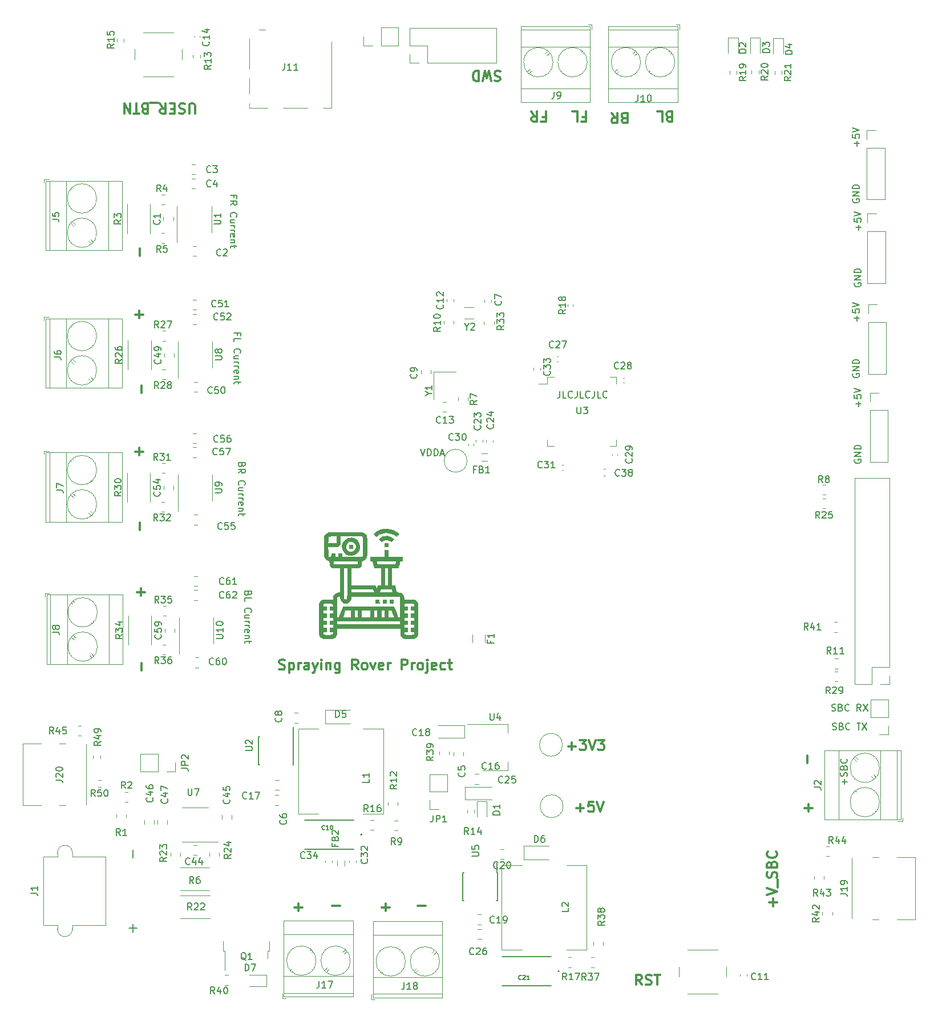
<source format=gto>
%TF.GenerationSoftware,KiCad,Pcbnew,(5.1.10)-1*%
%TF.CreationDate,2021-09-21T14:48:15-05:00*%
%TF.ProjectId,SkidSteer_PCB,536b6964-5374-4656-9572-5f5043422e6b,rev?*%
%TF.SameCoordinates,Original*%
%TF.FileFunction,Legend,Top*%
%TF.FilePolarity,Positive*%
%FSLAX46Y46*%
G04 Gerber Fmt 4.6, Leading zero omitted, Abs format (unit mm)*
G04 Created by KiCad (PCBNEW (5.1.10)-1) date 2021-09-21 14:48:15*
%MOMM*%
%LPD*%
G01*
G04 APERTURE LIST*
%ADD10C,0.200000*%
%ADD11C,0.300000*%
%ADD12C,0.150000*%
%ADD13C,0.120000*%
%ADD14C,0.010000*%
%ADD15C,0.127000*%
G04 APERTURE END LIST*
D10*
X142645142Y-128420761D02*
X142788000Y-128468380D01*
X143026095Y-128468380D01*
X143121333Y-128420761D01*
X143168952Y-128373142D01*
X143216571Y-128277904D01*
X143216571Y-128182666D01*
X143168952Y-128087428D01*
X143121333Y-128039809D01*
X143026095Y-127992190D01*
X142835619Y-127944571D01*
X142740380Y-127896952D01*
X142692761Y-127849333D01*
X142645142Y-127754095D01*
X142645142Y-127658857D01*
X142692761Y-127563619D01*
X142740380Y-127516000D01*
X142835619Y-127468380D01*
X143073714Y-127468380D01*
X143216571Y-127516000D01*
X143978476Y-127944571D02*
X144121333Y-127992190D01*
X144168952Y-128039809D01*
X144216571Y-128135047D01*
X144216571Y-128277904D01*
X144168952Y-128373142D01*
X144121333Y-128420761D01*
X144026095Y-128468380D01*
X143645142Y-128468380D01*
X143645142Y-127468380D01*
X143978476Y-127468380D01*
X144073714Y-127516000D01*
X144121333Y-127563619D01*
X144168952Y-127658857D01*
X144168952Y-127754095D01*
X144121333Y-127849333D01*
X144073714Y-127896952D01*
X143978476Y-127944571D01*
X143645142Y-127944571D01*
X145216571Y-128373142D02*
X145168952Y-128420761D01*
X145026095Y-128468380D01*
X144930857Y-128468380D01*
X144788000Y-128420761D01*
X144692761Y-128325523D01*
X144645142Y-128230285D01*
X144597523Y-128039809D01*
X144597523Y-127896952D01*
X144645142Y-127706476D01*
X144692761Y-127611238D01*
X144788000Y-127516000D01*
X144930857Y-127468380D01*
X145026095Y-127468380D01*
X145168952Y-127516000D01*
X145216571Y-127563619D01*
X146978476Y-128468380D02*
X146645142Y-127992190D01*
X146407047Y-128468380D02*
X146407047Y-127468380D01*
X146788000Y-127468380D01*
X146883238Y-127516000D01*
X146930857Y-127563619D01*
X146978476Y-127658857D01*
X146978476Y-127801714D01*
X146930857Y-127896952D01*
X146883238Y-127944571D01*
X146788000Y-127992190D01*
X146407047Y-127992190D01*
X147311809Y-127468380D02*
X147978476Y-128468380D01*
X147978476Y-127468380D02*
X147311809Y-128468380D01*
X142764190Y-131214761D02*
X142907047Y-131262380D01*
X143145142Y-131262380D01*
X143240380Y-131214761D01*
X143288000Y-131167142D01*
X143335619Y-131071904D01*
X143335619Y-130976666D01*
X143288000Y-130881428D01*
X143240380Y-130833809D01*
X143145142Y-130786190D01*
X142954666Y-130738571D01*
X142859428Y-130690952D01*
X142811809Y-130643333D01*
X142764190Y-130548095D01*
X142764190Y-130452857D01*
X142811809Y-130357619D01*
X142859428Y-130310000D01*
X142954666Y-130262380D01*
X143192761Y-130262380D01*
X143335619Y-130310000D01*
X144097523Y-130738571D02*
X144240380Y-130786190D01*
X144288000Y-130833809D01*
X144335619Y-130929047D01*
X144335619Y-131071904D01*
X144288000Y-131167142D01*
X144240380Y-131214761D01*
X144145142Y-131262380D01*
X143764190Y-131262380D01*
X143764190Y-130262380D01*
X144097523Y-130262380D01*
X144192761Y-130310000D01*
X144240380Y-130357619D01*
X144288000Y-130452857D01*
X144288000Y-130548095D01*
X144240380Y-130643333D01*
X144192761Y-130690952D01*
X144097523Y-130738571D01*
X143764190Y-130738571D01*
X145335619Y-131167142D02*
X145288000Y-131214761D01*
X145145142Y-131262380D01*
X145049904Y-131262380D01*
X144907047Y-131214761D01*
X144811809Y-131119523D01*
X144764190Y-131024285D01*
X144716571Y-130833809D01*
X144716571Y-130690952D01*
X144764190Y-130500476D01*
X144811809Y-130405238D01*
X144907047Y-130310000D01*
X145049904Y-130262380D01*
X145145142Y-130262380D01*
X145288000Y-130310000D01*
X145335619Y-130357619D01*
X146383238Y-130262380D02*
X146954666Y-130262380D01*
X146668952Y-131262380D02*
X146668952Y-130262380D01*
X147192761Y-130262380D02*
X147859428Y-131262380D01*
X147859428Y-130262380D02*
X147192761Y-131262380D01*
X146058000Y-91185904D02*
X146010380Y-91281142D01*
X146010380Y-91424000D01*
X146058000Y-91566857D01*
X146153238Y-91662095D01*
X146248476Y-91709714D01*
X146438952Y-91757333D01*
X146581809Y-91757333D01*
X146772285Y-91709714D01*
X146867523Y-91662095D01*
X146962761Y-91566857D01*
X147010380Y-91424000D01*
X147010380Y-91328761D01*
X146962761Y-91185904D01*
X146915142Y-91138285D01*
X146581809Y-91138285D01*
X146581809Y-91328761D01*
X147010380Y-90709714D02*
X146010380Y-90709714D01*
X147010380Y-90138285D01*
X146010380Y-90138285D01*
X147010380Y-89662095D02*
X146010380Y-89662095D01*
X146010380Y-89424000D01*
X146058000Y-89281142D01*
X146153238Y-89185904D01*
X146248476Y-89138285D01*
X146438952Y-89090666D01*
X146581809Y-89090666D01*
X146772285Y-89138285D01*
X146867523Y-89185904D01*
X146962761Y-89281142D01*
X147010380Y-89424000D01*
X147010380Y-89662095D01*
X146629428Y-83327714D02*
X146629428Y-82565809D01*
X147010380Y-82946761D02*
X146248476Y-82946761D01*
X146010380Y-81613428D02*
X146010380Y-82089619D01*
X146486571Y-82137238D01*
X146438952Y-82089619D01*
X146391333Y-81994380D01*
X146391333Y-81756285D01*
X146438952Y-81661047D01*
X146486571Y-81613428D01*
X146581809Y-81565809D01*
X146819904Y-81565809D01*
X146915142Y-81613428D01*
X146962761Y-81661047D01*
X147010380Y-81756285D01*
X147010380Y-81994380D01*
X146962761Y-82089619D01*
X146915142Y-82137238D01*
X146010380Y-81280095D02*
X147010380Y-80946761D01*
X146010380Y-80613428D01*
X145804000Y-78485904D02*
X145756380Y-78581142D01*
X145756380Y-78724000D01*
X145804000Y-78866857D01*
X145899238Y-78962095D01*
X145994476Y-79009714D01*
X146184952Y-79057333D01*
X146327809Y-79057333D01*
X146518285Y-79009714D01*
X146613523Y-78962095D01*
X146708761Y-78866857D01*
X146756380Y-78724000D01*
X146756380Y-78628761D01*
X146708761Y-78485904D01*
X146661142Y-78438285D01*
X146327809Y-78438285D01*
X146327809Y-78628761D01*
X146756380Y-78009714D02*
X145756380Y-78009714D01*
X146756380Y-77438285D01*
X145756380Y-77438285D01*
X146756380Y-76962095D02*
X145756380Y-76962095D01*
X145756380Y-76724000D01*
X145804000Y-76581142D01*
X145899238Y-76485904D01*
X145994476Y-76438285D01*
X146184952Y-76390666D01*
X146327809Y-76390666D01*
X146518285Y-76438285D01*
X146613523Y-76485904D01*
X146708761Y-76581142D01*
X146756380Y-76724000D01*
X146756380Y-76962095D01*
X146375428Y-70627714D02*
X146375428Y-69865809D01*
X146756380Y-70246761D02*
X145994476Y-70246761D01*
X145756380Y-68913428D02*
X145756380Y-69389619D01*
X146232571Y-69437238D01*
X146184952Y-69389619D01*
X146137333Y-69294380D01*
X146137333Y-69056285D01*
X146184952Y-68961047D01*
X146232571Y-68913428D01*
X146327809Y-68865809D01*
X146565904Y-68865809D01*
X146661142Y-68913428D01*
X146708761Y-68961047D01*
X146756380Y-69056285D01*
X146756380Y-69294380D01*
X146708761Y-69389619D01*
X146661142Y-69437238D01*
X145756380Y-68580095D02*
X146756380Y-68246761D01*
X145756380Y-67913428D01*
X146058000Y-65023904D02*
X146010380Y-65119142D01*
X146010380Y-65262000D01*
X146058000Y-65404857D01*
X146153238Y-65500095D01*
X146248476Y-65547714D01*
X146438952Y-65595333D01*
X146581809Y-65595333D01*
X146772285Y-65547714D01*
X146867523Y-65500095D01*
X146962761Y-65404857D01*
X147010380Y-65262000D01*
X147010380Y-65166761D01*
X146962761Y-65023904D01*
X146915142Y-64976285D01*
X146581809Y-64976285D01*
X146581809Y-65166761D01*
X147010380Y-64547714D02*
X146010380Y-64547714D01*
X147010380Y-63976285D01*
X146010380Y-63976285D01*
X147010380Y-63500095D02*
X146010380Y-63500095D01*
X146010380Y-63262000D01*
X146058000Y-63119142D01*
X146153238Y-63023904D01*
X146248476Y-62976285D01*
X146438952Y-62928666D01*
X146581809Y-62928666D01*
X146772285Y-62976285D01*
X146867523Y-63023904D01*
X146962761Y-63119142D01*
X147010380Y-63262000D01*
X147010380Y-63500095D01*
X146629428Y-57165714D02*
X146629428Y-56403809D01*
X147010380Y-56784761D02*
X146248476Y-56784761D01*
X146010380Y-55451428D02*
X146010380Y-55927619D01*
X146486571Y-55975238D01*
X146438952Y-55927619D01*
X146391333Y-55832380D01*
X146391333Y-55594285D01*
X146438952Y-55499047D01*
X146486571Y-55451428D01*
X146581809Y-55403809D01*
X146819904Y-55403809D01*
X146915142Y-55451428D01*
X146962761Y-55499047D01*
X147010380Y-55594285D01*
X147010380Y-55832380D01*
X146962761Y-55927619D01*
X146915142Y-55975238D01*
X146010380Y-55118095D02*
X147010380Y-54784761D01*
X146010380Y-54451428D01*
X145804000Y-52577904D02*
X145756380Y-52673142D01*
X145756380Y-52816000D01*
X145804000Y-52958857D01*
X145899238Y-53054095D01*
X145994476Y-53101714D01*
X146184952Y-53149333D01*
X146327809Y-53149333D01*
X146518285Y-53101714D01*
X146613523Y-53054095D01*
X146708761Y-52958857D01*
X146756380Y-52816000D01*
X146756380Y-52720761D01*
X146708761Y-52577904D01*
X146661142Y-52530285D01*
X146327809Y-52530285D01*
X146327809Y-52720761D01*
X146756380Y-52101714D02*
X145756380Y-52101714D01*
X146756380Y-51530285D01*
X145756380Y-51530285D01*
X146756380Y-51054095D02*
X145756380Y-51054095D01*
X145756380Y-50816000D01*
X145804000Y-50673142D01*
X145899238Y-50577904D01*
X145994476Y-50530285D01*
X146184952Y-50482666D01*
X146327809Y-50482666D01*
X146518285Y-50530285D01*
X146613523Y-50577904D01*
X146708761Y-50673142D01*
X146756380Y-50816000D01*
X146756380Y-51054095D01*
X146375428Y-44719714D02*
X146375428Y-43957809D01*
X146756380Y-44338761D02*
X145994476Y-44338761D01*
X145756380Y-43005428D02*
X145756380Y-43481619D01*
X146232571Y-43529238D01*
X146184952Y-43481619D01*
X146137333Y-43386380D01*
X146137333Y-43148285D01*
X146184952Y-43053047D01*
X146232571Y-43005428D01*
X146327809Y-42957809D01*
X146565904Y-42957809D01*
X146661142Y-43005428D01*
X146708761Y-43053047D01*
X146756380Y-43148285D01*
X146756380Y-43386380D01*
X146708761Y-43481619D01*
X146661142Y-43529238D01*
X145756380Y-42672095D02*
X146756380Y-42338761D01*
X145756380Y-42005428D01*
D11*
X60656000Y-122273142D02*
X60870285Y-122344571D01*
X61227428Y-122344571D01*
X61370285Y-122273142D01*
X61441714Y-122201714D01*
X61513142Y-122058857D01*
X61513142Y-121916000D01*
X61441714Y-121773142D01*
X61370285Y-121701714D01*
X61227428Y-121630285D01*
X60941714Y-121558857D01*
X60798857Y-121487428D01*
X60727428Y-121416000D01*
X60656000Y-121273142D01*
X60656000Y-121130285D01*
X60727428Y-120987428D01*
X60798857Y-120916000D01*
X60941714Y-120844571D01*
X61298857Y-120844571D01*
X61513142Y-120916000D01*
X62156000Y-121344571D02*
X62156000Y-122844571D01*
X62156000Y-121416000D02*
X62298857Y-121344571D01*
X62584571Y-121344571D01*
X62727428Y-121416000D01*
X62798857Y-121487428D01*
X62870285Y-121630285D01*
X62870285Y-122058857D01*
X62798857Y-122201714D01*
X62727428Y-122273142D01*
X62584571Y-122344571D01*
X62298857Y-122344571D01*
X62156000Y-122273142D01*
X63513142Y-122344571D02*
X63513142Y-121344571D01*
X63513142Y-121630285D02*
X63584571Y-121487428D01*
X63656000Y-121416000D01*
X63798857Y-121344571D01*
X63941714Y-121344571D01*
X65084571Y-122344571D02*
X65084571Y-121558857D01*
X65013142Y-121416000D01*
X64870285Y-121344571D01*
X64584571Y-121344571D01*
X64441714Y-121416000D01*
X65084571Y-122273142D02*
X64941714Y-122344571D01*
X64584571Y-122344571D01*
X64441714Y-122273142D01*
X64370285Y-122130285D01*
X64370285Y-121987428D01*
X64441714Y-121844571D01*
X64584571Y-121773142D01*
X64941714Y-121773142D01*
X65084571Y-121701714D01*
X65656000Y-121344571D02*
X66013142Y-122344571D01*
X66370285Y-121344571D02*
X66013142Y-122344571D01*
X65870285Y-122701714D01*
X65798857Y-122773142D01*
X65656000Y-122844571D01*
X66941714Y-122344571D02*
X66941714Y-121344571D01*
X66941714Y-120844571D02*
X66870285Y-120916000D01*
X66941714Y-120987428D01*
X67013142Y-120916000D01*
X66941714Y-120844571D01*
X66941714Y-120987428D01*
X67656000Y-121344571D02*
X67656000Y-122344571D01*
X67656000Y-121487428D02*
X67727428Y-121416000D01*
X67870285Y-121344571D01*
X68084571Y-121344571D01*
X68227428Y-121416000D01*
X68298857Y-121558857D01*
X68298857Y-122344571D01*
X69656000Y-121344571D02*
X69656000Y-122558857D01*
X69584571Y-122701714D01*
X69513142Y-122773142D01*
X69370285Y-122844571D01*
X69156000Y-122844571D01*
X69013142Y-122773142D01*
X69656000Y-122273142D02*
X69513142Y-122344571D01*
X69227428Y-122344571D01*
X69084571Y-122273142D01*
X69013142Y-122201714D01*
X68941714Y-122058857D01*
X68941714Y-121630285D01*
X69013142Y-121487428D01*
X69084571Y-121416000D01*
X69227428Y-121344571D01*
X69513142Y-121344571D01*
X69656000Y-121416000D01*
X72370285Y-122344571D02*
X71870285Y-121630285D01*
X71513142Y-122344571D02*
X71513142Y-120844571D01*
X72084571Y-120844571D01*
X72227428Y-120916000D01*
X72298857Y-120987428D01*
X72370285Y-121130285D01*
X72370285Y-121344571D01*
X72298857Y-121487428D01*
X72227428Y-121558857D01*
X72084571Y-121630285D01*
X71513142Y-121630285D01*
X73227428Y-122344571D02*
X73084571Y-122273142D01*
X73013142Y-122201714D01*
X72941714Y-122058857D01*
X72941714Y-121630285D01*
X73013142Y-121487428D01*
X73084571Y-121416000D01*
X73227428Y-121344571D01*
X73441714Y-121344571D01*
X73584571Y-121416000D01*
X73656000Y-121487428D01*
X73727428Y-121630285D01*
X73727428Y-122058857D01*
X73656000Y-122201714D01*
X73584571Y-122273142D01*
X73441714Y-122344571D01*
X73227428Y-122344571D01*
X74227428Y-121344571D02*
X74584571Y-122344571D01*
X74941714Y-121344571D01*
X76084571Y-122273142D02*
X75941714Y-122344571D01*
X75656000Y-122344571D01*
X75513142Y-122273142D01*
X75441714Y-122130285D01*
X75441714Y-121558857D01*
X75513142Y-121416000D01*
X75656000Y-121344571D01*
X75941714Y-121344571D01*
X76084571Y-121416000D01*
X76156000Y-121558857D01*
X76156000Y-121701714D01*
X75441714Y-121844571D01*
X76798857Y-122344571D02*
X76798857Y-121344571D01*
X76798857Y-121630285D02*
X76870285Y-121487428D01*
X76941714Y-121416000D01*
X77084571Y-121344571D01*
X77227428Y-121344571D01*
X78870285Y-122344571D02*
X78870285Y-120844571D01*
X79441714Y-120844571D01*
X79584571Y-120916000D01*
X79656000Y-120987428D01*
X79727428Y-121130285D01*
X79727428Y-121344571D01*
X79656000Y-121487428D01*
X79584571Y-121558857D01*
X79441714Y-121630285D01*
X78870285Y-121630285D01*
X80370285Y-122344571D02*
X80370285Y-121344571D01*
X80370285Y-121630285D02*
X80441714Y-121487428D01*
X80513142Y-121416000D01*
X80656000Y-121344571D01*
X80798857Y-121344571D01*
X81513142Y-122344571D02*
X81370285Y-122273142D01*
X81298857Y-122201714D01*
X81227428Y-122058857D01*
X81227428Y-121630285D01*
X81298857Y-121487428D01*
X81370285Y-121416000D01*
X81513142Y-121344571D01*
X81727428Y-121344571D01*
X81870285Y-121416000D01*
X81941714Y-121487428D01*
X82013142Y-121630285D01*
X82013142Y-122058857D01*
X81941714Y-122201714D01*
X81870285Y-122273142D01*
X81727428Y-122344571D01*
X81513142Y-122344571D01*
X82656000Y-121344571D02*
X82656000Y-122630285D01*
X82584571Y-122773142D01*
X82441714Y-122844571D01*
X82370285Y-122844571D01*
X82656000Y-120844571D02*
X82584571Y-120916000D01*
X82656000Y-120987428D01*
X82727428Y-120916000D01*
X82656000Y-120844571D01*
X82656000Y-120987428D01*
X83941714Y-122273142D02*
X83798857Y-122344571D01*
X83513142Y-122344571D01*
X83370285Y-122273142D01*
X83298857Y-122130285D01*
X83298857Y-121558857D01*
X83370285Y-121416000D01*
X83513142Y-121344571D01*
X83798857Y-121344571D01*
X83941714Y-121416000D01*
X84013142Y-121558857D01*
X84013142Y-121701714D01*
X83298857Y-121844571D01*
X85298857Y-122273142D02*
X85156000Y-122344571D01*
X84870285Y-122344571D01*
X84727428Y-122273142D01*
X84656000Y-122201714D01*
X84584571Y-122058857D01*
X84584571Y-121630285D01*
X84656000Y-121487428D01*
X84727428Y-121416000D01*
X84870285Y-121344571D01*
X85156000Y-121344571D01*
X85298857Y-121416000D01*
X85727428Y-121344571D02*
X86298857Y-121344571D01*
X85941714Y-120844571D02*
X85941714Y-122130285D01*
X86013142Y-122273142D01*
X86156000Y-122344571D01*
X86298857Y-122344571D01*
X139045142Y-136207428D02*
X139045142Y-135064571D01*
X138620571Y-142855142D02*
X139763428Y-142855142D01*
X139192000Y-143426571D02*
X139192000Y-142283714D01*
X39985142Y-61023428D02*
X39985142Y-59880571D01*
X39306571Y-69703142D02*
X40449428Y-69703142D01*
X39878000Y-70274571D02*
X39878000Y-69131714D01*
X40239142Y-81343428D02*
X40239142Y-80200571D01*
X39306571Y-90023142D02*
X40449428Y-90023142D01*
X39878000Y-90594571D02*
X39878000Y-89451714D01*
X39985142Y-101663428D02*
X39985142Y-100520571D01*
X39560571Y-110851142D02*
X40703428Y-110851142D01*
X40132000Y-111422571D02*
X40132000Y-110279714D01*
X81216571Y-157333142D02*
X82359428Y-157333142D01*
X75882571Y-157587142D02*
X77025428Y-157587142D01*
X76454000Y-158158571D02*
X76454000Y-157015714D01*
X68516571Y-157333142D02*
X69659428Y-157333142D01*
X62928571Y-157587142D02*
X64071428Y-157587142D01*
X63500000Y-158158571D02*
X63500000Y-157015714D01*
X40239142Y-122491428D02*
X40239142Y-121348571D01*
X93475714Y-33682857D02*
X93261428Y-33611428D01*
X92904285Y-33611428D01*
X92761428Y-33682857D01*
X92690000Y-33754285D01*
X92618571Y-33897142D01*
X92618571Y-34040000D01*
X92690000Y-34182857D01*
X92761428Y-34254285D01*
X92904285Y-34325714D01*
X93190000Y-34397142D01*
X93332857Y-34468571D01*
X93404285Y-34540000D01*
X93475714Y-34682857D01*
X93475714Y-34825714D01*
X93404285Y-34968571D01*
X93332857Y-35040000D01*
X93190000Y-35111428D01*
X92832857Y-35111428D01*
X92618571Y-35040000D01*
X92118571Y-35111428D02*
X91761428Y-33611428D01*
X91475714Y-34682857D01*
X91190000Y-33611428D01*
X90832857Y-35111428D01*
X90261428Y-33611428D02*
X90261428Y-35111428D01*
X89904285Y-35111428D01*
X89690000Y-35040000D01*
X89547142Y-34897142D01*
X89475714Y-34754285D01*
X89404285Y-34468571D01*
X89404285Y-34254285D01*
X89475714Y-33968571D01*
X89547142Y-33825714D01*
X89690000Y-33682857D01*
X89904285Y-33611428D01*
X90261428Y-33611428D01*
X48176000Y-39937428D02*
X48176000Y-38723142D01*
X48104571Y-38580285D01*
X48033142Y-38508857D01*
X47890285Y-38437428D01*
X47604571Y-38437428D01*
X47461714Y-38508857D01*
X47390285Y-38580285D01*
X47318857Y-38723142D01*
X47318857Y-39937428D01*
X46676000Y-38508857D02*
X46461714Y-38437428D01*
X46104571Y-38437428D01*
X45961714Y-38508857D01*
X45890285Y-38580285D01*
X45818857Y-38723142D01*
X45818857Y-38866000D01*
X45890285Y-39008857D01*
X45961714Y-39080285D01*
X46104571Y-39151714D01*
X46390285Y-39223142D01*
X46533142Y-39294571D01*
X46604571Y-39366000D01*
X46676000Y-39508857D01*
X46676000Y-39651714D01*
X46604571Y-39794571D01*
X46533142Y-39866000D01*
X46390285Y-39937428D01*
X46033142Y-39937428D01*
X45818857Y-39866000D01*
X45176000Y-39223142D02*
X44676000Y-39223142D01*
X44461714Y-38437428D02*
X45176000Y-38437428D01*
X45176000Y-39937428D01*
X44461714Y-39937428D01*
X42961714Y-38437428D02*
X43461714Y-39151714D01*
X43818857Y-38437428D02*
X43818857Y-39937428D01*
X43247428Y-39937428D01*
X43104571Y-39866000D01*
X43033142Y-39794571D01*
X42961714Y-39651714D01*
X42961714Y-39437428D01*
X43033142Y-39294571D01*
X43104571Y-39223142D01*
X43247428Y-39151714D01*
X43818857Y-39151714D01*
X42676000Y-38294571D02*
X41533142Y-38294571D01*
X40676000Y-39223142D02*
X40461714Y-39151714D01*
X40390285Y-39080285D01*
X40318857Y-38937428D01*
X40318857Y-38723142D01*
X40390285Y-38580285D01*
X40461714Y-38508857D01*
X40604571Y-38437428D01*
X41176000Y-38437428D01*
X41176000Y-39937428D01*
X40676000Y-39937428D01*
X40533142Y-39866000D01*
X40461714Y-39794571D01*
X40390285Y-39651714D01*
X40390285Y-39508857D01*
X40461714Y-39366000D01*
X40533142Y-39294571D01*
X40676000Y-39223142D01*
X41176000Y-39223142D01*
X39890285Y-39937428D02*
X39033142Y-39937428D01*
X39461714Y-38437428D02*
X39461714Y-39937428D01*
X38533142Y-38437428D02*
X38533142Y-39937428D01*
X37676000Y-38437428D01*
X37676000Y-39937428D01*
X133965142Y-157416000D02*
X133965142Y-156273142D01*
X134536571Y-156844571D02*
X133393714Y-156844571D01*
X133036571Y-155773142D02*
X134536571Y-155273142D01*
X133036571Y-154773142D01*
X134679428Y-154630285D02*
X134679428Y-153487428D01*
X134465142Y-153201714D02*
X134536571Y-152987428D01*
X134536571Y-152630285D01*
X134465142Y-152487428D01*
X134393714Y-152416000D01*
X134250857Y-152344571D01*
X134108000Y-152344571D01*
X133965142Y-152416000D01*
X133893714Y-152487428D01*
X133822285Y-152630285D01*
X133750857Y-152916000D01*
X133679428Y-153058857D01*
X133608000Y-153130285D01*
X133465142Y-153201714D01*
X133322285Y-153201714D01*
X133179428Y-153130285D01*
X133108000Y-153058857D01*
X133036571Y-152916000D01*
X133036571Y-152558857D01*
X133108000Y-152344571D01*
X133750857Y-151201714D02*
X133822285Y-150987428D01*
X133893714Y-150916000D01*
X134036571Y-150844571D01*
X134250857Y-150844571D01*
X134393714Y-150916000D01*
X134465142Y-150987428D01*
X134536571Y-151130285D01*
X134536571Y-151701714D01*
X133036571Y-151701714D01*
X133036571Y-151201714D01*
X133108000Y-151058857D01*
X133179428Y-150987428D01*
X133322285Y-150916000D01*
X133465142Y-150916000D01*
X133608000Y-150987428D01*
X133679428Y-151058857D01*
X133750857Y-151201714D01*
X133750857Y-151701714D01*
X134393714Y-149344571D02*
X134465142Y-149416000D01*
X134536571Y-149630285D01*
X134536571Y-149773142D01*
X134465142Y-149987428D01*
X134322285Y-150130285D01*
X134179428Y-150201714D01*
X133893714Y-150273142D01*
X133679428Y-150273142D01*
X133393714Y-150201714D01*
X133250857Y-150130285D01*
X133108000Y-149987428D01*
X133036571Y-149773142D01*
X133036571Y-149630285D01*
X133108000Y-149416000D01*
X133179428Y-149344571D01*
X114494571Y-169080571D02*
X113994571Y-168366285D01*
X113637428Y-169080571D02*
X113637428Y-167580571D01*
X114208857Y-167580571D01*
X114351714Y-167652000D01*
X114423142Y-167723428D01*
X114494571Y-167866285D01*
X114494571Y-168080571D01*
X114423142Y-168223428D01*
X114351714Y-168294857D01*
X114208857Y-168366285D01*
X113637428Y-168366285D01*
X115066000Y-169009142D02*
X115280285Y-169080571D01*
X115637428Y-169080571D01*
X115780285Y-169009142D01*
X115851714Y-168937714D01*
X115923142Y-168794857D01*
X115923142Y-168652000D01*
X115851714Y-168509142D01*
X115780285Y-168437714D01*
X115637428Y-168366285D01*
X115351714Y-168294857D01*
X115208857Y-168223428D01*
X115137428Y-168152000D01*
X115066000Y-168009142D01*
X115066000Y-167866285D01*
X115137428Y-167723428D01*
X115208857Y-167652000D01*
X115351714Y-167580571D01*
X115708857Y-167580571D01*
X115923142Y-167652000D01*
X116351714Y-167580571D02*
X117208857Y-167580571D01*
X116780285Y-169080571D02*
X116780285Y-167580571D01*
D12*
X102316666Y-81052380D02*
X102316666Y-81766666D01*
X102269047Y-81909523D01*
X102173809Y-82004761D01*
X102030952Y-82052380D01*
X101935714Y-82052380D01*
X103269047Y-82052380D02*
X102792857Y-82052380D01*
X102792857Y-81052380D01*
X104173809Y-81957142D02*
X104126190Y-82004761D01*
X103983333Y-82052380D01*
X103888095Y-82052380D01*
X103745238Y-82004761D01*
X103650000Y-81909523D01*
X103602380Y-81814285D01*
X103554761Y-81623809D01*
X103554761Y-81480952D01*
X103602380Y-81290476D01*
X103650000Y-81195238D01*
X103745238Y-81100000D01*
X103888095Y-81052380D01*
X103983333Y-81052380D01*
X104126190Y-81100000D01*
X104173809Y-81147619D01*
X104888095Y-81052380D02*
X104888095Y-81766666D01*
X104840476Y-81909523D01*
X104745238Y-82004761D01*
X104602380Y-82052380D01*
X104507142Y-82052380D01*
X105840476Y-82052380D02*
X105364285Y-82052380D01*
X105364285Y-81052380D01*
X106745238Y-81957142D02*
X106697619Y-82004761D01*
X106554761Y-82052380D01*
X106459523Y-82052380D01*
X106316666Y-82004761D01*
X106221428Y-81909523D01*
X106173809Y-81814285D01*
X106126190Y-81623809D01*
X106126190Y-81480952D01*
X106173809Y-81290476D01*
X106221428Y-81195238D01*
X106316666Y-81100000D01*
X106459523Y-81052380D01*
X106554761Y-81052380D01*
X106697619Y-81100000D01*
X106745238Y-81147619D01*
X107459523Y-81052380D02*
X107459523Y-81766666D01*
X107411904Y-81909523D01*
X107316666Y-82004761D01*
X107173809Y-82052380D01*
X107078571Y-82052380D01*
X108411904Y-82052380D02*
X107935714Y-82052380D01*
X107935714Y-81052380D01*
X109316666Y-81957142D02*
X109269047Y-82004761D01*
X109126190Y-82052380D01*
X109030952Y-82052380D01*
X108888095Y-82004761D01*
X108792857Y-81909523D01*
X108745238Y-81814285D01*
X108697619Y-81623809D01*
X108697619Y-81480952D01*
X108745238Y-81290476D01*
X108792857Y-81195238D01*
X108888095Y-81100000D01*
X109030952Y-81052380D01*
X109126190Y-81052380D01*
X109269047Y-81100000D01*
X109316666Y-81147619D01*
D11*
X111842857Y-40607142D02*
X111628571Y-40535714D01*
X111557142Y-40464285D01*
X111485714Y-40321428D01*
X111485714Y-40107142D01*
X111557142Y-39964285D01*
X111628571Y-39892857D01*
X111771428Y-39821428D01*
X112342857Y-39821428D01*
X112342857Y-41321428D01*
X111842857Y-41321428D01*
X111700000Y-41250000D01*
X111628571Y-41178571D01*
X111557142Y-41035714D01*
X111557142Y-40892857D01*
X111628571Y-40750000D01*
X111700000Y-40678571D01*
X111842857Y-40607142D01*
X112342857Y-40607142D01*
X109985714Y-39821428D02*
X110485714Y-40535714D01*
X110842857Y-39821428D02*
X110842857Y-41321428D01*
X110271428Y-41321428D01*
X110128571Y-41250000D01*
X110057142Y-41178571D01*
X109985714Y-41035714D01*
X109985714Y-40821428D01*
X110057142Y-40678571D01*
X110128571Y-40607142D01*
X110271428Y-40535714D01*
X110842857Y-40535714D01*
X105692857Y-40407142D02*
X106192857Y-40407142D01*
X106192857Y-39621428D02*
X106192857Y-41121428D01*
X105478571Y-41121428D01*
X104192857Y-39621428D02*
X104907142Y-39621428D01*
X104907142Y-41121428D01*
X104751428Y-142855142D02*
X105894285Y-142855142D01*
X105322857Y-143426571D02*
X105322857Y-142283714D01*
X107322857Y-141926571D02*
X106608571Y-141926571D01*
X106537142Y-142640857D01*
X106608571Y-142569428D01*
X106751428Y-142498000D01*
X107108571Y-142498000D01*
X107251428Y-142569428D01*
X107322857Y-142640857D01*
X107394285Y-142783714D01*
X107394285Y-143140857D01*
X107322857Y-143283714D01*
X107251428Y-143355142D01*
X107108571Y-143426571D01*
X106751428Y-143426571D01*
X106608571Y-143355142D01*
X106537142Y-143283714D01*
X107822857Y-141926571D02*
X108322857Y-143426571D01*
X108822857Y-141926571D01*
X103529142Y-133711142D02*
X104672000Y-133711142D01*
X104100571Y-134282571D02*
X104100571Y-133139714D01*
X105243428Y-132782571D02*
X106172000Y-132782571D01*
X105672000Y-133354000D01*
X105886285Y-133354000D01*
X106029142Y-133425428D01*
X106100571Y-133496857D01*
X106172000Y-133639714D01*
X106172000Y-133996857D01*
X106100571Y-134139714D01*
X106029142Y-134211142D01*
X105886285Y-134282571D01*
X105457714Y-134282571D01*
X105314857Y-134211142D01*
X105243428Y-134139714D01*
X106600571Y-132782571D02*
X107100571Y-134282571D01*
X107600571Y-132782571D01*
X107957714Y-132782571D02*
X108886285Y-132782571D01*
X108386285Y-133354000D01*
X108600571Y-133354000D01*
X108743428Y-133425428D01*
X108814857Y-133496857D01*
X108886285Y-133639714D01*
X108886285Y-133996857D01*
X108814857Y-134139714D01*
X108743428Y-134211142D01*
X108600571Y-134282571D01*
X108172000Y-134282571D01*
X108029142Y-134211142D01*
X107957714Y-134139714D01*
X99735714Y-40407142D02*
X100235714Y-40407142D01*
X100235714Y-39621428D02*
X100235714Y-41121428D01*
X99521428Y-41121428D01*
X98092857Y-39621428D02*
X98592857Y-40335714D01*
X98950000Y-39621428D02*
X98950000Y-41121428D01*
X98378571Y-41121428D01*
X98235714Y-41050000D01*
X98164285Y-40978571D01*
X98092857Y-40835714D01*
X98092857Y-40621428D01*
X98164285Y-40478571D01*
X98235714Y-40407142D01*
X98378571Y-40335714D01*
X98950000Y-40335714D01*
X118500000Y-40407142D02*
X118285714Y-40335714D01*
X118214285Y-40264285D01*
X118142857Y-40121428D01*
X118142857Y-39907142D01*
X118214285Y-39764285D01*
X118285714Y-39692857D01*
X118428571Y-39621428D01*
X119000000Y-39621428D01*
X119000000Y-41121428D01*
X118500000Y-41121428D01*
X118357142Y-41050000D01*
X118285714Y-40978571D01*
X118214285Y-40835714D01*
X118214285Y-40692857D01*
X118285714Y-40550000D01*
X118357142Y-40478571D01*
X118500000Y-40407142D01*
X119000000Y-40407142D01*
X116785714Y-39621428D02*
X117500000Y-39621428D01*
X117500000Y-41121428D01*
D12*
X56059608Y-111050799D02*
X56011989Y-111193656D01*
X55964370Y-111241275D01*
X55869132Y-111288894D01*
X55726275Y-111288894D01*
X55631037Y-111241275D01*
X55583418Y-111193656D01*
X55535799Y-111098418D01*
X55535799Y-110717465D01*
X56535799Y-110717465D01*
X56535799Y-111050799D01*
X56488180Y-111146037D01*
X56440560Y-111193656D01*
X56345322Y-111241275D01*
X56250084Y-111241275D01*
X56154846Y-111193656D01*
X56107227Y-111146037D01*
X56059608Y-111050799D01*
X56059608Y-110717465D01*
X55535799Y-112193656D02*
X55535799Y-111717465D01*
X56535799Y-111717465D01*
X55631037Y-113860322D02*
X55583418Y-113812703D01*
X55535799Y-113669846D01*
X55535799Y-113574608D01*
X55583418Y-113431751D01*
X55678656Y-113336513D01*
X55773894Y-113288894D01*
X55964370Y-113241275D01*
X56107227Y-113241275D01*
X56297703Y-113288894D01*
X56392941Y-113336513D01*
X56488180Y-113431751D01*
X56535799Y-113574608D01*
X56535799Y-113669846D01*
X56488180Y-113812703D01*
X56440560Y-113860322D01*
X56202465Y-114717465D02*
X55535799Y-114717465D01*
X56202465Y-114288894D02*
X55678656Y-114288894D01*
X55583418Y-114336513D01*
X55535799Y-114431751D01*
X55535799Y-114574608D01*
X55583418Y-114669846D01*
X55631037Y-114717465D01*
X55535799Y-115193656D02*
X56202465Y-115193656D01*
X56011989Y-115193656D02*
X56107227Y-115241275D01*
X56154846Y-115288894D01*
X56202465Y-115384132D01*
X56202465Y-115479370D01*
X55535799Y-115812703D02*
X56202465Y-115812703D01*
X56011989Y-115812703D02*
X56107227Y-115860322D01*
X56154846Y-115907941D01*
X56202465Y-116003180D01*
X56202465Y-116098418D01*
X55583418Y-116812703D02*
X55535799Y-116717465D01*
X55535799Y-116526989D01*
X55583418Y-116431751D01*
X55678656Y-116384132D01*
X56059608Y-116384132D01*
X56154846Y-116431751D01*
X56202465Y-116526989D01*
X56202465Y-116717465D01*
X56154846Y-116812703D01*
X56059608Y-116860322D01*
X55964370Y-116860322D01*
X55869132Y-116384132D01*
X56202465Y-117288894D02*
X55535799Y-117288894D01*
X56107227Y-117288894D02*
X56154846Y-117336513D01*
X56202465Y-117431751D01*
X56202465Y-117574608D01*
X56154846Y-117669846D01*
X56059608Y-117717465D01*
X55535799Y-117717465D01*
X56202465Y-118050799D02*
X56202465Y-118431751D01*
X56535799Y-118193656D02*
X55678656Y-118193656D01*
X55583418Y-118241275D01*
X55535799Y-118336513D01*
X55535799Y-118431751D01*
X55132508Y-91974560D02*
X55084889Y-92117418D01*
X55037270Y-92165037D01*
X54942032Y-92212656D01*
X54799175Y-92212656D01*
X54703937Y-92165037D01*
X54656318Y-92117418D01*
X54608699Y-92022180D01*
X54608699Y-91641227D01*
X55608699Y-91641227D01*
X55608699Y-91974560D01*
X55561080Y-92069799D01*
X55513460Y-92117418D01*
X55418222Y-92165037D01*
X55322984Y-92165037D01*
X55227746Y-92117418D01*
X55180127Y-92069799D01*
X55132508Y-91974560D01*
X55132508Y-91641227D01*
X54608699Y-93212656D02*
X55084889Y-92879322D01*
X54608699Y-92641227D02*
X55608699Y-92641227D01*
X55608699Y-93022180D01*
X55561080Y-93117418D01*
X55513460Y-93165037D01*
X55418222Y-93212656D01*
X55275365Y-93212656D01*
X55180127Y-93165037D01*
X55132508Y-93117418D01*
X55084889Y-93022180D01*
X55084889Y-92641227D01*
X54703937Y-94974560D02*
X54656318Y-94926941D01*
X54608699Y-94784084D01*
X54608699Y-94688846D01*
X54656318Y-94545989D01*
X54751556Y-94450751D01*
X54846794Y-94403132D01*
X55037270Y-94355513D01*
X55180127Y-94355513D01*
X55370603Y-94403132D01*
X55465841Y-94450751D01*
X55561080Y-94545989D01*
X55608699Y-94688846D01*
X55608699Y-94784084D01*
X55561080Y-94926941D01*
X55513460Y-94974560D01*
X55275365Y-95831703D02*
X54608699Y-95831703D01*
X55275365Y-95403132D02*
X54751556Y-95403132D01*
X54656318Y-95450751D01*
X54608699Y-95545989D01*
X54608699Y-95688846D01*
X54656318Y-95784084D01*
X54703937Y-95831703D01*
X54608699Y-96307894D02*
X55275365Y-96307894D01*
X55084889Y-96307894D02*
X55180127Y-96355513D01*
X55227746Y-96403132D01*
X55275365Y-96498370D01*
X55275365Y-96593608D01*
X54608699Y-96926941D02*
X55275365Y-96926941D01*
X55084889Y-96926941D02*
X55180127Y-96974560D01*
X55227746Y-97022180D01*
X55275365Y-97117418D01*
X55275365Y-97212656D01*
X54656318Y-97926941D02*
X54608699Y-97831703D01*
X54608699Y-97641227D01*
X54656318Y-97545989D01*
X54751556Y-97498370D01*
X55132508Y-97498370D01*
X55227746Y-97545989D01*
X55275365Y-97641227D01*
X55275365Y-97831703D01*
X55227746Y-97926941D01*
X55132508Y-97974560D01*
X55037270Y-97974560D01*
X54942032Y-97498370D01*
X55275365Y-98403132D02*
X54608699Y-98403132D01*
X55180127Y-98403132D02*
X55227746Y-98450751D01*
X55275365Y-98545989D01*
X55275365Y-98688846D01*
X55227746Y-98784084D01*
X55132508Y-98831703D01*
X54608699Y-98831703D01*
X55275365Y-99165037D02*
X55275365Y-99545989D01*
X55608699Y-99307894D02*
X54751556Y-99307894D01*
X54656318Y-99355513D01*
X54608699Y-99450751D01*
X54608699Y-99545989D01*
X54495108Y-72746327D02*
X54495108Y-72412994D01*
X53971299Y-72412994D02*
X54971299Y-72412994D01*
X54971299Y-72889184D01*
X53971299Y-73746327D02*
X53971299Y-73270137D01*
X54971299Y-73270137D01*
X54066537Y-75412994D02*
X54018918Y-75365375D01*
X53971299Y-75222518D01*
X53971299Y-75127280D01*
X54018918Y-74984422D01*
X54114156Y-74889184D01*
X54209394Y-74841565D01*
X54399870Y-74793946D01*
X54542727Y-74793946D01*
X54733203Y-74841565D01*
X54828441Y-74889184D01*
X54923680Y-74984422D01*
X54971299Y-75127280D01*
X54971299Y-75222518D01*
X54923680Y-75365375D01*
X54876060Y-75412994D01*
X54637965Y-76270137D02*
X53971299Y-76270137D01*
X54637965Y-75841565D02*
X54114156Y-75841565D01*
X54018918Y-75889184D01*
X53971299Y-75984422D01*
X53971299Y-76127280D01*
X54018918Y-76222518D01*
X54066537Y-76270137D01*
X53971299Y-76746327D02*
X54637965Y-76746327D01*
X54447489Y-76746327D02*
X54542727Y-76793946D01*
X54590346Y-76841565D01*
X54637965Y-76936803D01*
X54637965Y-77032041D01*
X53971299Y-77365375D02*
X54637965Y-77365375D01*
X54447489Y-77365375D02*
X54542727Y-77412994D01*
X54590346Y-77460613D01*
X54637965Y-77555851D01*
X54637965Y-77651089D01*
X54018918Y-78365375D02*
X53971299Y-78270137D01*
X53971299Y-78079660D01*
X54018918Y-77984422D01*
X54114156Y-77936803D01*
X54495108Y-77936803D01*
X54590346Y-77984422D01*
X54637965Y-78079660D01*
X54637965Y-78270137D01*
X54590346Y-78365375D01*
X54495108Y-78412994D01*
X54399870Y-78412994D01*
X54304632Y-77936803D01*
X54637965Y-78841565D02*
X53971299Y-78841565D01*
X54542727Y-78841565D02*
X54590346Y-78889184D01*
X54637965Y-78984422D01*
X54637965Y-79127280D01*
X54590346Y-79222518D01*
X54495108Y-79270137D01*
X53971299Y-79270137D01*
X54637965Y-79603470D02*
X54637965Y-79984422D01*
X54971299Y-79746327D02*
X54114156Y-79746327D01*
X54018918Y-79793946D01*
X53971299Y-79889184D01*
X53971299Y-79984422D01*
X53936828Y-52362209D02*
X53936828Y-52028876D01*
X53413019Y-52028876D02*
X54413019Y-52028876D01*
X54413019Y-52505066D01*
X53413019Y-53457447D02*
X53889209Y-53124114D01*
X53413019Y-52886019D02*
X54413019Y-52886019D01*
X54413019Y-53266971D01*
X54365400Y-53362209D01*
X54317780Y-53409828D01*
X54222542Y-53457447D01*
X54079685Y-53457447D01*
X53984447Y-53409828D01*
X53936828Y-53362209D01*
X53889209Y-53266971D01*
X53889209Y-52886019D01*
X53508257Y-55219352D02*
X53460638Y-55171733D01*
X53413019Y-55028876D01*
X53413019Y-54933638D01*
X53460638Y-54790780D01*
X53555876Y-54695542D01*
X53651114Y-54647923D01*
X53841590Y-54600304D01*
X53984447Y-54600304D01*
X54174923Y-54647923D01*
X54270161Y-54695542D01*
X54365400Y-54790780D01*
X54413019Y-54933638D01*
X54413019Y-55028876D01*
X54365400Y-55171733D01*
X54317780Y-55219352D01*
X54079685Y-56076495D02*
X53413019Y-56076495D01*
X54079685Y-55647923D02*
X53555876Y-55647923D01*
X53460638Y-55695542D01*
X53413019Y-55790780D01*
X53413019Y-55933638D01*
X53460638Y-56028876D01*
X53508257Y-56076495D01*
X53413019Y-56552685D02*
X54079685Y-56552685D01*
X53889209Y-56552685D02*
X53984447Y-56600304D01*
X54032066Y-56647923D01*
X54079685Y-56743161D01*
X54079685Y-56838400D01*
X53413019Y-57171733D02*
X54079685Y-57171733D01*
X53889209Y-57171733D02*
X53984447Y-57219352D01*
X54032066Y-57266971D01*
X54079685Y-57362209D01*
X54079685Y-57457447D01*
X53460638Y-58171733D02*
X53413019Y-58076495D01*
X53413019Y-57886019D01*
X53460638Y-57790780D01*
X53555876Y-57743161D01*
X53936828Y-57743161D01*
X54032066Y-57790780D01*
X54079685Y-57886019D01*
X54079685Y-58076495D01*
X54032066Y-58171733D01*
X53936828Y-58219352D01*
X53841590Y-58219352D01*
X53746352Y-57743161D01*
X54079685Y-58647923D02*
X53413019Y-58647923D01*
X53984447Y-58647923D02*
X54032066Y-58695542D01*
X54079685Y-58790780D01*
X54079685Y-58933638D01*
X54032066Y-59028876D01*
X53936828Y-59076495D01*
X53413019Y-59076495D01*
X54079685Y-59409828D02*
X54079685Y-59790780D01*
X54413019Y-59552685D02*
X53555876Y-59552685D01*
X53460638Y-59600304D01*
X53413019Y-59695542D01*
X53413019Y-59790780D01*
X144571428Y-139357142D02*
X144571428Y-138595238D01*
X144952380Y-138976190D02*
X144190476Y-138976190D01*
X144904761Y-138166666D02*
X144952380Y-138023809D01*
X144952380Y-137785714D01*
X144904761Y-137690476D01*
X144857142Y-137642857D01*
X144761904Y-137595238D01*
X144666666Y-137595238D01*
X144571428Y-137642857D01*
X144523809Y-137690476D01*
X144476190Y-137785714D01*
X144428571Y-137976190D01*
X144380952Y-138071428D01*
X144333333Y-138119047D01*
X144238095Y-138166666D01*
X144142857Y-138166666D01*
X144047619Y-138119047D01*
X144000000Y-138071428D01*
X143952380Y-137976190D01*
X143952380Y-137738095D01*
X144000000Y-137595238D01*
X144428571Y-136833333D02*
X144476190Y-136690476D01*
X144523809Y-136642857D01*
X144619047Y-136595238D01*
X144761904Y-136595238D01*
X144857142Y-136642857D01*
X144904761Y-136690476D01*
X144952380Y-136785714D01*
X144952380Y-137166666D01*
X143952380Y-137166666D01*
X143952380Y-136833333D01*
X144000000Y-136738095D01*
X144047619Y-136690476D01*
X144142857Y-136642857D01*
X144238095Y-136642857D01*
X144333333Y-136690476D01*
X144380952Y-136738095D01*
X144428571Y-136833333D01*
X144428571Y-137166666D01*
X144857142Y-135595238D02*
X144904761Y-135642857D01*
X144952380Y-135785714D01*
X144952380Y-135880952D01*
X144904761Y-136023809D01*
X144809523Y-136119047D01*
X144714285Y-136166666D01*
X144523809Y-136214285D01*
X144380952Y-136214285D01*
X144190476Y-136166666D01*
X144095238Y-136119047D01*
X144000000Y-136023809D01*
X143952380Y-135880952D01*
X143952380Y-135785714D01*
X144000000Y-135642857D01*
X144047619Y-135595238D01*
D13*
%TO.C,C33*%
X99443000Y-77919580D02*
X99443000Y-77638420D01*
X98423000Y-77919580D02*
X98423000Y-77638420D01*
D14*
%TO.C,G\u002A\u002A\u002A*%
G36*
X70961056Y-101997049D02*
G01*
X71377533Y-101997614D01*
X71738352Y-101998634D01*
X72047434Y-102000175D01*
X72308698Y-102002300D01*
X72526066Y-102005074D01*
X72703458Y-102008562D01*
X72844795Y-102012827D01*
X72953996Y-102017934D01*
X73034983Y-102023948D01*
X73091676Y-102030933D01*
X73127996Y-102038954D01*
X73132337Y-102040394D01*
X73273917Y-102115164D01*
X73414237Y-102231337D01*
X73532270Y-102369970D01*
X73574986Y-102439209D01*
X73590880Y-102470197D01*
X73604130Y-102502372D01*
X73614977Y-102541480D01*
X73623661Y-102593270D01*
X73630423Y-102663490D01*
X73635503Y-102757888D01*
X73639141Y-102882214D01*
X73641578Y-103042214D01*
X73643055Y-103243637D01*
X73643811Y-103492231D01*
X73644087Y-103793745D01*
X73644125Y-104092375D01*
X73644063Y-104442861D01*
X73643720Y-104735589D01*
X73642857Y-104976300D01*
X73641234Y-105170736D01*
X73638614Y-105324637D01*
X73634757Y-105443746D01*
X73629424Y-105533804D01*
X73622377Y-105600552D01*
X73613377Y-105649732D01*
X73602186Y-105687085D01*
X73588564Y-105718353D01*
X73575469Y-105743375D01*
X73442434Y-105928846D01*
X73271240Y-106071709D01*
X73072850Y-106163761D01*
X72985312Y-106185070D01*
X72866250Y-106206627D01*
X72866250Y-106517694D01*
X72856359Y-106733972D01*
X72823735Y-106899725D01*
X72763953Y-107025236D01*
X72672584Y-107120786D01*
X72581769Y-107178388D01*
X72528101Y-107204728D01*
X72474444Y-107223867D01*
X72409787Y-107236944D01*
X72323124Y-107245102D01*
X72203445Y-107249484D01*
X72039743Y-107251231D01*
X71877006Y-107251500D01*
X71310500Y-107251500D01*
X71310500Y-109855000D01*
X74865815Y-109855000D01*
X75003981Y-110129964D01*
X75142148Y-110404929D01*
X75180637Y-110249027D01*
X75210925Y-110127968D01*
X75241181Y-110009501D01*
X75250411Y-109974062D01*
X75281697Y-109855000D01*
X75755500Y-109855000D01*
X75755500Y-107253112D01*
X75663311Y-107251500D01*
X76295250Y-107251500D01*
X76295250Y-109855000D01*
X76803250Y-109855000D01*
X76803250Y-107251500D01*
X76295250Y-107251500D01*
X75663311Y-107251500D01*
X75255437Y-107244368D01*
X74755375Y-107235625D01*
X74626204Y-106727625D01*
X74497887Y-106222979D01*
X75057000Y-106222979D01*
X75064281Y-106261788D01*
X75082817Y-106341995D01*
X75107643Y-106443603D01*
X75133795Y-106546616D01*
X75156311Y-106631037D01*
X75168475Y-106672062D01*
X75185275Y-106682126D01*
X75231263Y-106690464D01*
X75311041Y-106697207D01*
X75429210Y-106702490D01*
X75590373Y-106706445D01*
X75799131Y-106709205D01*
X76060088Y-106710903D01*
X76377844Y-106711671D01*
X76542448Y-106711750D01*
X77902889Y-106711750D01*
X77956726Y-106481562D01*
X77982749Y-106367080D01*
X78001737Y-106277402D01*
X78010050Y-106229827D01*
X78010156Y-106227562D01*
X77979361Y-106222733D01*
X77891302Y-106218233D01*
X77752215Y-106214161D01*
X77568336Y-106210619D01*
X77345900Y-106207706D01*
X77091144Y-106205524D01*
X76810302Y-106204172D01*
X76533375Y-106203750D01*
X76234011Y-106204150D01*
X75954991Y-106205295D01*
X75702550Y-106207106D01*
X75482920Y-106209500D01*
X75302336Y-106212396D01*
X75167030Y-106215714D01*
X75083236Y-106219371D01*
X75057000Y-106222979D01*
X74497887Y-106222979D01*
X74497034Y-106219625D01*
X74168000Y-106200431D01*
X74168000Y-105664000D01*
X76263500Y-105664000D01*
X76263500Y-104616250D01*
X76803250Y-104616250D01*
X76803250Y-105664000D01*
X78898750Y-105664000D01*
X78898750Y-106203750D01*
X78741223Y-106203750D01*
X78687750Y-106201998D01*
X78647331Y-106201809D01*
X78616173Y-106210780D01*
X78590481Y-106236508D01*
X78566462Y-106286589D01*
X78540321Y-106368621D01*
X78508263Y-106490202D01*
X78466496Y-106658928D01*
X78420127Y-106846687D01*
X78319388Y-107251500D01*
X77311250Y-107251500D01*
X77311250Y-108551914D01*
X77311249Y-109852328D01*
X77555988Y-109861601D01*
X77800727Y-109870875D01*
X77928083Y-110386812D01*
X78055438Y-110902749D01*
X78249081Y-110902750D01*
X78504745Y-110927792D01*
X78722914Y-111000800D01*
X78900168Y-111118598D01*
X79033089Y-111278009D01*
X79118258Y-111475855D01*
X79152255Y-111708960D01*
X79152739Y-111742421D01*
X79152728Y-111966375D01*
X79832405Y-111955324D01*
X80106115Y-111952671D01*
X80325518Y-111955598D01*
X80499674Y-111965617D01*
X80637646Y-111984236D01*
X80748494Y-112012965D01*
X80841280Y-112053313D01*
X80925067Y-112106791D01*
X80974533Y-112145596D01*
X81061873Y-112237184D01*
X81143056Y-112353211D01*
X81172660Y-112408625D01*
X81247629Y-112569625D01*
X81247762Y-114823875D01*
X81247338Y-115274518D01*
X81246038Y-115685322D01*
X81243901Y-116053286D01*
X81240966Y-116375414D01*
X81237274Y-116648705D01*
X81232864Y-116870162D01*
X81227775Y-117036786D01*
X81222048Y-117145579D01*
X81216449Y-117191324D01*
X81153725Y-117325115D01*
X81047307Y-117460274D01*
X80913933Y-117578672D01*
X80789640Y-117653635D01*
X80732577Y-117678727D01*
X80677329Y-117697486D01*
X80613772Y-117710834D01*
X80531780Y-117719696D01*
X80421227Y-117724993D01*
X80271988Y-117727648D01*
X80073937Y-117728583D01*
X79966058Y-117728689D01*
X79710115Y-117727673D01*
X79508203Y-117723151D01*
X79350879Y-117713316D01*
X79228696Y-117696359D01*
X79132210Y-117670474D01*
X79051975Y-117633851D01*
X78978547Y-117584682D01*
X78908190Y-117526202D01*
X78816630Y-117439281D01*
X78748973Y-117355028D01*
X78701683Y-117261759D01*
X78671228Y-117147789D01*
X78654074Y-117001434D01*
X78646686Y-116811009D01*
X78645447Y-116657437D01*
X78644750Y-116173250D01*
X69183250Y-116173250D01*
X69182552Y-116657437D01*
X69179632Y-116882915D01*
X69169251Y-117056699D01*
X69147875Y-117190475D01*
X69111970Y-117295925D01*
X69058002Y-117384736D01*
X68982438Y-117468592D01*
X68919809Y-117526202D01*
X68844243Y-117588641D01*
X68770642Y-117636855D01*
X68689561Y-117672653D01*
X68591556Y-117697842D01*
X68467182Y-117714231D01*
X68306992Y-117723628D01*
X68101542Y-117727840D01*
X67861941Y-117728689D01*
X67638591Y-117728227D01*
X67468614Y-117726461D01*
X67341885Y-117722468D01*
X67248279Y-117715327D01*
X67177669Y-117704114D01*
X67119931Y-117687907D01*
X67064939Y-117665782D01*
X67038359Y-117653635D01*
X66895167Y-117564381D01*
X66764444Y-117442674D01*
X66662928Y-117306644D01*
X66611550Y-117191324D01*
X66605288Y-117136496D01*
X66599630Y-117021168D01*
X66594614Y-116848340D01*
X66590281Y-116621010D01*
X66586671Y-116342177D01*
X66583822Y-116014839D01*
X66581775Y-115641996D01*
X66580570Y-115226644D01*
X66580237Y-114823875D01*
X66580354Y-112827142D01*
X67119500Y-112827142D01*
X67119500Y-112998250D01*
X67627500Y-112998250D01*
X67627500Y-113538000D01*
X67119500Y-113538000D01*
X67119500Y-114046000D01*
X67627500Y-114046000D01*
X67627500Y-114585750D01*
X67119500Y-114585750D01*
X67119500Y-115093750D01*
X67627500Y-115093750D01*
X67627500Y-115633500D01*
X67119500Y-115633500D01*
X67119500Y-116141500D01*
X67627500Y-116141500D01*
X67627500Y-116681250D01*
X67119500Y-116681250D01*
X67119500Y-116869445D01*
X67123037Y-116980224D01*
X67138326Y-117048970D01*
X67172379Y-117096977D01*
X67203156Y-117123445D01*
X67236308Y-117146432D01*
X67275250Y-117163356D01*
X67329615Y-117175137D01*
X67409037Y-117182696D01*
X67523149Y-117186954D01*
X67681585Y-117188832D01*
X67891672Y-117189250D01*
X68102534Y-117188906D01*
X68259369Y-117187234D01*
X68371648Y-117183269D01*
X68448844Y-117176046D01*
X68500428Y-117164603D01*
X68535872Y-117147975D01*
X68564648Y-117125198D01*
X68570016Y-117120215D01*
X68613894Y-117066746D01*
X68636223Y-116998388D01*
X68643343Y-116893229D01*
X68643500Y-116866215D01*
X68643500Y-116681250D01*
X68135500Y-116681250D01*
X68135500Y-116141500D01*
X68643500Y-116141500D01*
X68643500Y-115633500D01*
X68135500Y-115633500D01*
X68135500Y-115125500D01*
X69215000Y-115125500D01*
X69215000Y-115633500D01*
X78613000Y-115633500D01*
X78613000Y-115125500D01*
X69215000Y-115125500D01*
X68135500Y-115125500D01*
X68135500Y-115093750D01*
X68643500Y-115093750D01*
X68643500Y-114588973D01*
X69181433Y-114588973D01*
X69361146Y-114579424D01*
X69540860Y-114569875D01*
X69544902Y-114559274D01*
X70109291Y-114559274D01*
X70135956Y-114567590D01*
X70216492Y-114574835D01*
X70341275Y-114580569D01*
X70500678Y-114584354D01*
X70685077Y-114585749D01*
X70688729Y-114585750D01*
X71278750Y-114585750D01*
X71278750Y-113538000D01*
X71818500Y-113538000D01*
X71818500Y-114585750D01*
X72326500Y-114585750D01*
X72326500Y-113538000D01*
X72866250Y-113538000D01*
X72866250Y-114585750D01*
X74168000Y-114585750D01*
X74168000Y-113538000D01*
X74707750Y-113538000D01*
X74707750Y-114585750D01*
X75215750Y-114585750D01*
X75215750Y-113538000D01*
X75755500Y-113538000D01*
X75755500Y-114585750D01*
X76263500Y-114585750D01*
X76263500Y-113538000D01*
X76803250Y-113538000D01*
X76803250Y-114585750D01*
X77266270Y-114585750D01*
X77428470Y-114584049D01*
X77564395Y-114579367D01*
X77663250Y-114572336D01*
X77714245Y-114563588D01*
X77718708Y-114559274D01*
X77704382Y-114522097D01*
X77671437Y-114435978D01*
X77623847Y-114311321D01*
X77565583Y-114158528D01*
X77518669Y-114035399D01*
X77329214Y-113538000D01*
X76803250Y-113538000D01*
X76263500Y-113538000D01*
X75755500Y-113538000D01*
X75215750Y-113538000D01*
X74707750Y-113538000D01*
X74168000Y-113538000D01*
X72866250Y-113538000D01*
X72326500Y-113538000D01*
X71818500Y-113538000D01*
X71278750Y-113538000D01*
X70498785Y-113538000D01*
X70309330Y-114035399D01*
X70245790Y-114202144D01*
X70190027Y-114348336D01*
X70146016Y-114463572D01*
X70117727Y-114537449D01*
X70109291Y-114559274D01*
X69544902Y-114559274D01*
X69728531Y-114077750D01*
X69802533Y-113883880D01*
X69879080Y-113683652D01*
X69950793Y-113496349D01*
X70010291Y-113341258D01*
X70029307Y-113291808D01*
X70142410Y-112997992D01*
X73919896Y-113006058D01*
X77697383Y-113014125D01*
X77993073Y-113792000D01*
X78288764Y-114569875D01*
X78450882Y-114579471D01*
X78613000Y-114589068D01*
X78613000Y-112812670D01*
X79184500Y-112812670D01*
X79184500Y-112998250D01*
X79692500Y-112998250D01*
X79692500Y-113538000D01*
X79184500Y-113538000D01*
X79184500Y-114046000D01*
X79692500Y-114046000D01*
X79692500Y-114585750D01*
X79184500Y-114585750D01*
X79184500Y-115093750D01*
X79692500Y-115093750D01*
X79692500Y-115633500D01*
X79184500Y-115633500D01*
X79184500Y-116141500D01*
X79692500Y-116141500D01*
X79692500Y-116681250D01*
X79184500Y-116681250D01*
X79184500Y-116861766D01*
X79190866Y-116981396D01*
X79214029Y-117060854D01*
X79253534Y-117115766D01*
X79279558Y-117141195D01*
X79309186Y-117159958D01*
X79351765Y-117173068D01*
X79416640Y-117181537D01*
X79513158Y-117186377D01*
X79650666Y-117188602D01*
X79838509Y-117189223D01*
X79931877Y-117189250D01*
X80144557Y-117188829D01*
X80303326Y-117186959D01*
X80417775Y-117182729D01*
X80497491Y-117175230D01*
X80552063Y-117163551D01*
X80591078Y-117146780D01*
X80624126Y-117124008D01*
X80624843Y-117123445D01*
X80672849Y-117077724D01*
X80698062Y-117023497D01*
X80707495Y-116939473D01*
X80708500Y-116869445D01*
X80708500Y-116681250D01*
X80200500Y-116681250D01*
X80200500Y-116141500D01*
X80708500Y-116141500D01*
X80708500Y-115633500D01*
X80200500Y-115633500D01*
X80200500Y-115093750D01*
X80708500Y-115093750D01*
X80708500Y-114585750D01*
X80200500Y-114585750D01*
X80200500Y-114046000D01*
X80708500Y-114046000D01*
X80708500Y-113538000D01*
X80200500Y-113538000D01*
X80200500Y-112998250D01*
X80708500Y-112998250D01*
X80708500Y-112827142D01*
X80697087Y-112690934D01*
X80660110Y-112597839D01*
X80647805Y-112581079D01*
X80625511Y-112555615D01*
X80599689Y-112536690D01*
X80561343Y-112523333D01*
X80501475Y-112514574D01*
X80411088Y-112509444D01*
X80281185Y-112506972D01*
X80102769Y-112506188D01*
X79952638Y-112506125D01*
X79712642Y-112506750D01*
X79528694Y-112510611D01*
X79393340Y-112520679D01*
X79299128Y-112539931D01*
X79238607Y-112571338D01*
X79204324Y-112617877D01*
X79188826Y-112682520D01*
X79184662Y-112768242D01*
X79184500Y-112812670D01*
X78613000Y-112812670D01*
X78613000Y-111574108D01*
X78529343Y-111508304D01*
X78515801Y-111498148D01*
X78500098Y-111489094D01*
X78478704Y-111481080D01*
X78448086Y-111474042D01*
X78404713Y-111467917D01*
X78345052Y-111462641D01*
X78265574Y-111458150D01*
X78162745Y-111454383D01*
X78033034Y-111451274D01*
X77872909Y-111448761D01*
X77678839Y-111446781D01*
X77447293Y-111445269D01*
X77174737Y-111444163D01*
X76857642Y-111443400D01*
X76492474Y-111442915D01*
X76075703Y-111442646D01*
X75603796Y-111442528D01*
X75073223Y-111442500D01*
X71278750Y-111442500D01*
X71278572Y-111640937D01*
X71268223Y-111833110D01*
X71232826Y-111983923D01*
X71165272Y-112112931D01*
X71062305Y-112235721D01*
X70889915Y-112372681D01*
X70699213Y-112453858D01*
X70500049Y-112480383D01*
X70302275Y-112453384D01*
X70115740Y-112373993D01*
X69950295Y-112243340D01*
X69834876Y-112094884D01*
X69782427Y-111999919D01*
X69751139Y-111909440D01*
X69734392Y-111798536D01*
X69727575Y-111691054D01*
X69716276Y-111442500D01*
X69546783Y-111442500D01*
X69427805Y-111450311D01*
X69344041Y-111479069D01*
X69288207Y-111519106D01*
X69199125Y-111595712D01*
X69190279Y-113092342D01*
X69181433Y-114588973D01*
X68643500Y-114588973D01*
X68643500Y-114585750D01*
X68135500Y-114585750D01*
X68135500Y-114046000D01*
X68643500Y-114046000D01*
X68643500Y-113538000D01*
X68135500Y-113538000D01*
X68135500Y-112998250D01*
X68643500Y-112998250D01*
X68643500Y-112812670D01*
X68641931Y-112716894D01*
X68632258Y-112643484D01*
X68607028Y-112589468D01*
X68558788Y-112551870D01*
X68480087Y-112527718D01*
X68363472Y-112514036D01*
X68201490Y-112507851D01*
X67986690Y-112506189D01*
X67875361Y-112506125D01*
X67659655Y-112506322D01*
X67498452Y-112507562D01*
X67382755Y-112510815D01*
X67303568Y-112517050D01*
X67251892Y-112527237D01*
X67218732Y-112542347D01*
X67195091Y-112563349D01*
X67180194Y-112581079D01*
X67136879Y-112666747D01*
X67120054Y-112791767D01*
X67119500Y-112827142D01*
X66580354Y-112827142D01*
X66580370Y-112569625D01*
X66655339Y-112408625D01*
X66723581Y-112293665D01*
X66811232Y-112185554D01*
X66853466Y-112145596D01*
X66936199Y-112083562D01*
X67022522Y-112035557D01*
X67121498Y-112000073D01*
X67242188Y-111975601D01*
X67393653Y-111960629D01*
X67584955Y-111953650D01*
X67825156Y-111953154D01*
X67995594Y-111955324D01*
X68675271Y-111966375D01*
X68675260Y-111742421D01*
X68702748Y-111505844D01*
X68782383Y-111302482D01*
X68909894Y-111136419D01*
X69081004Y-111011739D01*
X69291438Y-110932527D01*
X69536924Y-110902865D01*
X69554137Y-110902750D01*
X69723000Y-110902750D01*
X69723000Y-107256355D01*
X69436659Y-107251499D01*
X70229368Y-107251499D01*
X70238121Y-109519081D01*
X70246875Y-111786663D01*
X70323846Y-111868581D01*
X70418776Y-111931541D01*
X70529149Y-111949898D01*
X70630776Y-111920561D01*
X70646501Y-111909802D01*
X70670007Y-111890782D01*
X70690345Y-111869392D01*
X70707743Y-111841167D01*
X70722431Y-111801643D01*
X70734638Y-111746356D01*
X70744594Y-111670840D01*
X70752529Y-111570632D01*
X70758671Y-111441266D01*
X70763250Y-111278279D01*
X70766495Y-111077207D01*
X70768028Y-110902750D01*
X71278750Y-110902750D01*
X74802941Y-110902750D01*
X74781709Y-110862870D01*
X75575679Y-110862870D01*
X75586607Y-110875298D01*
X75616089Y-110884847D01*
X75670586Y-110891893D01*
X75756559Y-110896813D01*
X75880469Y-110899983D01*
X76048774Y-110901778D01*
X76267936Y-110902575D01*
X76531235Y-110902750D01*
X76772136Y-110902002D01*
X76991200Y-110899885D01*
X77180747Y-110896588D01*
X77333097Y-110892299D01*
X77440569Y-110887207D01*
X77495482Y-110881499D01*
X77501024Y-110878937D01*
X77493295Y-110838419D01*
X77473621Y-110754015D01*
X77446107Y-110643275D01*
X77443453Y-110632875D01*
X77386606Y-110410625D01*
X76541605Y-110402173D01*
X76287396Y-110399885D01*
X76089491Y-110398983D01*
X75940703Y-110399864D01*
X75833843Y-110402925D01*
X75761726Y-110408564D01*
X75717161Y-110417179D01*
X75692963Y-110429167D01*
X75681943Y-110444925D01*
X75680317Y-110449798D01*
X75662852Y-110514258D01*
X75638274Y-110609769D01*
X75628500Y-110648750D01*
X75603354Y-110747913D01*
X75582261Y-110827819D01*
X75576845Y-110847187D01*
X75575679Y-110862870D01*
X74781709Y-110862870D01*
X74668033Y-110649363D01*
X74533125Y-110395977D01*
X72905937Y-110395363D01*
X71278750Y-110394750D01*
X71278750Y-110902750D01*
X70768028Y-110902750D01*
X70768637Y-110833584D01*
X70769903Y-110542946D01*
X70770525Y-110200828D01*
X70770730Y-109802768D01*
X70770750Y-109491962D01*
X70770750Y-107251500D01*
X70500059Y-107251500D01*
X70229368Y-107251499D01*
X69436659Y-107251499D01*
X69111812Y-107245990D01*
X68898974Y-107241986D01*
X68739785Y-107237450D01*
X68624400Y-107231234D01*
X68542970Y-107222192D01*
X68485649Y-107209177D01*
X68442590Y-107191042D01*
X68403945Y-107166639D01*
X68398700Y-107162924D01*
X68296297Y-107080671D01*
X68225527Y-106995732D01*
X68180226Y-106893477D01*
X68154232Y-106759273D01*
X68141381Y-106578489D01*
X68140309Y-106549492D01*
X68128767Y-106212289D01*
X68098055Y-106203750D01*
X68675250Y-106203750D01*
X68675250Y-106711750D01*
X72326500Y-106711750D01*
X72326500Y-106203750D01*
X68675250Y-106203750D01*
X68098055Y-106203750D01*
X67941552Y-106160238D01*
X67736365Y-106071424D01*
X67565895Y-105931296D01*
X67437046Y-105745622D01*
X67430917Y-105733419D01*
X67357625Y-105584625D01*
X67357625Y-104108250D01*
X67878062Y-104108250D01*
X67887718Y-104809555D01*
X67897375Y-105510861D01*
X67986457Y-105587430D01*
X68069641Y-105640385D01*
X68171832Y-105662049D01*
X68231236Y-105664000D01*
X68386931Y-105664000D01*
X68396153Y-105402062D01*
X68405375Y-105140125D01*
X68667312Y-105130903D01*
X68929250Y-105121681D01*
X68929250Y-105664000D01*
X69434681Y-105664000D01*
X69443903Y-105402062D01*
X69453125Y-105140125D01*
X69715062Y-105130903D01*
X69977000Y-105121681D01*
X69977000Y-105664000D01*
X71416887Y-105664000D01*
X71799768Y-105663232D01*
X72132038Y-105660962D01*
X72411478Y-105657238D01*
X72635866Y-105652107D01*
X72802984Y-105645618D01*
X72910609Y-105637819D01*
X72952385Y-105630669D01*
X73032535Y-105582103D01*
X73084123Y-105518050D01*
X73094094Y-105470409D01*
X73102362Y-105373494D01*
X73108987Y-105224924D01*
X73114029Y-105022323D01*
X73117547Y-104763312D01*
X73119600Y-104445512D01*
X73120250Y-104076776D01*
X73120250Y-102714790D01*
X73043641Y-102625707D01*
X72967032Y-102536625D01*
X71345016Y-102527845D01*
X69723000Y-102519066D01*
X69723000Y-103089341D01*
X69721119Y-103289586D01*
X69715855Y-103467522D01*
X69707780Y-103611995D01*
X69697461Y-103711855D01*
X69689302Y-103748995D01*
X69621342Y-103865619D01*
X69517869Y-103974211D01*
X69400911Y-104053905D01*
X69343408Y-104076633D01*
X69278273Y-104086029D01*
X69161007Y-104094311D01*
X69002975Y-104101029D01*
X68815541Y-104105727D01*
X68610071Y-104107954D01*
X68554468Y-104108072D01*
X67878062Y-104108250D01*
X67357625Y-104108250D01*
X67357625Y-103568500D01*
X67876700Y-103568500D01*
X69183250Y-103568500D01*
X69183250Y-102516741D01*
X68612552Y-102526683D01*
X68382571Y-102530582D01*
X68208159Y-102537518D01*
X68081475Y-102553951D01*
X67994680Y-102586347D01*
X67939935Y-102641166D01*
X67909399Y-102724873D01*
X67895234Y-102843929D01*
X67889600Y-103004798D01*
X67887037Y-103124791D01*
X67876700Y-103568500D01*
X67357625Y-103568500D01*
X67357625Y-102600125D01*
X67436159Y-102446369D01*
X67562292Y-102262762D01*
X67729112Y-102115426D01*
X67847440Y-102048465D01*
X67873143Y-102038985D01*
X67908571Y-102030727D01*
X67957956Y-102023609D01*
X68025530Y-102017549D01*
X68115526Y-102012463D01*
X68232174Y-102008268D01*
X68379706Y-102004883D01*
X68562354Y-102002224D01*
X68784351Y-102000208D01*
X69049927Y-101998752D01*
X69363314Y-101997775D01*
X69728745Y-101997192D01*
X70150451Y-101996922D01*
X70485000Y-101996875D01*
X70961056Y-101997049D01*
G37*
X70961056Y-101997049D02*
X71377533Y-101997614D01*
X71738352Y-101998634D01*
X72047434Y-102000175D01*
X72308698Y-102002300D01*
X72526066Y-102005074D01*
X72703458Y-102008562D01*
X72844795Y-102012827D01*
X72953996Y-102017934D01*
X73034983Y-102023948D01*
X73091676Y-102030933D01*
X73127996Y-102038954D01*
X73132337Y-102040394D01*
X73273917Y-102115164D01*
X73414237Y-102231337D01*
X73532270Y-102369970D01*
X73574986Y-102439209D01*
X73590880Y-102470197D01*
X73604130Y-102502372D01*
X73614977Y-102541480D01*
X73623661Y-102593270D01*
X73630423Y-102663490D01*
X73635503Y-102757888D01*
X73639141Y-102882214D01*
X73641578Y-103042214D01*
X73643055Y-103243637D01*
X73643811Y-103492231D01*
X73644087Y-103793745D01*
X73644125Y-104092375D01*
X73644063Y-104442861D01*
X73643720Y-104735589D01*
X73642857Y-104976300D01*
X73641234Y-105170736D01*
X73638614Y-105324637D01*
X73634757Y-105443746D01*
X73629424Y-105533804D01*
X73622377Y-105600552D01*
X73613377Y-105649732D01*
X73602186Y-105687085D01*
X73588564Y-105718353D01*
X73575469Y-105743375D01*
X73442434Y-105928846D01*
X73271240Y-106071709D01*
X73072850Y-106163761D01*
X72985312Y-106185070D01*
X72866250Y-106206627D01*
X72866250Y-106517694D01*
X72856359Y-106733972D01*
X72823735Y-106899725D01*
X72763953Y-107025236D01*
X72672584Y-107120786D01*
X72581769Y-107178388D01*
X72528101Y-107204728D01*
X72474444Y-107223867D01*
X72409787Y-107236944D01*
X72323124Y-107245102D01*
X72203445Y-107249484D01*
X72039743Y-107251231D01*
X71877006Y-107251500D01*
X71310500Y-107251500D01*
X71310500Y-109855000D01*
X74865815Y-109855000D01*
X75003981Y-110129964D01*
X75142148Y-110404929D01*
X75180637Y-110249027D01*
X75210925Y-110127968D01*
X75241181Y-110009501D01*
X75250411Y-109974062D01*
X75281697Y-109855000D01*
X75755500Y-109855000D01*
X75755500Y-107253112D01*
X75663311Y-107251500D01*
X76295250Y-107251500D01*
X76295250Y-109855000D01*
X76803250Y-109855000D01*
X76803250Y-107251500D01*
X76295250Y-107251500D01*
X75663311Y-107251500D01*
X75255437Y-107244368D01*
X74755375Y-107235625D01*
X74626204Y-106727625D01*
X74497887Y-106222979D01*
X75057000Y-106222979D01*
X75064281Y-106261788D01*
X75082817Y-106341995D01*
X75107643Y-106443603D01*
X75133795Y-106546616D01*
X75156311Y-106631037D01*
X75168475Y-106672062D01*
X75185275Y-106682126D01*
X75231263Y-106690464D01*
X75311041Y-106697207D01*
X75429210Y-106702490D01*
X75590373Y-106706445D01*
X75799131Y-106709205D01*
X76060088Y-106710903D01*
X76377844Y-106711671D01*
X76542448Y-106711750D01*
X77902889Y-106711750D01*
X77956726Y-106481562D01*
X77982749Y-106367080D01*
X78001737Y-106277402D01*
X78010050Y-106229827D01*
X78010156Y-106227562D01*
X77979361Y-106222733D01*
X77891302Y-106218233D01*
X77752215Y-106214161D01*
X77568336Y-106210619D01*
X77345900Y-106207706D01*
X77091144Y-106205524D01*
X76810302Y-106204172D01*
X76533375Y-106203750D01*
X76234011Y-106204150D01*
X75954991Y-106205295D01*
X75702550Y-106207106D01*
X75482920Y-106209500D01*
X75302336Y-106212396D01*
X75167030Y-106215714D01*
X75083236Y-106219371D01*
X75057000Y-106222979D01*
X74497887Y-106222979D01*
X74497034Y-106219625D01*
X74168000Y-106200431D01*
X74168000Y-105664000D01*
X76263500Y-105664000D01*
X76263500Y-104616250D01*
X76803250Y-104616250D01*
X76803250Y-105664000D01*
X78898750Y-105664000D01*
X78898750Y-106203750D01*
X78741223Y-106203750D01*
X78687750Y-106201998D01*
X78647331Y-106201809D01*
X78616173Y-106210780D01*
X78590481Y-106236508D01*
X78566462Y-106286589D01*
X78540321Y-106368621D01*
X78508263Y-106490202D01*
X78466496Y-106658928D01*
X78420127Y-106846687D01*
X78319388Y-107251500D01*
X77311250Y-107251500D01*
X77311250Y-108551914D01*
X77311249Y-109852328D01*
X77555988Y-109861601D01*
X77800727Y-109870875D01*
X77928083Y-110386812D01*
X78055438Y-110902749D01*
X78249081Y-110902750D01*
X78504745Y-110927792D01*
X78722914Y-111000800D01*
X78900168Y-111118598D01*
X79033089Y-111278009D01*
X79118258Y-111475855D01*
X79152255Y-111708960D01*
X79152739Y-111742421D01*
X79152728Y-111966375D01*
X79832405Y-111955324D01*
X80106115Y-111952671D01*
X80325518Y-111955598D01*
X80499674Y-111965617D01*
X80637646Y-111984236D01*
X80748494Y-112012965D01*
X80841280Y-112053313D01*
X80925067Y-112106791D01*
X80974533Y-112145596D01*
X81061873Y-112237184D01*
X81143056Y-112353211D01*
X81172660Y-112408625D01*
X81247629Y-112569625D01*
X81247762Y-114823875D01*
X81247338Y-115274518D01*
X81246038Y-115685322D01*
X81243901Y-116053286D01*
X81240966Y-116375414D01*
X81237274Y-116648705D01*
X81232864Y-116870162D01*
X81227775Y-117036786D01*
X81222048Y-117145579D01*
X81216449Y-117191324D01*
X81153725Y-117325115D01*
X81047307Y-117460274D01*
X80913933Y-117578672D01*
X80789640Y-117653635D01*
X80732577Y-117678727D01*
X80677329Y-117697486D01*
X80613772Y-117710834D01*
X80531780Y-117719696D01*
X80421227Y-117724993D01*
X80271988Y-117727648D01*
X80073937Y-117728583D01*
X79966058Y-117728689D01*
X79710115Y-117727673D01*
X79508203Y-117723151D01*
X79350879Y-117713316D01*
X79228696Y-117696359D01*
X79132210Y-117670474D01*
X79051975Y-117633851D01*
X78978547Y-117584682D01*
X78908190Y-117526202D01*
X78816630Y-117439281D01*
X78748973Y-117355028D01*
X78701683Y-117261759D01*
X78671228Y-117147789D01*
X78654074Y-117001434D01*
X78646686Y-116811009D01*
X78645447Y-116657437D01*
X78644750Y-116173250D01*
X69183250Y-116173250D01*
X69182552Y-116657437D01*
X69179632Y-116882915D01*
X69169251Y-117056699D01*
X69147875Y-117190475D01*
X69111970Y-117295925D01*
X69058002Y-117384736D01*
X68982438Y-117468592D01*
X68919809Y-117526202D01*
X68844243Y-117588641D01*
X68770642Y-117636855D01*
X68689561Y-117672653D01*
X68591556Y-117697842D01*
X68467182Y-117714231D01*
X68306992Y-117723628D01*
X68101542Y-117727840D01*
X67861941Y-117728689D01*
X67638591Y-117728227D01*
X67468614Y-117726461D01*
X67341885Y-117722468D01*
X67248279Y-117715327D01*
X67177669Y-117704114D01*
X67119931Y-117687907D01*
X67064939Y-117665782D01*
X67038359Y-117653635D01*
X66895167Y-117564381D01*
X66764444Y-117442674D01*
X66662928Y-117306644D01*
X66611550Y-117191324D01*
X66605288Y-117136496D01*
X66599630Y-117021168D01*
X66594614Y-116848340D01*
X66590281Y-116621010D01*
X66586671Y-116342177D01*
X66583822Y-116014839D01*
X66581775Y-115641996D01*
X66580570Y-115226644D01*
X66580237Y-114823875D01*
X66580354Y-112827142D01*
X67119500Y-112827142D01*
X67119500Y-112998250D01*
X67627500Y-112998250D01*
X67627500Y-113538000D01*
X67119500Y-113538000D01*
X67119500Y-114046000D01*
X67627500Y-114046000D01*
X67627500Y-114585750D01*
X67119500Y-114585750D01*
X67119500Y-115093750D01*
X67627500Y-115093750D01*
X67627500Y-115633500D01*
X67119500Y-115633500D01*
X67119500Y-116141500D01*
X67627500Y-116141500D01*
X67627500Y-116681250D01*
X67119500Y-116681250D01*
X67119500Y-116869445D01*
X67123037Y-116980224D01*
X67138326Y-117048970D01*
X67172379Y-117096977D01*
X67203156Y-117123445D01*
X67236308Y-117146432D01*
X67275250Y-117163356D01*
X67329615Y-117175137D01*
X67409037Y-117182696D01*
X67523149Y-117186954D01*
X67681585Y-117188832D01*
X67891672Y-117189250D01*
X68102534Y-117188906D01*
X68259369Y-117187234D01*
X68371648Y-117183269D01*
X68448844Y-117176046D01*
X68500428Y-117164603D01*
X68535872Y-117147975D01*
X68564648Y-117125198D01*
X68570016Y-117120215D01*
X68613894Y-117066746D01*
X68636223Y-116998388D01*
X68643343Y-116893229D01*
X68643500Y-116866215D01*
X68643500Y-116681250D01*
X68135500Y-116681250D01*
X68135500Y-116141500D01*
X68643500Y-116141500D01*
X68643500Y-115633500D01*
X68135500Y-115633500D01*
X68135500Y-115125500D01*
X69215000Y-115125500D01*
X69215000Y-115633500D01*
X78613000Y-115633500D01*
X78613000Y-115125500D01*
X69215000Y-115125500D01*
X68135500Y-115125500D01*
X68135500Y-115093750D01*
X68643500Y-115093750D01*
X68643500Y-114588973D01*
X69181433Y-114588973D01*
X69361146Y-114579424D01*
X69540860Y-114569875D01*
X69544902Y-114559274D01*
X70109291Y-114559274D01*
X70135956Y-114567590D01*
X70216492Y-114574835D01*
X70341275Y-114580569D01*
X70500678Y-114584354D01*
X70685077Y-114585749D01*
X70688729Y-114585750D01*
X71278750Y-114585750D01*
X71278750Y-113538000D01*
X71818500Y-113538000D01*
X71818500Y-114585750D01*
X72326500Y-114585750D01*
X72326500Y-113538000D01*
X72866250Y-113538000D01*
X72866250Y-114585750D01*
X74168000Y-114585750D01*
X74168000Y-113538000D01*
X74707750Y-113538000D01*
X74707750Y-114585750D01*
X75215750Y-114585750D01*
X75215750Y-113538000D01*
X75755500Y-113538000D01*
X75755500Y-114585750D01*
X76263500Y-114585750D01*
X76263500Y-113538000D01*
X76803250Y-113538000D01*
X76803250Y-114585750D01*
X77266270Y-114585750D01*
X77428470Y-114584049D01*
X77564395Y-114579367D01*
X77663250Y-114572336D01*
X77714245Y-114563588D01*
X77718708Y-114559274D01*
X77704382Y-114522097D01*
X77671437Y-114435978D01*
X77623847Y-114311321D01*
X77565583Y-114158528D01*
X77518669Y-114035399D01*
X77329214Y-113538000D01*
X76803250Y-113538000D01*
X76263500Y-113538000D01*
X75755500Y-113538000D01*
X75215750Y-113538000D01*
X74707750Y-113538000D01*
X74168000Y-113538000D01*
X72866250Y-113538000D01*
X72326500Y-113538000D01*
X71818500Y-113538000D01*
X71278750Y-113538000D01*
X70498785Y-113538000D01*
X70309330Y-114035399D01*
X70245790Y-114202144D01*
X70190027Y-114348336D01*
X70146016Y-114463572D01*
X70117727Y-114537449D01*
X70109291Y-114559274D01*
X69544902Y-114559274D01*
X69728531Y-114077750D01*
X69802533Y-113883880D01*
X69879080Y-113683652D01*
X69950793Y-113496349D01*
X70010291Y-113341258D01*
X70029307Y-113291808D01*
X70142410Y-112997992D01*
X73919896Y-113006058D01*
X77697383Y-113014125D01*
X77993073Y-113792000D01*
X78288764Y-114569875D01*
X78450882Y-114579471D01*
X78613000Y-114589068D01*
X78613000Y-112812670D01*
X79184500Y-112812670D01*
X79184500Y-112998250D01*
X79692500Y-112998250D01*
X79692500Y-113538000D01*
X79184500Y-113538000D01*
X79184500Y-114046000D01*
X79692500Y-114046000D01*
X79692500Y-114585750D01*
X79184500Y-114585750D01*
X79184500Y-115093750D01*
X79692500Y-115093750D01*
X79692500Y-115633500D01*
X79184500Y-115633500D01*
X79184500Y-116141500D01*
X79692500Y-116141500D01*
X79692500Y-116681250D01*
X79184500Y-116681250D01*
X79184500Y-116861766D01*
X79190866Y-116981396D01*
X79214029Y-117060854D01*
X79253534Y-117115766D01*
X79279558Y-117141195D01*
X79309186Y-117159958D01*
X79351765Y-117173068D01*
X79416640Y-117181537D01*
X79513158Y-117186377D01*
X79650666Y-117188602D01*
X79838509Y-117189223D01*
X79931877Y-117189250D01*
X80144557Y-117188829D01*
X80303326Y-117186959D01*
X80417775Y-117182729D01*
X80497491Y-117175230D01*
X80552063Y-117163551D01*
X80591078Y-117146780D01*
X80624126Y-117124008D01*
X80624843Y-117123445D01*
X80672849Y-117077724D01*
X80698062Y-117023497D01*
X80707495Y-116939473D01*
X80708500Y-116869445D01*
X80708500Y-116681250D01*
X80200500Y-116681250D01*
X80200500Y-116141500D01*
X80708500Y-116141500D01*
X80708500Y-115633500D01*
X80200500Y-115633500D01*
X80200500Y-115093750D01*
X80708500Y-115093750D01*
X80708500Y-114585750D01*
X80200500Y-114585750D01*
X80200500Y-114046000D01*
X80708500Y-114046000D01*
X80708500Y-113538000D01*
X80200500Y-113538000D01*
X80200500Y-112998250D01*
X80708500Y-112998250D01*
X80708500Y-112827142D01*
X80697087Y-112690934D01*
X80660110Y-112597839D01*
X80647805Y-112581079D01*
X80625511Y-112555615D01*
X80599689Y-112536690D01*
X80561343Y-112523333D01*
X80501475Y-112514574D01*
X80411088Y-112509444D01*
X80281185Y-112506972D01*
X80102769Y-112506188D01*
X79952638Y-112506125D01*
X79712642Y-112506750D01*
X79528694Y-112510611D01*
X79393340Y-112520679D01*
X79299128Y-112539931D01*
X79238607Y-112571338D01*
X79204324Y-112617877D01*
X79188826Y-112682520D01*
X79184662Y-112768242D01*
X79184500Y-112812670D01*
X78613000Y-112812670D01*
X78613000Y-111574108D01*
X78529343Y-111508304D01*
X78515801Y-111498148D01*
X78500098Y-111489094D01*
X78478704Y-111481080D01*
X78448086Y-111474042D01*
X78404713Y-111467917D01*
X78345052Y-111462641D01*
X78265574Y-111458150D01*
X78162745Y-111454383D01*
X78033034Y-111451274D01*
X77872909Y-111448761D01*
X77678839Y-111446781D01*
X77447293Y-111445269D01*
X77174737Y-111444163D01*
X76857642Y-111443400D01*
X76492474Y-111442915D01*
X76075703Y-111442646D01*
X75603796Y-111442528D01*
X75073223Y-111442500D01*
X71278750Y-111442500D01*
X71278572Y-111640937D01*
X71268223Y-111833110D01*
X71232826Y-111983923D01*
X71165272Y-112112931D01*
X71062305Y-112235721D01*
X70889915Y-112372681D01*
X70699213Y-112453858D01*
X70500049Y-112480383D01*
X70302275Y-112453384D01*
X70115740Y-112373993D01*
X69950295Y-112243340D01*
X69834876Y-112094884D01*
X69782427Y-111999919D01*
X69751139Y-111909440D01*
X69734392Y-111798536D01*
X69727575Y-111691054D01*
X69716276Y-111442500D01*
X69546783Y-111442500D01*
X69427805Y-111450311D01*
X69344041Y-111479069D01*
X69288207Y-111519106D01*
X69199125Y-111595712D01*
X69190279Y-113092342D01*
X69181433Y-114588973D01*
X68643500Y-114588973D01*
X68643500Y-114585750D01*
X68135500Y-114585750D01*
X68135500Y-114046000D01*
X68643500Y-114046000D01*
X68643500Y-113538000D01*
X68135500Y-113538000D01*
X68135500Y-112998250D01*
X68643500Y-112998250D01*
X68643500Y-112812670D01*
X68641931Y-112716894D01*
X68632258Y-112643484D01*
X68607028Y-112589468D01*
X68558788Y-112551870D01*
X68480087Y-112527718D01*
X68363472Y-112514036D01*
X68201490Y-112507851D01*
X67986690Y-112506189D01*
X67875361Y-112506125D01*
X67659655Y-112506322D01*
X67498452Y-112507562D01*
X67382755Y-112510815D01*
X67303568Y-112517050D01*
X67251892Y-112527237D01*
X67218732Y-112542347D01*
X67195091Y-112563349D01*
X67180194Y-112581079D01*
X67136879Y-112666747D01*
X67120054Y-112791767D01*
X67119500Y-112827142D01*
X66580354Y-112827142D01*
X66580370Y-112569625D01*
X66655339Y-112408625D01*
X66723581Y-112293665D01*
X66811232Y-112185554D01*
X66853466Y-112145596D01*
X66936199Y-112083562D01*
X67022522Y-112035557D01*
X67121498Y-112000073D01*
X67242188Y-111975601D01*
X67393653Y-111960629D01*
X67584955Y-111953650D01*
X67825156Y-111953154D01*
X67995594Y-111955324D01*
X68675271Y-111966375D01*
X68675260Y-111742421D01*
X68702748Y-111505844D01*
X68782383Y-111302482D01*
X68909894Y-111136419D01*
X69081004Y-111011739D01*
X69291438Y-110932527D01*
X69536924Y-110902865D01*
X69554137Y-110902750D01*
X69723000Y-110902750D01*
X69723000Y-107256355D01*
X69436659Y-107251499D01*
X70229368Y-107251499D01*
X70238121Y-109519081D01*
X70246875Y-111786663D01*
X70323846Y-111868581D01*
X70418776Y-111931541D01*
X70529149Y-111949898D01*
X70630776Y-111920561D01*
X70646501Y-111909802D01*
X70670007Y-111890782D01*
X70690345Y-111869392D01*
X70707743Y-111841167D01*
X70722431Y-111801643D01*
X70734638Y-111746356D01*
X70744594Y-111670840D01*
X70752529Y-111570632D01*
X70758671Y-111441266D01*
X70763250Y-111278279D01*
X70766495Y-111077207D01*
X70768028Y-110902750D01*
X71278750Y-110902750D01*
X74802941Y-110902750D01*
X74781709Y-110862870D01*
X75575679Y-110862870D01*
X75586607Y-110875298D01*
X75616089Y-110884847D01*
X75670586Y-110891893D01*
X75756559Y-110896813D01*
X75880469Y-110899983D01*
X76048774Y-110901778D01*
X76267936Y-110902575D01*
X76531235Y-110902750D01*
X76772136Y-110902002D01*
X76991200Y-110899885D01*
X77180747Y-110896588D01*
X77333097Y-110892299D01*
X77440569Y-110887207D01*
X77495482Y-110881499D01*
X77501024Y-110878937D01*
X77493295Y-110838419D01*
X77473621Y-110754015D01*
X77446107Y-110643275D01*
X77443453Y-110632875D01*
X77386606Y-110410625D01*
X76541605Y-110402173D01*
X76287396Y-110399885D01*
X76089491Y-110398983D01*
X75940703Y-110399864D01*
X75833843Y-110402925D01*
X75761726Y-110408564D01*
X75717161Y-110417179D01*
X75692963Y-110429167D01*
X75681943Y-110444925D01*
X75680317Y-110449798D01*
X75662852Y-110514258D01*
X75638274Y-110609769D01*
X75628500Y-110648750D01*
X75603354Y-110747913D01*
X75582261Y-110827819D01*
X75576845Y-110847187D01*
X75575679Y-110862870D01*
X74781709Y-110862870D01*
X74668033Y-110649363D01*
X74533125Y-110395977D01*
X72905937Y-110395363D01*
X71278750Y-110394750D01*
X71278750Y-110902750D01*
X70768028Y-110902750D01*
X70768637Y-110833584D01*
X70769903Y-110542946D01*
X70770525Y-110200828D01*
X70770730Y-109802768D01*
X70770750Y-109491962D01*
X70770750Y-107251500D01*
X70500059Y-107251500D01*
X70229368Y-107251499D01*
X69436659Y-107251499D01*
X69111812Y-107245990D01*
X68898974Y-107241986D01*
X68739785Y-107237450D01*
X68624400Y-107231234D01*
X68542970Y-107222192D01*
X68485649Y-107209177D01*
X68442590Y-107191042D01*
X68403945Y-107166639D01*
X68398700Y-107162924D01*
X68296297Y-107080671D01*
X68225527Y-106995732D01*
X68180226Y-106893477D01*
X68154232Y-106759273D01*
X68141381Y-106578489D01*
X68140309Y-106549492D01*
X68128767Y-106212289D01*
X68098055Y-106203750D01*
X68675250Y-106203750D01*
X68675250Y-106711750D01*
X72326500Y-106711750D01*
X72326500Y-106203750D01*
X68675250Y-106203750D01*
X68098055Y-106203750D01*
X67941552Y-106160238D01*
X67736365Y-106071424D01*
X67565895Y-105931296D01*
X67437046Y-105745622D01*
X67430917Y-105733419D01*
X67357625Y-105584625D01*
X67357625Y-104108250D01*
X67878062Y-104108250D01*
X67887718Y-104809555D01*
X67897375Y-105510861D01*
X67986457Y-105587430D01*
X68069641Y-105640385D01*
X68171832Y-105662049D01*
X68231236Y-105664000D01*
X68386931Y-105664000D01*
X68396153Y-105402062D01*
X68405375Y-105140125D01*
X68667312Y-105130903D01*
X68929250Y-105121681D01*
X68929250Y-105664000D01*
X69434681Y-105664000D01*
X69443903Y-105402062D01*
X69453125Y-105140125D01*
X69715062Y-105130903D01*
X69977000Y-105121681D01*
X69977000Y-105664000D01*
X71416887Y-105664000D01*
X71799768Y-105663232D01*
X72132038Y-105660962D01*
X72411478Y-105657238D01*
X72635866Y-105652107D01*
X72802984Y-105645618D01*
X72910609Y-105637819D01*
X72952385Y-105630669D01*
X73032535Y-105582103D01*
X73084123Y-105518050D01*
X73094094Y-105470409D01*
X73102362Y-105373494D01*
X73108987Y-105224924D01*
X73114029Y-105022323D01*
X73117547Y-104763312D01*
X73119600Y-104445512D01*
X73120250Y-104076776D01*
X73120250Y-102714790D01*
X73043641Y-102625707D01*
X72967032Y-102536625D01*
X71345016Y-102527845D01*
X69723000Y-102519066D01*
X69723000Y-103089341D01*
X69721119Y-103289586D01*
X69715855Y-103467522D01*
X69707780Y-103611995D01*
X69697461Y-103711855D01*
X69689302Y-103748995D01*
X69621342Y-103865619D01*
X69517869Y-103974211D01*
X69400911Y-104053905D01*
X69343408Y-104076633D01*
X69278273Y-104086029D01*
X69161007Y-104094311D01*
X69002975Y-104101029D01*
X68815541Y-104105727D01*
X68610071Y-104107954D01*
X68554468Y-104108072D01*
X67878062Y-104108250D01*
X67357625Y-104108250D01*
X67357625Y-103568500D01*
X67876700Y-103568500D01*
X69183250Y-103568500D01*
X69183250Y-102516741D01*
X68612552Y-102526683D01*
X68382571Y-102530582D01*
X68208159Y-102537518D01*
X68081475Y-102553951D01*
X67994680Y-102586347D01*
X67939935Y-102641166D01*
X67909399Y-102724873D01*
X67895234Y-102843929D01*
X67889600Y-103004798D01*
X67887037Y-103124791D01*
X67876700Y-103568500D01*
X67357625Y-103568500D01*
X67357625Y-102600125D01*
X67436159Y-102446369D01*
X67562292Y-102262762D01*
X67729112Y-102115426D01*
X67847440Y-102048465D01*
X67873143Y-102038985D01*
X67908571Y-102030727D01*
X67957956Y-102023609D01*
X68025530Y-102017549D01*
X68115526Y-102012463D01*
X68232174Y-102008268D01*
X68379706Y-102004883D01*
X68562354Y-102002224D01*
X68784351Y-102000208D01*
X69049927Y-101998752D01*
X69363314Y-101997775D01*
X69728745Y-101997192D01*
X70150451Y-101996922D01*
X70485000Y-101996875D01*
X70961056Y-101997049D01*
G36*
X76803250Y-104108250D02*
G01*
X76263500Y-104108250D01*
X76263500Y-103568500D01*
X76803250Y-103568500D01*
X76803250Y-104108250D01*
G37*
X76803250Y-104108250D02*
X76263500Y-104108250D01*
X76263500Y-103568500D01*
X76803250Y-103568500D01*
X76803250Y-104108250D01*
G36*
X76875895Y-102564151D02*
G01*
X77144996Y-102649156D01*
X77170084Y-102660323D01*
X77292592Y-102722880D01*
X77412654Y-102795113D01*
X77517161Y-102867803D01*
X77593004Y-102931731D01*
X77627076Y-102977678D01*
X77627768Y-102982209D01*
X77607072Y-103018935D01*
X77551497Y-103085806D01*
X77472352Y-103169390D01*
X77458781Y-103182901D01*
X77288813Y-103350757D01*
X77133344Y-103252142D01*
X76890644Y-103131424D01*
X76643296Y-103071920D01*
X76396745Y-103073638D01*
X76156438Y-103136589D01*
X75943344Y-103250083D01*
X75861952Y-103303352D01*
X75803556Y-103338088D01*
X75786165Y-103345672D01*
X75757516Y-103324873D01*
X75696807Y-103269217D01*
X75615906Y-103189700D01*
X75595665Y-103169167D01*
X75422125Y-102992084D01*
X75549125Y-102879306D01*
X75770832Y-102723143D01*
X76026707Y-102611879D01*
X76304406Y-102547180D01*
X76591583Y-102530715D01*
X76875895Y-102564151D01*
G37*
X76875895Y-102564151D02*
X77144996Y-102649156D01*
X77170084Y-102660323D01*
X77292592Y-102722880D01*
X77412654Y-102795113D01*
X77517161Y-102867803D01*
X77593004Y-102931731D01*
X77627076Y-102977678D01*
X77627768Y-102982209D01*
X77607072Y-103018935D01*
X77551497Y-103085806D01*
X77472352Y-103169390D01*
X77458781Y-103182901D01*
X77288813Y-103350757D01*
X77133344Y-103252142D01*
X76890644Y-103131424D01*
X76643296Y-103071920D01*
X76396745Y-103073638D01*
X76156438Y-103136589D01*
X75943344Y-103250083D01*
X75861952Y-103303352D01*
X75803556Y-103338088D01*
X75786165Y-103345672D01*
X75757516Y-103324873D01*
X75696807Y-103269217D01*
X75615906Y-103189700D01*
X75595665Y-103169167D01*
X75422125Y-102992084D01*
X75549125Y-102879306D01*
X75770832Y-102723143D01*
X76026707Y-102611879D01*
X76304406Y-102547180D01*
X76591583Y-102530715D01*
X76875895Y-102564151D01*
G36*
X76799144Y-101496805D02*
G01*
X77031933Y-101521807D01*
X77226146Y-101561565D01*
X77231875Y-101563185D01*
X77464522Y-101644711D01*
X77707270Y-101755641D01*
X77939182Y-101884871D01*
X78139324Y-102021295D01*
X78218416Y-102086480D01*
X78395458Y-102244275D01*
X78214033Y-102427613D01*
X78032609Y-102610950D01*
X77822742Y-102449549D01*
X77535743Y-102258577D01*
X77242154Y-102125330D01*
X76931212Y-102046481D01*
X76592156Y-102018702D01*
X76438125Y-102021493D01*
X76108119Y-102055352D01*
X75817318Y-102129084D01*
X75551806Y-102247771D01*
X75297668Y-102416495D01*
X75247500Y-102456269D01*
X75163774Y-102523117D01*
X75097410Y-102573888D01*
X75070396Y-102592728D01*
X75033828Y-102581143D01*
X74966727Y-102532485D01*
X74881690Y-102456286D01*
X74854348Y-102429262D01*
X74672528Y-102245525D01*
X74794567Y-102135270D01*
X75064600Y-101926409D01*
X75376066Y-101745547D01*
X75709329Y-101603269D01*
X75882500Y-101548660D01*
X76069455Y-101512486D01*
X76297890Y-101491929D01*
X76547791Y-101486774D01*
X76799144Y-101496805D01*
G37*
X76799144Y-101496805D02*
X77031933Y-101521807D01*
X77226146Y-101561565D01*
X77231875Y-101563185D01*
X77464522Y-101644711D01*
X77707270Y-101755641D01*
X77939182Y-101884871D01*
X78139324Y-102021295D01*
X78218416Y-102086480D01*
X78395458Y-102244275D01*
X78214033Y-102427613D01*
X78032609Y-102610950D01*
X77822742Y-102449549D01*
X77535743Y-102258577D01*
X77242154Y-102125330D01*
X76931212Y-102046481D01*
X76592156Y-102018702D01*
X76438125Y-102021493D01*
X76108119Y-102055352D01*
X75817318Y-102129084D01*
X75551806Y-102247771D01*
X75297668Y-102416495D01*
X75247500Y-102456269D01*
X75163774Y-102523117D01*
X75097410Y-102573888D01*
X75070396Y-102592728D01*
X75033828Y-102581143D01*
X74966727Y-102532485D01*
X74881690Y-102456286D01*
X74854348Y-102429262D01*
X74672528Y-102245525D01*
X74794567Y-102135270D01*
X75064600Y-101926409D01*
X75376066Y-101745547D01*
X75709329Y-101603269D01*
X75882500Y-101548660D01*
X76069455Y-101512486D01*
X76297890Y-101491929D01*
X76547791Y-101486774D01*
X76799144Y-101496805D01*
G36*
X75223687Y-111957153D02*
G01*
X75485625Y-111966375D01*
X75494846Y-112228312D01*
X75504068Y-112490250D01*
X74961750Y-112490250D01*
X74961750Y-111947931D01*
X75223687Y-111957153D01*
G37*
X75223687Y-111957153D02*
X75485625Y-111966375D01*
X75494846Y-112228312D01*
X75504068Y-112490250D01*
X74961750Y-112490250D01*
X74961750Y-111947931D01*
X75223687Y-111957153D01*
G36*
X76271437Y-111957153D02*
G01*
X76533375Y-111966375D01*
X76542596Y-112228312D01*
X76551818Y-112490250D01*
X76009500Y-112490250D01*
X76009500Y-111947931D01*
X76271437Y-111957153D01*
G37*
X76271437Y-111957153D02*
X76533375Y-111966375D01*
X76542596Y-112228312D01*
X76551818Y-112490250D01*
X76009500Y-112490250D01*
X76009500Y-111947931D01*
X76271437Y-111957153D01*
G36*
X77597000Y-112490250D02*
G01*
X77057250Y-112490250D01*
X77057250Y-111950500D01*
X77597000Y-111950500D01*
X77597000Y-112490250D01*
G37*
X77597000Y-112490250D02*
X77057250Y-112490250D01*
X77057250Y-111950500D01*
X77597000Y-111950500D01*
X77597000Y-112490250D01*
G36*
X71632256Y-102830659D02*
G01*
X71883894Y-102929538D01*
X72116768Y-103084204D01*
X72214157Y-103172842D01*
X72394274Y-103394717D01*
X72518676Y-103639037D01*
X72587342Y-103897742D01*
X72600252Y-104162776D01*
X72557385Y-104426081D01*
X72458721Y-104679598D01*
X72304240Y-104915272D01*
X72218821Y-105010992D01*
X71999633Y-105192694D01*
X71753941Y-105319973D01*
X71489882Y-105390549D01*
X71215594Y-105402144D01*
X70969208Y-105360941D01*
X70745322Y-105282778D01*
X70554796Y-105172685D01*
X70372892Y-105016260D01*
X70366839Y-105010230D01*
X70191221Y-104792703D01*
X70069311Y-104550996D01*
X70001089Y-104293984D01*
X69994268Y-104170517D01*
X70522831Y-104170517D01*
X70566587Y-104354966D01*
X70653232Y-104521282D01*
X70775909Y-104662612D01*
X70927764Y-104772099D01*
X71101942Y-104842890D01*
X71291588Y-104868127D01*
X71489847Y-104840958D01*
X71612356Y-104795595D01*
X71797892Y-104676090D01*
X71938285Y-104512288D01*
X72029139Y-104314344D01*
X72060885Y-104196380D01*
X72068521Y-104100277D01*
X72053907Y-103989949D01*
X72047498Y-103958309D01*
X71973860Y-103740147D01*
X71854186Y-103565638D01*
X71689548Y-103435854D01*
X71481019Y-103351866D01*
X71428690Y-103339501D01*
X71220817Y-103326561D01*
X71021515Y-103371642D01*
X70841270Y-103469295D01*
X70690568Y-103614070D01*
X70591404Y-103774643D01*
X70528818Y-103974791D01*
X70522831Y-104170517D01*
X69994268Y-104170517D01*
X69986533Y-104030543D01*
X70025625Y-103769549D01*
X70118343Y-103519877D01*
X70264667Y-103290403D01*
X70371027Y-103173041D01*
X70597163Y-102992997D01*
X70844309Y-102868736D01*
X71104509Y-102800258D01*
X71369810Y-102787566D01*
X71632256Y-102830659D01*
G37*
X71632256Y-102830659D02*
X71883894Y-102929538D01*
X72116768Y-103084204D01*
X72214157Y-103172842D01*
X72394274Y-103394717D01*
X72518676Y-103639037D01*
X72587342Y-103897742D01*
X72600252Y-104162776D01*
X72557385Y-104426081D01*
X72458721Y-104679598D01*
X72304240Y-104915272D01*
X72218821Y-105010992D01*
X71999633Y-105192694D01*
X71753941Y-105319973D01*
X71489882Y-105390549D01*
X71215594Y-105402144D01*
X70969208Y-105360941D01*
X70745322Y-105282778D01*
X70554796Y-105172685D01*
X70372892Y-105016260D01*
X70366839Y-105010230D01*
X70191221Y-104792703D01*
X70069311Y-104550996D01*
X70001089Y-104293984D01*
X69994268Y-104170517D01*
X70522831Y-104170517D01*
X70566587Y-104354966D01*
X70653232Y-104521282D01*
X70775909Y-104662612D01*
X70927764Y-104772099D01*
X71101942Y-104842890D01*
X71291588Y-104868127D01*
X71489847Y-104840958D01*
X71612356Y-104795595D01*
X71797892Y-104676090D01*
X71938285Y-104512288D01*
X72029139Y-104314344D01*
X72060885Y-104196380D01*
X72068521Y-104100277D01*
X72053907Y-103989949D01*
X72047498Y-103958309D01*
X71973860Y-103740147D01*
X71854186Y-103565638D01*
X71689548Y-103435854D01*
X71481019Y-103351866D01*
X71428690Y-103339501D01*
X71220817Y-103326561D01*
X71021515Y-103371642D01*
X70841270Y-103469295D01*
X70690568Y-103614070D01*
X70591404Y-103774643D01*
X70528818Y-103974791D01*
X70522831Y-104170517D01*
X69994268Y-104170517D01*
X69986533Y-104030543D01*
X70025625Y-103769549D01*
X70118343Y-103519877D01*
X70264667Y-103290403D01*
X70371027Y-103173041D01*
X70597163Y-102992997D01*
X70844309Y-102868736D01*
X71104509Y-102800258D01*
X71369810Y-102787566D01*
X71632256Y-102830659D01*
G36*
X71564500Y-104362250D02*
G01*
X71024750Y-104362250D01*
X71024750Y-103822500D01*
X71564500Y-103822500D01*
X71564500Y-104362250D01*
G37*
X71564500Y-104362250D02*
X71024750Y-104362250D01*
X71024750Y-103822500D01*
X71564500Y-103822500D01*
X71564500Y-104362250D01*
D12*
%TO.C,U5*%
X93071900Y-152432900D02*
X93021900Y-152432900D01*
X93071900Y-156582900D02*
X92926900Y-156582900D01*
X87921900Y-156582900D02*
X88066900Y-156582900D01*
X87921900Y-152432900D02*
X88066900Y-152432900D01*
X93071900Y-152432900D02*
X93071900Y-156582900D01*
X87921900Y-152432900D02*
X87921900Y-156582900D01*
X93021900Y-152432900D02*
X93021900Y-151032900D01*
D13*
%TO.C,C20*%
X94009352Y-150416900D02*
X93486848Y-150416900D01*
X94009352Y-148946900D02*
X93486848Y-148946900D01*
%TO.C,C19*%
X90590552Y-160120000D02*
X90068048Y-160120000D01*
X90590552Y-158650000D02*
X90068048Y-158650000D01*
%TO.C,J11*%
X57710000Y-27480000D02*
X58570000Y-27480000D01*
X68410000Y-39120000D02*
X68410000Y-29300000D01*
X67180000Y-39120000D02*
X68410000Y-39120000D01*
X61210000Y-39120000D02*
X64880000Y-39120000D01*
X56230000Y-39120000D02*
X58910000Y-39120000D01*
X56230000Y-38400000D02*
X56230000Y-39120000D01*
X56230000Y-34700000D02*
X56230000Y-37000000D01*
X56230000Y-28850000D02*
X56230000Y-33300000D01*
%TO.C,U3*%
X100470800Y-79943600D02*
X99130800Y-79943600D01*
X100470800Y-78993600D02*
X100470800Y-79943600D01*
X101420800Y-78993600D02*
X100470800Y-78993600D01*
X110690800Y-78993600D02*
X110690800Y-79943600D01*
X109740800Y-78993600D02*
X110690800Y-78993600D01*
X100470800Y-89213600D02*
X100470800Y-88263600D01*
X101420800Y-89213600D02*
X100470800Y-89213600D01*
X110690800Y-89213600D02*
X110690800Y-88263600D01*
X109740800Y-89213600D02*
X110690800Y-89213600D01*
%TO.C,J4*%
X151235720Y-124540320D02*
X149905720Y-124540320D01*
X151235720Y-123210320D02*
X151235720Y-124540320D01*
X148635720Y-124540320D02*
X146035720Y-124540320D01*
X148635720Y-121940320D02*
X148635720Y-124540320D01*
X151235720Y-121940320D02*
X148635720Y-121940320D01*
X146035720Y-124540320D02*
X146035720Y-93940320D01*
X151235720Y-121940320D02*
X151235720Y-93940320D01*
X151235720Y-93940320D02*
X146035720Y-93940320D01*
%TO.C,J16*%
X148321720Y-81303820D02*
X149651720Y-81303820D01*
X148321720Y-82633820D02*
X148321720Y-81303820D01*
X148321720Y-83903820D02*
X150981720Y-83903820D01*
X150981720Y-83903820D02*
X150981720Y-91583820D01*
X148321720Y-83903820D02*
X148321720Y-91583820D01*
X148321720Y-91583820D02*
X150981720Y-91583820D01*
%TO.C,J15*%
X148067720Y-78502820D02*
X150727720Y-78502820D01*
X148067720Y-70822820D02*
X148067720Y-78502820D01*
X150727720Y-70822820D02*
X150727720Y-78502820D01*
X148067720Y-70822820D02*
X150727720Y-70822820D01*
X148067720Y-69552820D02*
X148067720Y-68222820D01*
X148067720Y-68222820D02*
X149397720Y-68222820D01*
%TO.C,J14*%
X147940720Y-65040820D02*
X150600720Y-65040820D01*
X147940720Y-57360820D02*
X147940720Y-65040820D01*
X150600720Y-57360820D02*
X150600720Y-65040820D01*
X147940720Y-57360820D02*
X150600720Y-57360820D01*
X147940720Y-56090820D02*
X147940720Y-54760820D01*
X147940720Y-54760820D02*
X149270720Y-54760820D01*
%TO.C,TP5*%
X88544000Y-91382000D02*
G75*
G03*
X88544000Y-91382000I-1700000J0D01*
G01*
%TO.C,J12*%
X80070000Y-32430000D02*
X80070000Y-31100000D01*
X81400000Y-32430000D02*
X80070000Y-32430000D01*
X80070000Y-29830000D02*
X80070000Y-27230000D01*
X82670000Y-29830000D02*
X80070000Y-29830000D01*
X82670000Y-32430000D02*
X82670000Y-29830000D01*
X80070000Y-27230000D02*
X92890000Y-27230000D01*
X82670000Y-32430000D02*
X92890000Y-32430000D01*
X92890000Y-32430000D02*
X92890000Y-27230000D01*
%TO.C,C38*%
X108793020Y-93605200D02*
X109074180Y-93605200D01*
X108793020Y-92585200D02*
X109074180Y-92585200D01*
%TO.C,C24*%
X92408600Y-88601580D02*
X92408600Y-88320420D01*
X91388600Y-88601580D02*
X91388600Y-88320420D01*
%TO.C,TP4*%
X102700000Y-133500000D02*
G75*
G03*
X102700000Y-133500000I-1700000J0D01*
G01*
%TO.C,TP2*%
X102800000Y-142600000D02*
G75*
G03*
X102800000Y-142600000I-1700000J0D01*
G01*
%TO.C,J1*%
X25652000Y-150094000D02*
X27752000Y-150094000D01*
X29972000Y-160804000D02*
X29972000Y-160214000D01*
X27752000Y-160804000D02*
X27752000Y-160214000D01*
X27752000Y-150094000D02*
X27752000Y-149504000D01*
X29972000Y-150094000D02*
X29972000Y-149504000D01*
X29972000Y-150094000D02*
X34872000Y-150094000D01*
X25652000Y-160214000D02*
X27752000Y-160214000D01*
X29972000Y-160214000D02*
X34872000Y-160214000D01*
X34872000Y-160214000D02*
X34872000Y-150094000D01*
X25652000Y-160214000D02*
X25652000Y-150094000D01*
X27752000Y-149504000D02*
G75*
G02*
X29972000Y-149504000I1110000J0D01*
G01*
X29972000Y-160804000D02*
G75*
G02*
X27752000Y-160804000I-1110000J0D01*
G01*
%TO.C,C26*%
X90656552Y-162279000D02*
X90134048Y-162279000D01*
X90656552Y-160809000D02*
X90134048Y-160809000D01*
%TO.C,J3*%
X78370000Y-29830000D02*
X78370000Y-27170000D01*
X75770000Y-29830000D02*
X78370000Y-29830000D01*
X75770000Y-27170000D02*
X78370000Y-27170000D01*
X75770000Y-29830000D02*
X75770000Y-27170000D01*
X74500000Y-29830000D02*
X73170000Y-29830000D01*
X73170000Y-29830000D02*
X73170000Y-28500000D01*
%TO.C,J21*%
X151073160Y-126797760D02*
X148413160Y-126797760D01*
X151073160Y-129397760D02*
X151073160Y-126797760D01*
X148413160Y-129397760D02*
X148413160Y-126797760D01*
X151073160Y-129397760D02*
X148413160Y-129397760D01*
X151073160Y-130667760D02*
X151073160Y-131997760D01*
X151073160Y-131997760D02*
X149743160Y-131997760D01*
%TO.C,D2*%
X128785980Y-30976820D02*
X128785980Y-28691820D01*
X128785980Y-28691820D02*
X127315980Y-28691820D01*
X127315980Y-28691820D02*
X127315980Y-30976820D01*
%TO.C,D1*%
X91469100Y-144182100D02*
X91469100Y-141897100D01*
X91469100Y-141897100D02*
X89999100Y-141897100D01*
X89999100Y-141897100D02*
X89999100Y-144182100D01*
%TO.C,R6*%
X46027436Y-159231900D02*
X50381564Y-159231900D01*
X46027436Y-155811900D02*
X50381564Y-155811900D01*
%TO.C,C1*%
X43483480Y-55277428D02*
X43483480Y-55799932D01*
X44953480Y-55277428D02*
X44953480Y-55799932D01*
%TO.C,C2*%
X48365932Y-61048880D02*
X47843428Y-61048880D01*
X48365932Y-59578880D02*
X47843428Y-59578880D01*
%TO.C,C3*%
X48188252Y-48889000D02*
X47665748Y-48889000D01*
X48188252Y-47419000D02*
X47665748Y-47419000D01*
%TO.C,C4*%
X48213532Y-51041280D02*
X47691028Y-51041280D01*
X48213532Y-49571280D02*
X47691028Y-49571280D01*
%TO.C,C6*%
X60606052Y-140210000D02*
X60083548Y-140210000D01*
X60606052Y-138740000D02*
X60083548Y-138740000D01*
%TO.C,C8*%
X63450852Y-128783200D02*
X62928348Y-128783200D01*
X63450852Y-130253200D02*
X62928348Y-130253200D01*
%TO.C,C9*%
X81715000Y-78472052D02*
X81715000Y-77949548D01*
X83185000Y-78472052D02*
X83185000Y-77949548D01*
%TO.C,C13*%
X85445852Y-84152800D02*
X84923348Y-84152800D01*
X85445852Y-82682800D02*
X84923348Y-82682800D01*
%TO.C,C16*%
X89710848Y-139291100D02*
X90233352Y-139291100D01*
X89710848Y-137821100D02*
X90233352Y-137821100D01*
%TO.C,C44*%
X47928008Y-149824100D02*
X48450512Y-149824100D01*
X47928008Y-148354100D02*
X48450512Y-148354100D01*
%TO.C,C45*%
X53638500Y-144448152D02*
X53638500Y-143925648D01*
X52168500Y-144448152D02*
X52168500Y-143925648D01*
%TO.C,C46*%
X42091660Y-144687648D02*
X42091660Y-145210152D01*
X40621660Y-144687648D02*
X40621660Y-145210152D01*
%TO.C,C47*%
X44072860Y-144687648D02*
X44072860Y-145210152D01*
X42602860Y-144687648D02*
X42602860Y-145210152D01*
%TO.C,C49*%
X43621078Y-75488130D02*
X43621078Y-76010634D01*
X45091078Y-75488130D02*
X45091078Y-76010634D01*
%TO.C,C50*%
X48526530Y-81155582D02*
X48004026Y-81155582D01*
X48526530Y-79685582D02*
X48004026Y-79685582D01*
%TO.C,C51*%
X48374130Y-68985000D02*
X47851626Y-68985000D01*
X48374130Y-67515000D02*
X47851626Y-67515000D01*
%TO.C,C52*%
X48374130Y-71147982D02*
X47851626Y-71147982D01*
X48374130Y-69677982D02*
X47851626Y-69677982D01*
%TO.C,C54*%
X43506478Y-95098830D02*
X43506478Y-95621334D01*
X44976478Y-95098830D02*
X44976478Y-95621334D01*
%TO.C,C55*%
X48515930Y-100870282D02*
X47993426Y-100870282D01*
X48515930Y-99400282D02*
X47993426Y-99400282D01*
%TO.C,C56*%
X48363530Y-88789000D02*
X47841026Y-88789000D01*
X48363530Y-87319000D02*
X47841026Y-87319000D01*
%TO.C,C57*%
X48363530Y-90862682D02*
X47841026Y-90862682D01*
X48363530Y-89392682D02*
X47841026Y-89392682D01*
%TO.C,C59*%
X43671878Y-116259330D02*
X43671878Y-116781834D01*
X45141878Y-116259330D02*
X45141878Y-116781834D01*
%TO.C,C60*%
X48681330Y-120560782D02*
X48158826Y-120560782D01*
X48681330Y-122030782D02*
X48158826Y-122030782D01*
%TO.C,C61*%
X48515252Y-108471000D02*
X47992748Y-108471000D01*
X48515252Y-109941000D02*
X47992748Y-109941000D01*
%TO.C,C62*%
X48528930Y-112023182D02*
X48006426Y-112023182D01*
X48528930Y-110553182D02*
X48006426Y-110553182D01*
%TO.C,J5*%
X25800000Y-49660000D02*
X25800000Y-50160000D01*
X26540000Y-49660000D02*
X25800000Y-49660000D01*
X30408000Y-56322000D02*
X30012000Y-55927000D01*
X33054000Y-58968000D02*
X32674000Y-58588000D01*
X30126000Y-56573000D02*
X29746000Y-56193000D01*
X32788000Y-59234000D02*
X32392000Y-58839000D01*
X30119000Y-50952000D02*
X30012000Y-50846000D01*
X33054000Y-53888000D02*
X32947000Y-53781000D01*
X29853000Y-51218000D02*
X29746000Y-51112000D01*
X32788000Y-54154000D02*
X32681000Y-54047000D01*
X37360000Y-60180000D02*
X26040000Y-60180000D01*
X37360000Y-49900000D02*
X26040000Y-49900000D01*
X26040000Y-49900000D02*
X26040000Y-60180000D01*
X37360000Y-49900000D02*
X37360000Y-60180000D01*
X35300000Y-49900000D02*
X35300000Y-60180000D01*
X29100000Y-49900000D02*
X29100000Y-60180000D01*
X26600000Y-49900000D02*
X26600000Y-60180000D01*
X33580000Y-57580000D02*
G75*
G03*
X33580000Y-57580000I-2180000J0D01*
G01*
X33580000Y-52500000D02*
G75*
G03*
X33580000Y-52500000I-2180000J0D01*
G01*
%TO.C,J6*%
X33580000Y-72900000D02*
G75*
G03*
X33580000Y-72900000I-2180000J0D01*
G01*
X33580000Y-77980000D02*
G75*
G03*
X33580000Y-77980000I-2180000J0D01*
G01*
X26600000Y-70300000D02*
X26600000Y-80580000D01*
X29100000Y-70300000D02*
X29100000Y-80580000D01*
X35300000Y-70300000D02*
X35300000Y-80580000D01*
X37360000Y-70300000D02*
X37360000Y-80580000D01*
X26040000Y-70300000D02*
X26040000Y-80580000D01*
X37360000Y-70300000D02*
X26040000Y-70300000D01*
X37360000Y-80580000D02*
X26040000Y-80580000D01*
X32788000Y-74554000D02*
X32681000Y-74447000D01*
X29853000Y-71618000D02*
X29746000Y-71512000D01*
X33054000Y-74288000D02*
X32947000Y-74181000D01*
X30119000Y-71352000D02*
X30012000Y-71246000D01*
X32788000Y-79634000D02*
X32392000Y-79239000D01*
X30126000Y-76973000D02*
X29746000Y-76593000D01*
X33054000Y-79368000D02*
X32674000Y-78988000D01*
X30408000Y-76722000D02*
X30012000Y-76327000D01*
X26540000Y-70060000D02*
X25800000Y-70060000D01*
X25800000Y-70060000D02*
X25800000Y-70560000D01*
%TO.C,J7*%
X25800000Y-89926280D02*
X25800000Y-90426280D01*
X26540000Y-89926280D02*
X25800000Y-89926280D01*
X30408000Y-96588280D02*
X30012000Y-96193280D01*
X33054000Y-99234280D02*
X32674000Y-98854280D01*
X30126000Y-96839280D02*
X29746000Y-96459280D01*
X32788000Y-99500280D02*
X32392000Y-99105280D01*
X30119000Y-91218280D02*
X30012000Y-91112280D01*
X33054000Y-94154280D02*
X32947000Y-94047280D01*
X29853000Y-91484280D02*
X29746000Y-91378280D01*
X32788000Y-94420280D02*
X32681000Y-94313280D01*
X37360000Y-100446280D02*
X26040000Y-100446280D01*
X37360000Y-90166280D02*
X26040000Y-90166280D01*
X26040000Y-90166280D02*
X26040000Y-100446280D01*
X37360000Y-90166280D02*
X37360000Y-100446280D01*
X35300000Y-90166280D02*
X35300000Y-100446280D01*
X29100000Y-90166280D02*
X29100000Y-100446280D01*
X26600000Y-90166280D02*
X26600000Y-100446280D01*
X33580000Y-97846280D02*
G75*
G03*
X33580000Y-97846280I-2180000J0D01*
G01*
X33580000Y-92766280D02*
G75*
G03*
X33580000Y-92766280I-2180000J0D01*
G01*
%TO.C,J8*%
X33680000Y-113855480D02*
G75*
G03*
X33680000Y-113855480I-2180000J0D01*
G01*
X33680000Y-118935480D02*
G75*
G03*
X33680000Y-118935480I-2180000J0D01*
G01*
X26700000Y-111255480D02*
X26700000Y-121535480D01*
X29200000Y-111255480D02*
X29200000Y-121535480D01*
X35400000Y-111255480D02*
X35400000Y-121535480D01*
X37460000Y-111255480D02*
X37460000Y-121535480D01*
X26140000Y-111255480D02*
X26140000Y-121535480D01*
X37460000Y-111255480D02*
X26140000Y-111255480D01*
X37460000Y-121535480D02*
X26140000Y-121535480D01*
X32888000Y-115509480D02*
X32781000Y-115402480D01*
X29953000Y-112573480D02*
X29846000Y-112467480D01*
X33154000Y-115243480D02*
X33047000Y-115136480D01*
X30219000Y-112307480D02*
X30112000Y-112201480D01*
X32888000Y-120589480D02*
X32492000Y-120194480D01*
X30226000Y-117928480D02*
X29846000Y-117548480D01*
X33154000Y-120323480D02*
X32774000Y-119943480D01*
X30508000Y-117677480D02*
X30112000Y-117282480D01*
X26640000Y-111015480D02*
X25900000Y-111015480D01*
X25900000Y-111015480D02*
X25900000Y-111515480D01*
%TO.C,J9*%
X106380000Y-32300000D02*
G75*
G03*
X106380000Y-32300000I-2180000J0D01*
G01*
X101300000Y-32300000D02*
G75*
G03*
X101300000Y-32300000I-2180000J0D01*
G01*
X106800000Y-27500000D02*
X96520000Y-27500000D01*
X106800000Y-30000000D02*
X96520000Y-30000000D01*
X106800000Y-36200000D02*
X96520000Y-36200000D01*
X106800000Y-38260000D02*
X96520000Y-38260000D01*
X106800000Y-26940000D02*
X96520000Y-26940000D01*
X106800000Y-38260000D02*
X106800000Y-26940000D01*
X96520000Y-38260000D02*
X96520000Y-26940000D01*
X102546000Y-33688000D02*
X102653000Y-33581000D01*
X105482000Y-30753000D02*
X105588000Y-30646000D01*
X102812000Y-33954000D02*
X102919000Y-33847000D01*
X105748000Y-31019000D02*
X105854000Y-30912000D01*
X97466000Y-33688000D02*
X97861000Y-33292000D01*
X100127000Y-31026000D02*
X100507000Y-30646000D01*
X97732000Y-33954000D02*
X98112000Y-33574000D01*
X100378000Y-31308000D02*
X100773000Y-30912000D01*
X107040000Y-27440000D02*
X107040000Y-26700000D01*
X107040000Y-26700000D02*
X106540000Y-26700000D01*
%TO.C,J10*%
X119380000Y-32300000D02*
G75*
G03*
X119380000Y-32300000I-2180000J0D01*
G01*
X114300000Y-32300000D02*
G75*
G03*
X114300000Y-32300000I-2180000J0D01*
G01*
X119800000Y-27500000D02*
X109520000Y-27500000D01*
X119800000Y-30000000D02*
X109520000Y-30000000D01*
X119800000Y-36200000D02*
X109520000Y-36200000D01*
X119800000Y-38260000D02*
X109520000Y-38260000D01*
X119800000Y-26940000D02*
X109520000Y-26940000D01*
X119800000Y-38260000D02*
X119800000Y-26940000D01*
X109520000Y-38260000D02*
X109520000Y-26940000D01*
X115546000Y-33688000D02*
X115653000Y-33581000D01*
X118482000Y-30753000D02*
X118588000Y-30646000D01*
X115812000Y-33954000D02*
X115919000Y-33847000D01*
X118748000Y-31019000D02*
X118854000Y-30912000D01*
X110466000Y-33688000D02*
X110861000Y-33292000D01*
X113127000Y-31026000D02*
X113507000Y-30646000D01*
X110732000Y-33954000D02*
X111112000Y-33574000D01*
X113378000Y-31308000D02*
X113773000Y-30912000D01*
X120040000Y-27440000D02*
X120040000Y-26700000D01*
X120040000Y-26700000D02*
X119540000Y-26700000D01*
%TO.C,J13*%
X147877220Y-42378320D02*
X149207220Y-42378320D01*
X147877220Y-43708320D02*
X147877220Y-42378320D01*
X147877220Y-44978320D02*
X150537220Y-44978320D01*
X150537220Y-44978320D02*
X150537220Y-52658320D01*
X147877220Y-44978320D02*
X147877220Y-52658320D01*
X147877220Y-52658320D02*
X150537220Y-52658320D01*
%TO.C,J17*%
X61117200Y-171100000D02*
X61617200Y-171100000D01*
X61117200Y-170360000D02*
X61117200Y-171100000D01*
X67779200Y-166492000D02*
X67384200Y-166888000D01*
X70425200Y-163846000D02*
X70045200Y-164226000D01*
X68030200Y-166774000D02*
X67650200Y-167154000D01*
X70691200Y-164112000D02*
X70296200Y-164508000D01*
X62409200Y-166781000D02*
X62303200Y-166888000D01*
X65345200Y-163846000D02*
X65238200Y-163953000D01*
X62675200Y-167047000D02*
X62569200Y-167154000D01*
X65611200Y-164112000D02*
X65504200Y-164219000D01*
X71637200Y-159540000D02*
X71637200Y-170860000D01*
X61357200Y-159540000D02*
X61357200Y-170860000D01*
X61357200Y-170860000D02*
X71637200Y-170860000D01*
X61357200Y-159540000D02*
X71637200Y-159540000D01*
X61357200Y-161600000D02*
X71637200Y-161600000D01*
X61357200Y-167800000D02*
X71637200Y-167800000D01*
X61357200Y-170300000D02*
X71637200Y-170300000D01*
X71217200Y-165500000D02*
G75*
G03*
X71217200Y-165500000I-2180000J0D01*
G01*
X66137200Y-165500000D02*
G75*
G03*
X66137200Y-165500000I-2180000J0D01*
G01*
%TO.C,J18*%
X79396000Y-165608000D02*
G75*
G03*
X79396000Y-165608000I-2180000J0D01*
G01*
X84476000Y-165608000D02*
G75*
G03*
X84476000Y-165608000I-2180000J0D01*
G01*
X74616000Y-170408000D02*
X84896000Y-170408000D01*
X74616000Y-167908000D02*
X84896000Y-167908000D01*
X74616000Y-161708000D02*
X84896000Y-161708000D01*
X74616000Y-159648000D02*
X84896000Y-159648000D01*
X74616000Y-170968000D02*
X84896000Y-170968000D01*
X74616000Y-159648000D02*
X74616000Y-170968000D01*
X84896000Y-159648000D02*
X84896000Y-170968000D01*
X78870000Y-164220000D02*
X78763000Y-164327000D01*
X75934000Y-167155000D02*
X75828000Y-167262000D01*
X78604000Y-163954000D02*
X78497000Y-164061000D01*
X75668000Y-166889000D02*
X75562000Y-166996000D01*
X83950000Y-164220000D02*
X83555000Y-164616000D01*
X81289000Y-166882000D02*
X80909000Y-167262000D01*
X83684000Y-163954000D02*
X83304000Y-164334000D01*
X81038000Y-166600000D02*
X80643000Y-166996000D01*
X74376000Y-170468000D02*
X74376000Y-171208000D01*
X74376000Y-171208000D02*
X74876000Y-171208000D01*
%TO.C,R1*%
X37985000Y-143772936D02*
X37985000Y-144227064D01*
X36515000Y-143772936D02*
X36515000Y-144227064D01*
%TO.C,R2*%
X38227064Y-140515000D02*
X37772936Y-140515000D01*
X38227064Y-141985000D02*
X37772936Y-141985000D01*
%TO.C,R3*%
X41514681Y-53326615D02*
X41514681Y-57680743D01*
X38094681Y-53326615D02*
X38094681Y-57680743D01*
%TO.C,R4*%
X43683544Y-51908080D02*
X43229416Y-51908080D01*
X43683544Y-53378080D02*
X43229416Y-53378080D01*
%TO.C,R5*%
X43178616Y-57648480D02*
X43632744Y-57648480D01*
X43178616Y-59118480D02*
X43632744Y-59118480D01*
%TO.C,R7*%
X88688200Y-82451064D02*
X88688200Y-81996936D01*
X87218200Y-82451064D02*
X87218200Y-81996936D01*
%TO.C,R8*%
X141317136Y-94938560D02*
X141771264Y-94938560D01*
X141317136Y-96408560D02*
X141771264Y-96408560D01*
%TO.C,R9*%
X77770736Y-146201200D02*
X78224864Y-146201200D01*
X77770736Y-144731200D02*
X78224864Y-144731200D01*
%TO.C,R10*%
X85071900Y-71097264D02*
X85071900Y-70643136D01*
X86541900Y-71097264D02*
X86541900Y-70643136D01*
%TO.C,R11*%
X143122936Y-122185000D02*
X143577064Y-122185000D01*
X143122936Y-120715000D02*
X143577064Y-120715000D01*
%TO.C,R12*%
X76780200Y-142496064D02*
X76780200Y-142041936D01*
X78250200Y-142496064D02*
X78250200Y-142041936D01*
%TO.C,R16*%
X74214736Y-146137700D02*
X74668864Y-146137700D01*
X74214736Y-144667700D02*
X74668864Y-144667700D01*
%TO.C,R17*%
X103528636Y-164999700D02*
X103982764Y-164999700D01*
X103528636Y-166469700D02*
X103982764Y-166469700D01*
%TO.C,R22*%
X45961396Y-155091700D02*
X50315524Y-155091700D01*
X45961396Y-151671700D02*
X50315524Y-151671700D01*
%TO.C,R23*%
X44533260Y-149522436D02*
X44533260Y-149976564D01*
X46003260Y-149522436D02*
X46003260Y-149976564D01*
%TO.C,R24*%
X50299060Y-149951164D02*
X50299060Y-149497036D01*
X51769060Y-149951164D02*
X51769060Y-149497036D01*
%TO.C,R26*%
X41652279Y-73514936D02*
X41652279Y-77869064D01*
X38232279Y-73514936D02*
X38232279Y-77869064D01*
%TO.C,R27*%
X43821142Y-73588782D02*
X43367014Y-73588782D01*
X43821142Y-72118782D02*
X43367014Y-72118782D01*
%TO.C,R28*%
X43316214Y-79329182D02*
X43770342Y-79329182D01*
X43316214Y-77859182D02*
X43770342Y-77859182D01*
%TO.C,R30*%
X41537679Y-93148017D02*
X41537679Y-97502145D01*
X38117679Y-93148017D02*
X38117679Y-97502145D01*
%TO.C,R31*%
X43706542Y-91729482D02*
X43252414Y-91729482D01*
X43706542Y-93199482D02*
X43252414Y-93199482D01*
%TO.C,R32*%
X43201614Y-98939882D02*
X43655742Y-98939882D01*
X43201614Y-97469882D02*
X43655742Y-97469882D01*
%TO.C,R34*%
X38283079Y-114308517D02*
X38283079Y-118662645D01*
X41703079Y-114308517D02*
X41703079Y-118662645D01*
%TO.C,R35*%
X43871942Y-114359982D02*
X43417814Y-114359982D01*
X43871942Y-112889982D02*
X43417814Y-112889982D01*
%TO.C,R36*%
X43367014Y-120100382D02*
X43821142Y-120100382D01*
X43367014Y-118630382D02*
X43821142Y-118630382D01*
%TO.C,U1*%
X50613880Y-55564080D02*
X50613880Y-53614080D01*
X50613880Y-55564080D02*
X50613880Y-57514080D01*
X45493880Y-55564080D02*
X45493880Y-53614080D01*
X45493880Y-55564080D02*
X45493880Y-59014080D01*
%TO.C,U4*%
X94620000Y-137268000D02*
X94620000Y-136008000D01*
X94620000Y-130448000D02*
X94620000Y-131708000D01*
X90860000Y-137268000D02*
X94620000Y-137268000D01*
X88610000Y-130448000D02*
X94620000Y-130448000D01*
%TO.C,U7*%
X48158400Y-147898800D02*
X51608400Y-147898800D01*
X48158400Y-147898800D02*
X46208400Y-147898800D01*
X48158400Y-142778800D02*
X50108400Y-142778800D01*
X48158400Y-142778800D02*
X46208400Y-142778800D01*
%TO.C,U8*%
X50774478Y-75670782D02*
X50774478Y-73720782D01*
X50774478Y-75670782D02*
X50774478Y-77620782D01*
X45654478Y-75670782D02*
X45654478Y-73720782D01*
X45654478Y-75670782D02*
X45654478Y-79120782D01*
%TO.C,U9*%
X45643878Y-95385482D02*
X45643878Y-98835482D01*
X45643878Y-95385482D02*
X45643878Y-93435482D01*
X50763878Y-95385482D02*
X50763878Y-97335482D01*
X50763878Y-95385482D02*
X50763878Y-93435482D01*
%TO.C,U10*%
X50929278Y-116545982D02*
X50929278Y-114595982D01*
X50929278Y-116545982D02*
X50929278Y-118495982D01*
X45809278Y-116545982D02*
X45809278Y-114595982D01*
X45809278Y-116545982D02*
X45809278Y-119995982D01*
%TO.C,C5*%
X88002000Y-134548348D02*
X88002000Y-135070852D01*
X86532000Y-134548348D02*
X86532000Y-135070852D01*
%TO.C,C7*%
X92158900Y-67848480D02*
X92158900Y-67567320D01*
X91138900Y-67848480D02*
X91138900Y-67567320D01*
D10*
%TO.C,C10*%
X72967200Y-146800000D02*
G75*
G03*
X72967200Y-146800000I-100000J0D01*
G01*
D15*
X71767200Y-144650000D02*
X64467200Y-144650000D01*
X71767200Y-148950000D02*
X64467200Y-148950000D01*
D13*
%TO.C,C11*%
X129030000Y-167499420D02*
X129030000Y-167780580D01*
X130050000Y-167499420D02*
X130050000Y-167780580D01*
%TO.C,C12*%
X85500100Y-67746880D02*
X85500100Y-67465720D01*
X86520100Y-67746880D02*
X86520100Y-67465720D01*
%TO.C,C14*%
X48860000Y-28607836D02*
X48860000Y-28392164D01*
X48140000Y-28607836D02*
X48140000Y-28392164D01*
%TO.C,C17*%
X60555252Y-142445200D02*
X60032748Y-142445200D01*
X60555252Y-140975200D02*
X60032748Y-140975200D01*
%TO.C,C18*%
X84249400Y-132431500D02*
X88159400Y-132431500D01*
X88159400Y-132431500D02*
X88159400Y-130561500D01*
X88159400Y-130561500D02*
X84249400Y-130561500D01*
D15*
%TO.C,C21*%
X101004900Y-169205500D02*
X93704900Y-169205500D01*
X101004900Y-164905500D02*
X93704900Y-164905500D01*
D10*
X102204900Y-167055500D02*
G75*
G03*
X102204900Y-167055500I-100000J0D01*
G01*
D13*
%TO.C,C23*%
X90859200Y-88576180D02*
X90859200Y-88295020D01*
X89839200Y-88576180D02*
X89839200Y-88295020D01*
%TO.C,C25*%
X88271700Y-141624700D02*
X92181700Y-141624700D01*
X88271700Y-139754700D02*
X88271700Y-141624700D01*
X92181700Y-139754700D02*
X88271700Y-139754700D01*
%TO.C,C27*%
X101840764Y-75945800D02*
X102056436Y-75945800D01*
X101840764Y-76665800D02*
X102056436Y-76665800D01*
%TO.C,C28*%
X111667464Y-79120900D02*
X111883136Y-79120900D01*
X111667464Y-79840900D02*
X111883136Y-79840900D01*
%TO.C,C29*%
X110843000Y-90371164D02*
X110843000Y-90586836D01*
X110123000Y-90371164D02*
X110123000Y-90586836D01*
%TO.C,C30*%
X89490000Y-89102236D02*
X89490000Y-88886564D01*
X88770000Y-89102236D02*
X88770000Y-88886564D01*
%TO.C,C31*%
X102831136Y-92036700D02*
X102615464Y-92036700D01*
X102831136Y-92756700D02*
X102615464Y-92756700D01*
%TO.C,C32*%
X72110000Y-150659420D02*
X72110000Y-150940580D01*
X71090000Y-150659420D02*
X71090000Y-150940580D01*
%TO.C,C34*%
X67505600Y-150940780D02*
X67505600Y-150659620D01*
X68525600Y-150940780D02*
X68525600Y-150659620D01*
%TO.C,D3*%
X130554480Y-28679120D02*
X130554480Y-30964120D01*
X132024480Y-28679120D02*
X130554480Y-28679120D01*
X132024480Y-30964120D02*
X132024480Y-28679120D01*
%TO.C,D4*%
X135458560Y-31040320D02*
X135458560Y-28755320D01*
X135458560Y-28755320D02*
X133988560Y-28755320D01*
X133988560Y-28755320D02*
X133988560Y-31040320D01*
%TO.C,D5*%
X67513600Y-128305000D02*
X71193600Y-128305000D01*
X67513600Y-130325000D02*
X71193600Y-130325000D01*
X67513600Y-128305000D02*
X67513600Y-130325000D01*
%TO.C,D6*%
X97005300Y-148468700D02*
X97005300Y-150488700D01*
X97005300Y-150488700D02*
X100685300Y-150488700D01*
X97005300Y-148468700D02*
X100685300Y-148468700D01*
%TO.C,D7*%
X58812400Y-169270800D02*
X56262400Y-169270800D01*
X58812400Y-167570800D02*
X56262400Y-167570800D01*
X58812400Y-169270800D02*
X58812400Y-167570800D01*
%TO.C,F1*%
X91181600Y-117126936D02*
X91181600Y-118331064D01*
X89361600Y-117126936D02*
X89361600Y-118331064D01*
%TO.C,FB1*%
X90711578Y-90288600D02*
X91510822Y-90288600D01*
X90711578Y-91408600D02*
X91510822Y-91408600D01*
%TO.C,FB2*%
X70404400Y-151453822D02*
X70404400Y-150654578D01*
X69284400Y-151453822D02*
X69284400Y-150654578D01*
%TO.C,J19*%
X155034000Y-159354000D02*
X155034000Y-150164000D01*
X145624000Y-159234000D02*
X145624000Y-150284000D01*
X152304000Y-150164000D02*
X155034000Y-150164000D01*
X152304000Y-159354000D02*
X155034000Y-159354000D01*
X148704000Y-150164000D02*
X149604000Y-150164000D01*
X148704000Y-159354000D02*
X149604000Y-159354000D01*
%TO.C,J20*%
X28943600Y-133304800D02*
X28043600Y-133304800D01*
X28943600Y-142494800D02*
X28043600Y-142494800D01*
X25343600Y-133304800D02*
X22613600Y-133304800D01*
X25343600Y-142494800D02*
X22613600Y-142494800D01*
X32023600Y-133424800D02*
X32023600Y-142374800D01*
X22613600Y-133304800D02*
X22613600Y-142494800D01*
%TO.C,JP1*%
X84328000Y-143062000D02*
X82998000Y-143062000D01*
X82998000Y-143062000D02*
X82998000Y-141732000D01*
X82998000Y-140462000D02*
X82998000Y-137862000D01*
X85658000Y-137862000D02*
X82998000Y-137862000D01*
X85658000Y-140462000D02*
X85658000Y-137862000D01*
X85658000Y-140462000D02*
X82998000Y-140462000D01*
%TO.C,JP2*%
X42672000Y-134814000D02*
X42672000Y-137474000D01*
X42672000Y-134814000D02*
X40072000Y-134814000D01*
X40072000Y-134814000D02*
X40072000Y-137474000D01*
X42672000Y-137474000D02*
X40072000Y-137474000D01*
X45272000Y-137474000D02*
X43942000Y-137474000D01*
X45272000Y-136144000D02*
X45272000Y-137474000D01*
%TO.C,L1*%
X76093600Y-143743000D02*
X73093600Y-143743000D01*
X76093600Y-131143000D02*
X76093600Y-143743000D01*
X73093600Y-131143000D02*
X76093600Y-131143000D01*
X63493600Y-131143000D02*
X66493600Y-131143000D01*
X63493600Y-143743000D02*
X63493600Y-131143000D01*
X66493600Y-143743000D02*
X63493600Y-143743000D01*
%TO.C,L2*%
X96700000Y-163906700D02*
X93700000Y-163906700D01*
X93700000Y-163906700D02*
X93700000Y-151306700D01*
X93700000Y-151306700D02*
X96700000Y-151306700D01*
X103300000Y-151306700D02*
X106300000Y-151306700D01*
X106300000Y-151306700D02*
X106300000Y-163906700D01*
X106300000Y-163906700D02*
X103300000Y-163906700D01*
%TO.C,Q1*%
X58968400Y-164083600D02*
X58968400Y-165183600D01*
X59238400Y-164083600D02*
X58968400Y-164083600D01*
X59238400Y-162583600D02*
X59238400Y-164083600D01*
X52608400Y-164083600D02*
X52608400Y-166913600D01*
X52338400Y-164083600D02*
X52608400Y-164083600D01*
X52338400Y-162583600D02*
X52338400Y-164083600D01*
%TO.C,R13*%
X47882860Y-31637258D02*
X47882860Y-31162742D01*
X48927860Y-31637258D02*
X48927860Y-31162742D01*
%TO.C,R14*%
X89631000Y-143094042D02*
X89631000Y-143568558D01*
X88586000Y-143094042D02*
X88586000Y-143568558D01*
%TO.C,R15*%
X36582400Y-28803642D02*
X36582400Y-29278158D01*
X37627400Y-28803642D02*
X37627400Y-29278158D01*
%TO.C,R19*%
X128573480Y-33582562D02*
X128573480Y-34057078D01*
X127528480Y-33582562D02*
X127528480Y-34057078D01*
%TO.C,R20*%
X130766980Y-33495562D02*
X130766980Y-33970078D01*
X131811980Y-33495562D02*
X131811980Y-33970078D01*
%TO.C,R21*%
X134213760Y-33584462D02*
X134213760Y-34058978D01*
X135258760Y-33584462D02*
X135258760Y-34058978D01*
%TO.C,R25*%
X141766184Y-98450720D02*
X141312056Y-98450720D01*
X141766184Y-96980720D02*
X141312056Y-96980720D01*
%TO.C,R29*%
X143564064Y-124121000D02*
X143109936Y-124121000D01*
X143564064Y-122651000D02*
X143109936Y-122651000D01*
%TO.C,R33*%
X92523600Y-71198864D02*
X92523600Y-70744736D01*
X91053600Y-71198864D02*
X91053600Y-70744736D01*
%TO.C,R37*%
X106932236Y-164999700D02*
X107386364Y-164999700D01*
X106932236Y-166469700D02*
X107386364Y-166469700D01*
%TO.C,R38*%
X108757900Y-163167764D02*
X108757900Y-162713636D01*
X107287900Y-163167764D02*
X107287900Y-162713636D01*
%TO.C,R39*%
X85893800Y-134947764D02*
X85893800Y-134493636D01*
X84423800Y-134947764D02*
X84423800Y-134493636D01*
%TO.C,R40*%
X53069064Y-167635000D02*
X52614936Y-167635000D01*
X53069064Y-169105000D02*
X52614936Y-169105000D01*
%TO.C,R41*%
X143439564Y-116785000D02*
X142985436Y-116785000D01*
X143439564Y-115315000D02*
X142985436Y-115315000D01*
%TO.C,R42*%
X142735000Y-158727064D02*
X142735000Y-158272936D01*
X141265000Y-158727064D02*
X141265000Y-158272936D01*
%TO.C,R43*%
X140057320Y-152914616D02*
X140057320Y-153368744D01*
X141527320Y-152914616D02*
X141527320Y-153368744D01*
%TO.C,R44*%
X141799696Y-148550960D02*
X142253824Y-148550960D01*
X141799696Y-150020960D02*
X142253824Y-150020960D01*
%TO.C,R45*%
X30811736Y-130684600D02*
X31265864Y-130684600D01*
X30811736Y-132154600D02*
X31265864Y-132154600D01*
%TO.C,R49*%
X33056300Y-135530358D02*
X33056300Y-135055842D01*
X34101300Y-135530358D02*
X34101300Y-135055842D01*
%TO.C,R50*%
X34237258Y-138727500D02*
X33762742Y-138727500D01*
X34237258Y-139772500D02*
X33762742Y-139772500D01*
D12*
%TO.C,U2*%
X62730100Y-132269200D02*
X62730100Y-130869200D01*
X57630100Y-132269200D02*
X57630100Y-136419200D01*
X62780100Y-132269200D02*
X62780100Y-136419200D01*
X57630100Y-132269200D02*
X57775100Y-132269200D01*
X57630100Y-136419200D02*
X57775100Y-136419200D01*
X62780100Y-136419200D02*
X62635100Y-136419200D01*
X62780100Y-132269200D02*
X62730100Y-132269200D01*
D13*
%TO.C,Y1*%
X83560000Y-78230100D02*
X83560000Y-82230100D01*
X86860000Y-78230100D02*
X83560000Y-78230100D01*
%TO.C,Y2*%
X88154500Y-68598200D02*
X89504500Y-68598200D01*
X88154500Y-70348200D02*
X89504500Y-70348200D01*
%TO.C,SW1*%
X120021400Y-166392600D02*
X120021400Y-167892600D01*
X121271400Y-170392600D02*
X125771400Y-170392600D01*
X127021400Y-167892600D02*
X127021400Y-166392600D01*
X125771400Y-163892600D02*
X121271400Y-163892600D01*
%TO.C,SW2*%
X40500000Y-34400000D02*
X45000000Y-34400000D01*
X39250000Y-30400000D02*
X39250000Y-31900000D01*
X45000000Y-27900000D02*
X40500000Y-27900000D01*
X46250000Y-31900000D02*
X46250000Y-30400000D01*
%TO.C,J2*%
X149754000Y-141986000D02*
G75*
G03*
X149754000Y-141986000I-2180000J0D01*
G01*
X149754000Y-136906000D02*
G75*
G03*
X149754000Y-136906000I-2180000J0D01*
G01*
X152374000Y-144586000D02*
X152374000Y-134306000D01*
X149874000Y-144586000D02*
X149874000Y-134306000D01*
X143674000Y-144586000D02*
X143674000Y-134306000D01*
X141614000Y-144586000D02*
X141614000Y-134306000D01*
X152934000Y-144586000D02*
X152934000Y-134306000D01*
X141614000Y-144586000D02*
X152934000Y-144586000D01*
X141614000Y-134306000D02*
X152934000Y-134306000D01*
X146186000Y-140332000D02*
X146293000Y-140439000D01*
X149121000Y-143268000D02*
X149228000Y-143374000D01*
X145920000Y-140598000D02*
X146027000Y-140705000D01*
X148855000Y-143534000D02*
X148962000Y-143640000D01*
X146186000Y-135252000D02*
X146582000Y-135647000D01*
X148848000Y-137913000D02*
X149228000Y-138293000D01*
X145920000Y-135518000D02*
X146300000Y-135898000D01*
X148566000Y-138164000D02*
X148962000Y-138559000D01*
X152434000Y-144826000D02*
X153174000Y-144826000D01*
X153174000Y-144826000D02*
X153174000Y-144326000D01*
%TO.C,R18*%
X103506000Y-68479641D02*
X103506000Y-68172359D01*
X104266000Y-68479641D02*
X104266000Y-68172359D01*
%TO.C,C33*%
D12*
X100814142Y-78112857D02*
X100861761Y-78160476D01*
X100909380Y-78303333D01*
X100909380Y-78398571D01*
X100861761Y-78541428D01*
X100766523Y-78636666D01*
X100671285Y-78684285D01*
X100480809Y-78731904D01*
X100337952Y-78731904D01*
X100147476Y-78684285D01*
X100052238Y-78636666D01*
X99957000Y-78541428D01*
X99909380Y-78398571D01*
X99909380Y-78303333D01*
X99957000Y-78160476D01*
X100004619Y-78112857D01*
X99909380Y-77779523D02*
X99909380Y-77160476D01*
X100290333Y-77493809D01*
X100290333Y-77350952D01*
X100337952Y-77255714D01*
X100385571Y-77208095D01*
X100480809Y-77160476D01*
X100718904Y-77160476D01*
X100814142Y-77208095D01*
X100861761Y-77255714D01*
X100909380Y-77350952D01*
X100909380Y-77636666D01*
X100861761Y-77731904D01*
X100814142Y-77779523D01*
X99909380Y-76827142D02*
X99909380Y-76208095D01*
X100290333Y-76541428D01*
X100290333Y-76398571D01*
X100337952Y-76303333D01*
X100385571Y-76255714D01*
X100480809Y-76208095D01*
X100718904Y-76208095D01*
X100814142Y-76255714D01*
X100861761Y-76303333D01*
X100909380Y-76398571D01*
X100909380Y-76684285D01*
X100861761Y-76779523D01*
X100814142Y-76827142D01*
%TO.C,U5*%
X89288880Y-149986604D02*
X90098404Y-149986604D01*
X90193642Y-149938985D01*
X90241261Y-149891366D01*
X90288880Y-149796128D01*
X90288880Y-149605652D01*
X90241261Y-149510414D01*
X90193642Y-149462795D01*
X90098404Y-149415176D01*
X89288880Y-149415176D01*
X89288880Y-148462795D02*
X89288880Y-148938985D01*
X89765071Y-148986604D01*
X89717452Y-148938985D01*
X89669833Y-148843747D01*
X89669833Y-148605652D01*
X89717452Y-148510414D01*
X89765071Y-148462795D01*
X89860309Y-148415176D01*
X90098404Y-148415176D01*
X90193642Y-148462795D01*
X90241261Y-148510414D01*
X90288880Y-148605652D01*
X90288880Y-148843747D01*
X90241261Y-148938985D01*
X90193642Y-148986604D01*
%TO.C,C20*%
X93105242Y-151719042D02*
X93057623Y-151766661D01*
X92914766Y-151814280D01*
X92819528Y-151814280D01*
X92676671Y-151766661D01*
X92581433Y-151671423D01*
X92533814Y-151576185D01*
X92486195Y-151385709D01*
X92486195Y-151242852D01*
X92533814Y-151052376D01*
X92581433Y-150957138D01*
X92676671Y-150861900D01*
X92819528Y-150814280D01*
X92914766Y-150814280D01*
X93057623Y-150861900D01*
X93105242Y-150909519D01*
X93486195Y-150909519D02*
X93533814Y-150861900D01*
X93629052Y-150814280D01*
X93867147Y-150814280D01*
X93962385Y-150861900D01*
X94010004Y-150909519D01*
X94057623Y-151004757D01*
X94057623Y-151099995D01*
X94010004Y-151242852D01*
X93438576Y-151814280D01*
X94057623Y-151814280D01*
X94676671Y-150814280D02*
X94771909Y-150814280D01*
X94867147Y-150861900D01*
X94914766Y-150909519D01*
X94962385Y-151004757D01*
X95010004Y-151195233D01*
X95010004Y-151433328D01*
X94962385Y-151623804D01*
X94914766Y-151719042D01*
X94867147Y-151766661D01*
X94771909Y-151814280D01*
X94676671Y-151814280D01*
X94581433Y-151766661D01*
X94533814Y-151719042D01*
X94486195Y-151623804D01*
X94438576Y-151433328D01*
X94438576Y-151195233D01*
X94486195Y-151004757D01*
X94533814Y-150909519D01*
X94581433Y-150861900D01*
X94676671Y-150814280D01*
%TO.C,C19*%
X92575142Y-159818642D02*
X92527523Y-159866261D01*
X92384666Y-159913880D01*
X92289428Y-159913880D01*
X92146571Y-159866261D01*
X92051333Y-159771023D01*
X92003714Y-159675785D01*
X91956095Y-159485309D01*
X91956095Y-159342452D01*
X92003714Y-159151976D01*
X92051333Y-159056738D01*
X92146571Y-158961500D01*
X92289428Y-158913880D01*
X92384666Y-158913880D01*
X92527523Y-158961500D01*
X92575142Y-159009119D01*
X93527523Y-159913880D02*
X92956095Y-159913880D01*
X93241809Y-159913880D02*
X93241809Y-158913880D01*
X93146571Y-159056738D01*
X93051333Y-159151976D01*
X92956095Y-159199595D01*
X94003714Y-159913880D02*
X94194190Y-159913880D01*
X94289428Y-159866261D01*
X94337047Y-159818642D01*
X94432285Y-159675785D01*
X94479904Y-159485309D01*
X94479904Y-159104357D01*
X94432285Y-159009119D01*
X94384666Y-158961500D01*
X94289428Y-158913880D01*
X94098952Y-158913880D01*
X94003714Y-158961500D01*
X93956095Y-159009119D01*
X93908476Y-159104357D01*
X93908476Y-159342452D01*
X93956095Y-159437690D01*
X94003714Y-159485309D01*
X94098952Y-159532928D01*
X94289428Y-159532928D01*
X94384666Y-159485309D01*
X94432285Y-159437690D01*
X94479904Y-159342452D01*
%TO.C,J11*%
X61490476Y-32472380D02*
X61490476Y-33186666D01*
X61442857Y-33329523D01*
X61347619Y-33424761D01*
X61204761Y-33472380D01*
X61109523Y-33472380D01*
X62490476Y-33472380D02*
X61919047Y-33472380D01*
X62204761Y-33472380D02*
X62204761Y-32472380D01*
X62109523Y-32615238D01*
X62014285Y-32710476D01*
X61919047Y-32758095D01*
X63442857Y-33472380D02*
X62871428Y-33472380D01*
X63157142Y-33472380D02*
X63157142Y-32472380D01*
X63061904Y-32615238D01*
X62966666Y-32710476D01*
X62871428Y-32758095D01*
%TO.C,U3*%
X104869695Y-83403580D02*
X104869695Y-84213104D01*
X104917314Y-84308342D01*
X104964933Y-84355961D01*
X105060171Y-84403580D01*
X105250647Y-84403580D01*
X105345885Y-84355961D01*
X105393504Y-84308342D01*
X105441123Y-84213104D01*
X105441123Y-83403580D01*
X105822076Y-83403580D02*
X106441123Y-83403580D01*
X106107790Y-83784533D01*
X106250647Y-83784533D01*
X106345885Y-83832152D01*
X106393504Y-83879771D01*
X106441123Y-83975009D01*
X106441123Y-84213104D01*
X106393504Y-84308342D01*
X106345885Y-84355961D01*
X106250647Y-84403580D01*
X105964933Y-84403580D01*
X105869695Y-84355961D01*
X105822076Y-84308342D01*
%TO.C,TP5*%
X81678495Y-89640580D02*
X82011828Y-90640580D01*
X82345161Y-89640580D01*
X82678495Y-90640580D02*
X82678495Y-89640580D01*
X82916590Y-89640580D01*
X83059447Y-89688200D01*
X83154685Y-89783438D01*
X83202304Y-89878676D01*
X83249923Y-90069152D01*
X83249923Y-90212009D01*
X83202304Y-90402485D01*
X83154685Y-90497723D01*
X83059447Y-90592961D01*
X82916590Y-90640580D01*
X82678495Y-90640580D01*
X83678495Y-90640580D02*
X83678495Y-89640580D01*
X83916590Y-89640580D01*
X84059447Y-89688200D01*
X84154685Y-89783438D01*
X84202304Y-89878676D01*
X84249923Y-90069152D01*
X84249923Y-90212009D01*
X84202304Y-90402485D01*
X84154685Y-90497723D01*
X84059447Y-90592961D01*
X83916590Y-90640580D01*
X83678495Y-90640580D01*
X84630876Y-90354866D02*
X85107066Y-90354866D01*
X84535638Y-90640580D02*
X84868971Y-89640580D01*
X85202304Y-90640580D01*
%TO.C,C38*%
X111160942Y-93553942D02*
X111113323Y-93601561D01*
X110970466Y-93649180D01*
X110875228Y-93649180D01*
X110732371Y-93601561D01*
X110637133Y-93506323D01*
X110589514Y-93411085D01*
X110541895Y-93220609D01*
X110541895Y-93077752D01*
X110589514Y-92887276D01*
X110637133Y-92792038D01*
X110732371Y-92696800D01*
X110875228Y-92649180D01*
X110970466Y-92649180D01*
X111113323Y-92696800D01*
X111160942Y-92744419D01*
X111494276Y-92649180D02*
X112113323Y-92649180D01*
X111779990Y-93030133D01*
X111922847Y-93030133D01*
X112018085Y-93077752D01*
X112065704Y-93125371D01*
X112113323Y-93220609D01*
X112113323Y-93458704D01*
X112065704Y-93553942D01*
X112018085Y-93601561D01*
X111922847Y-93649180D01*
X111637133Y-93649180D01*
X111541895Y-93601561D01*
X111494276Y-93553942D01*
X112684752Y-93077752D02*
X112589514Y-93030133D01*
X112541895Y-92982514D01*
X112494276Y-92887276D01*
X112494276Y-92839657D01*
X112541895Y-92744419D01*
X112589514Y-92696800D01*
X112684752Y-92649180D01*
X112875228Y-92649180D01*
X112970466Y-92696800D01*
X113018085Y-92744419D01*
X113065704Y-92839657D01*
X113065704Y-92887276D01*
X113018085Y-92982514D01*
X112970466Y-93030133D01*
X112875228Y-93077752D01*
X112684752Y-93077752D01*
X112589514Y-93125371D01*
X112541895Y-93172990D01*
X112494276Y-93268228D01*
X112494276Y-93458704D01*
X112541895Y-93553942D01*
X112589514Y-93601561D01*
X112684752Y-93649180D01*
X112875228Y-93649180D01*
X112970466Y-93601561D01*
X113018085Y-93553942D01*
X113065704Y-93458704D01*
X113065704Y-93268228D01*
X113018085Y-93172990D01*
X112970466Y-93125371D01*
X112875228Y-93077752D01*
%TO.C,C24*%
X92403062Y-86010137D02*
X92450681Y-86057756D01*
X92498300Y-86200613D01*
X92498300Y-86295851D01*
X92450681Y-86438708D01*
X92355443Y-86533946D01*
X92260205Y-86581565D01*
X92069729Y-86629184D01*
X91926872Y-86629184D01*
X91736396Y-86581565D01*
X91641158Y-86533946D01*
X91545920Y-86438708D01*
X91498300Y-86295851D01*
X91498300Y-86200613D01*
X91545920Y-86057756D01*
X91593539Y-86010137D01*
X91593539Y-85629184D02*
X91545920Y-85581565D01*
X91498300Y-85486327D01*
X91498300Y-85248232D01*
X91545920Y-85152994D01*
X91593539Y-85105375D01*
X91688777Y-85057756D01*
X91784015Y-85057756D01*
X91926872Y-85105375D01*
X92498300Y-85676803D01*
X92498300Y-85057756D01*
X91831634Y-84200613D02*
X92498300Y-84200613D01*
X91450681Y-84438708D02*
X92164967Y-84676803D01*
X92164967Y-84057756D01*
%TO.C,J1*%
X23814380Y-155487333D02*
X24528666Y-155487333D01*
X24671523Y-155534952D01*
X24766761Y-155630190D01*
X24814380Y-155773047D01*
X24814380Y-155868285D01*
X24814380Y-154487333D02*
X24814380Y-155058761D01*
X24814380Y-154773047D02*
X23814380Y-154773047D01*
X23957238Y-154868285D01*
X24052476Y-154963523D01*
X24100095Y-155058761D01*
X38969142Y-161225428D02*
X38969142Y-160082571D01*
X39540571Y-160654000D02*
X38397714Y-160654000D01*
X38969142Y-150225428D02*
X38969142Y-149082571D01*
%TO.C,C26*%
X89549242Y-164491942D02*
X89501623Y-164539561D01*
X89358766Y-164587180D01*
X89263528Y-164587180D01*
X89120671Y-164539561D01*
X89025433Y-164444323D01*
X88977814Y-164349085D01*
X88930195Y-164158609D01*
X88930195Y-164015752D01*
X88977814Y-163825276D01*
X89025433Y-163730038D01*
X89120671Y-163634800D01*
X89263528Y-163587180D01*
X89358766Y-163587180D01*
X89501623Y-163634800D01*
X89549242Y-163682419D01*
X89930195Y-163682419D02*
X89977814Y-163634800D01*
X90073052Y-163587180D01*
X90311147Y-163587180D01*
X90406385Y-163634800D01*
X90454004Y-163682419D01*
X90501623Y-163777657D01*
X90501623Y-163872895D01*
X90454004Y-164015752D01*
X89882576Y-164587180D01*
X90501623Y-164587180D01*
X91358766Y-163587180D02*
X91168290Y-163587180D01*
X91073052Y-163634800D01*
X91025433Y-163682419D01*
X90930195Y-163825276D01*
X90882576Y-164015752D01*
X90882576Y-164396704D01*
X90930195Y-164491942D01*
X90977814Y-164539561D01*
X91073052Y-164587180D01*
X91263528Y-164587180D01*
X91358766Y-164539561D01*
X91406385Y-164491942D01*
X91454004Y-164396704D01*
X91454004Y-164158609D01*
X91406385Y-164063371D01*
X91358766Y-164015752D01*
X91263528Y-163968133D01*
X91073052Y-163968133D01*
X90977814Y-164015752D01*
X90930195Y-164063371D01*
X90882576Y-164158609D01*
%TO.C,D2*%
X129933360Y-30914915D02*
X128933360Y-30914915D01*
X128933360Y-30676820D01*
X128980980Y-30533962D01*
X129076218Y-30438724D01*
X129171456Y-30391105D01*
X129361932Y-30343486D01*
X129504789Y-30343486D01*
X129695265Y-30391105D01*
X129790503Y-30438724D01*
X129885741Y-30533962D01*
X129933360Y-30676820D01*
X129933360Y-30914915D01*
X129028599Y-29962534D02*
X128980980Y-29914915D01*
X128933360Y-29819677D01*
X128933360Y-29581581D01*
X128980980Y-29486343D01*
X129028599Y-29438724D01*
X129123837Y-29391105D01*
X129219075Y-29391105D01*
X129361932Y-29438724D01*
X129933360Y-30010153D01*
X129933360Y-29391105D01*
%TO.C,D1*%
X93383580Y-143866195D02*
X92383580Y-143866195D01*
X92383580Y-143628100D01*
X92431200Y-143485242D01*
X92526438Y-143390004D01*
X92621676Y-143342385D01*
X92812152Y-143294766D01*
X92955009Y-143294766D01*
X93145485Y-143342385D01*
X93240723Y-143390004D01*
X93335961Y-143485242D01*
X93383580Y-143628100D01*
X93383580Y-143866195D01*
X93383580Y-142342385D02*
X93383580Y-142913814D01*
X93383580Y-142628100D02*
X92383580Y-142628100D01*
X92526438Y-142723338D01*
X92621676Y-142818576D01*
X92669295Y-142913814D01*
%TO.C,R6*%
X47974333Y-154037280D02*
X47641000Y-153561090D01*
X47402904Y-154037280D02*
X47402904Y-153037280D01*
X47783857Y-153037280D01*
X47879095Y-153084900D01*
X47926714Y-153132519D01*
X47974333Y-153227757D01*
X47974333Y-153370614D01*
X47926714Y-153465852D01*
X47879095Y-153513471D01*
X47783857Y-153561090D01*
X47402904Y-153561090D01*
X48831476Y-153037280D02*
X48641000Y-153037280D01*
X48545761Y-153084900D01*
X48498142Y-153132519D01*
X48402904Y-153275376D01*
X48355285Y-153465852D01*
X48355285Y-153846804D01*
X48402904Y-153942042D01*
X48450523Y-153989661D01*
X48545761Y-154037280D01*
X48736238Y-154037280D01*
X48831476Y-153989661D01*
X48879095Y-153942042D01*
X48926714Y-153846804D01*
X48926714Y-153608709D01*
X48879095Y-153513471D01*
X48831476Y-153465852D01*
X48736238Y-153418233D01*
X48545761Y-153418233D01*
X48450523Y-153465852D01*
X48402904Y-153513471D01*
X48355285Y-153608709D01*
%TO.C,C1*%
X42899222Y-55705346D02*
X42946841Y-55752965D01*
X42994460Y-55895822D01*
X42994460Y-55991060D01*
X42946841Y-56133918D01*
X42851603Y-56229156D01*
X42756365Y-56276775D01*
X42565889Y-56324394D01*
X42423032Y-56324394D01*
X42232556Y-56276775D01*
X42137318Y-56229156D01*
X42042080Y-56133918D01*
X41994460Y-55991060D01*
X41994460Y-55895822D01*
X42042080Y-55752965D01*
X42089699Y-55705346D01*
X42994460Y-54752965D02*
X42994460Y-55324394D01*
X42994460Y-55038680D02*
X41994460Y-55038680D01*
X42137318Y-55133918D01*
X42232556Y-55229156D01*
X42280175Y-55324394D01*
%TO.C,C2*%
X52010333Y-60911142D02*
X51962714Y-60958761D01*
X51819857Y-61006380D01*
X51724619Y-61006380D01*
X51581761Y-60958761D01*
X51486523Y-60863523D01*
X51438904Y-60768285D01*
X51391285Y-60577809D01*
X51391285Y-60434952D01*
X51438904Y-60244476D01*
X51486523Y-60149238D01*
X51581761Y-60054000D01*
X51724619Y-60006380D01*
X51819857Y-60006380D01*
X51962714Y-60054000D01*
X52010333Y-60101619D01*
X52391285Y-60101619D02*
X52438904Y-60054000D01*
X52534142Y-60006380D01*
X52772238Y-60006380D01*
X52867476Y-60054000D01*
X52915095Y-60101619D01*
X52962714Y-60196857D01*
X52962714Y-60292095D01*
X52915095Y-60434952D01*
X52343666Y-61006380D01*
X52962714Y-61006380D01*
%TO.C,C3*%
X50516233Y-48561942D02*
X50468614Y-48609561D01*
X50325757Y-48657180D01*
X50230519Y-48657180D01*
X50087661Y-48609561D01*
X49992423Y-48514323D01*
X49944804Y-48419085D01*
X49897185Y-48228609D01*
X49897185Y-48085752D01*
X49944804Y-47895276D01*
X49992423Y-47800038D01*
X50087661Y-47704800D01*
X50230519Y-47657180D01*
X50325757Y-47657180D01*
X50468614Y-47704800D01*
X50516233Y-47752419D01*
X50849566Y-47657180D02*
X51468614Y-47657180D01*
X51135280Y-48038133D01*
X51278138Y-48038133D01*
X51373376Y-48085752D01*
X51420995Y-48133371D01*
X51468614Y-48228609D01*
X51468614Y-48466704D01*
X51420995Y-48561942D01*
X51373376Y-48609561D01*
X51278138Y-48657180D01*
X50992423Y-48657180D01*
X50897185Y-48609561D01*
X50849566Y-48561942D01*
%TO.C,C4*%
X50528813Y-50676122D02*
X50481194Y-50723741D01*
X50338337Y-50771360D01*
X50243099Y-50771360D01*
X50100241Y-50723741D01*
X50005003Y-50628503D01*
X49957384Y-50533265D01*
X49909765Y-50342789D01*
X49909765Y-50199932D01*
X49957384Y-50009456D01*
X50005003Y-49914218D01*
X50100241Y-49818980D01*
X50243099Y-49771360D01*
X50338337Y-49771360D01*
X50481194Y-49818980D01*
X50528813Y-49866599D01*
X51385956Y-50104694D02*
X51385956Y-50771360D01*
X51147860Y-49723741D02*
X50909765Y-50438027D01*
X51528813Y-50438027D01*
%TO.C,C6*%
X61667142Y-144670866D02*
X61714761Y-144718485D01*
X61762380Y-144861342D01*
X61762380Y-144956580D01*
X61714761Y-145099438D01*
X61619523Y-145194676D01*
X61524285Y-145242295D01*
X61333809Y-145289914D01*
X61190952Y-145289914D01*
X61000476Y-145242295D01*
X60905238Y-145194676D01*
X60810000Y-145099438D01*
X60762380Y-144956580D01*
X60762380Y-144861342D01*
X60810000Y-144718485D01*
X60857619Y-144670866D01*
X60762380Y-143813723D02*
X60762380Y-144004200D01*
X60810000Y-144099438D01*
X60857619Y-144147057D01*
X61000476Y-144242295D01*
X61190952Y-144289914D01*
X61571904Y-144289914D01*
X61667142Y-144242295D01*
X61714761Y-144194676D01*
X61762380Y-144099438D01*
X61762380Y-143908961D01*
X61714761Y-143813723D01*
X61667142Y-143766104D01*
X61571904Y-143718485D01*
X61333809Y-143718485D01*
X61238571Y-143766104D01*
X61190952Y-143813723D01*
X61143333Y-143908961D01*
X61143333Y-144099438D01*
X61190952Y-144194676D01*
X61238571Y-144242295D01*
X61333809Y-144289914D01*
%TO.C,C8*%
X60955942Y-129481666D02*
X61003561Y-129529285D01*
X61051180Y-129672142D01*
X61051180Y-129767380D01*
X61003561Y-129910238D01*
X60908323Y-130005476D01*
X60813085Y-130053095D01*
X60622609Y-130100714D01*
X60479752Y-130100714D01*
X60289276Y-130053095D01*
X60194038Y-130005476D01*
X60098800Y-129910238D01*
X60051180Y-129767380D01*
X60051180Y-129672142D01*
X60098800Y-129529285D01*
X60146419Y-129481666D01*
X60479752Y-128910238D02*
X60432133Y-129005476D01*
X60384514Y-129053095D01*
X60289276Y-129100714D01*
X60241657Y-129100714D01*
X60146419Y-129053095D01*
X60098800Y-129005476D01*
X60051180Y-128910238D01*
X60051180Y-128719761D01*
X60098800Y-128624523D01*
X60146419Y-128576904D01*
X60241657Y-128529285D01*
X60289276Y-128529285D01*
X60384514Y-128576904D01*
X60432133Y-128624523D01*
X60479752Y-128719761D01*
X60479752Y-128910238D01*
X60527371Y-129005476D01*
X60574990Y-129053095D01*
X60670228Y-129100714D01*
X60860704Y-129100714D01*
X60955942Y-129053095D01*
X61003561Y-129005476D01*
X61051180Y-128910238D01*
X61051180Y-128719761D01*
X61003561Y-128624523D01*
X60955942Y-128576904D01*
X60860704Y-128529285D01*
X60670228Y-128529285D01*
X60574990Y-128576904D01*
X60527371Y-128624523D01*
X60479752Y-128719761D01*
%TO.C,C9*%
X81029142Y-78529866D02*
X81076761Y-78577485D01*
X81124380Y-78720342D01*
X81124380Y-78815580D01*
X81076761Y-78958438D01*
X80981523Y-79053676D01*
X80886285Y-79101295D01*
X80695809Y-79148914D01*
X80552952Y-79148914D01*
X80362476Y-79101295D01*
X80267238Y-79053676D01*
X80172000Y-78958438D01*
X80124380Y-78815580D01*
X80124380Y-78720342D01*
X80172000Y-78577485D01*
X80219619Y-78529866D01*
X81124380Y-78053676D02*
X81124380Y-77863200D01*
X81076761Y-77767961D01*
X81029142Y-77720342D01*
X80886285Y-77625104D01*
X80695809Y-77577485D01*
X80314857Y-77577485D01*
X80219619Y-77625104D01*
X80172000Y-77672723D01*
X80124380Y-77767961D01*
X80124380Y-77958438D01*
X80172000Y-78053676D01*
X80219619Y-78101295D01*
X80314857Y-78148914D01*
X80552952Y-78148914D01*
X80648190Y-78101295D01*
X80695809Y-78053676D01*
X80743428Y-77958438D01*
X80743428Y-77767961D01*
X80695809Y-77672723D01*
X80648190Y-77625104D01*
X80552952Y-77577485D01*
%TO.C,C13*%
X84605242Y-85705342D02*
X84557623Y-85752961D01*
X84414766Y-85800580D01*
X84319528Y-85800580D01*
X84176671Y-85752961D01*
X84081433Y-85657723D01*
X84033814Y-85562485D01*
X83986195Y-85372009D01*
X83986195Y-85229152D01*
X84033814Y-85038676D01*
X84081433Y-84943438D01*
X84176671Y-84848200D01*
X84319528Y-84800580D01*
X84414766Y-84800580D01*
X84557623Y-84848200D01*
X84605242Y-84895819D01*
X85557623Y-85800580D02*
X84986195Y-85800580D01*
X85271909Y-85800580D02*
X85271909Y-84800580D01*
X85176671Y-84943438D01*
X85081433Y-85038676D01*
X84986195Y-85086295D01*
X85890957Y-84800580D02*
X86510004Y-84800580D01*
X86176671Y-85181533D01*
X86319528Y-85181533D01*
X86414766Y-85229152D01*
X86462385Y-85276771D01*
X86510004Y-85372009D01*
X86510004Y-85610104D01*
X86462385Y-85705342D01*
X86414766Y-85752961D01*
X86319528Y-85800580D01*
X86033814Y-85800580D01*
X85938576Y-85752961D01*
X85890957Y-85705342D01*
%TO.C,C16*%
X91381342Y-137009142D02*
X91333723Y-137056761D01*
X91190866Y-137104380D01*
X91095628Y-137104380D01*
X90952771Y-137056761D01*
X90857533Y-136961523D01*
X90809914Y-136866285D01*
X90762295Y-136675809D01*
X90762295Y-136532952D01*
X90809914Y-136342476D01*
X90857533Y-136247238D01*
X90952771Y-136152000D01*
X91095628Y-136104380D01*
X91190866Y-136104380D01*
X91333723Y-136152000D01*
X91381342Y-136199619D01*
X92333723Y-137104380D02*
X91762295Y-137104380D01*
X92048009Y-137104380D02*
X92048009Y-136104380D01*
X91952771Y-136247238D01*
X91857533Y-136342476D01*
X91762295Y-136390095D01*
X93190866Y-136104380D02*
X93000390Y-136104380D01*
X92905152Y-136152000D01*
X92857533Y-136199619D01*
X92762295Y-136342476D01*
X92714676Y-136532952D01*
X92714676Y-136913904D01*
X92762295Y-137009142D01*
X92809914Y-137056761D01*
X92905152Y-137104380D01*
X93095628Y-137104380D01*
X93190866Y-137056761D01*
X93238485Y-137009142D01*
X93286104Y-136913904D01*
X93286104Y-136675809D01*
X93238485Y-136580571D01*
X93190866Y-136532952D01*
X93095628Y-136485333D01*
X92905152Y-136485333D01*
X92809914Y-136532952D01*
X92762295Y-136580571D01*
X92714676Y-136675809D01*
%TO.C,C44*%
X47394002Y-151148042D02*
X47346383Y-151195661D01*
X47203526Y-151243280D01*
X47108288Y-151243280D01*
X46965431Y-151195661D01*
X46870193Y-151100423D01*
X46822574Y-151005185D01*
X46774955Y-150814709D01*
X46774955Y-150671852D01*
X46822574Y-150481376D01*
X46870193Y-150386138D01*
X46965431Y-150290900D01*
X47108288Y-150243280D01*
X47203526Y-150243280D01*
X47346383Y-150290900D01*
X47394002Y-150338519D01*
X48251145Y-150576614D02*
X48251145Y-151243280D01*
X48013050Y-150195661D02*
X47774955Y-150909947D01*
X48394002Y-150909947D01*
X49203526Y-150576614D02*
X49203526Y-151243280D01*
X48965431Y-150195661D02*
X48727336Y-150909947D01*
X49346383Y-150909947D01*
%TO.C,C45*%
X53260642Y-141591257D02*
X53308261Y-141638876D01*
X53355880Y-141781733D01*
X53355880Y-141876971D01*
X53308261Y-142019828D01*
X53213023Y-142115066D01*
X53117785Y-142162685D01*
X52927309Y-142210304D01*
X52784452Y-142210304D01*
X52593976Y-142162685D01*
X52498738Y-142115066D01*
X52403500Y-142019828D01*
X52355880Y-141876971D01*
X52355880Y-141781733D01*
X52403500Y-141638876D01*
X52451119Y-141591257D01*
X52689214Y-140734114D02*
X53355880Y-140734114D01*
X52308261Y-140972209D02*
X53022547Y-141210304D01*
X53022547Y-140591257D01*
X52355880Y-139734114D02*
X52355880Y-140210304D01*
X52832071Y-140257923D01*
X52784452Y-140210304D01*
X52736833Y-140115066D01*
X52736833Y-139876971D01*
X52784452Y-139781733D01*
X52832071Y-139734114D01*
X52927309Y-139686495D01*
X53165404Y-139686495D01*
X53260642Y-139734114D01*
X53308261Y-139781733D01*
X53355880Y-139876971D01*
X53355880Y-140115066D01*
X53308261Y-140210304D01*
X53260642Y-140257923D01*
%TO.C,C46*%
X41857142Y-141342857D02*
X41904761Y-141390476D01*
X41952380Y-141533333D01*
X41952380Y-141628571D01*
X41904761Y-141771428D01*
X41809523Y-141866666D01*
X41714285Y-141914285D01*
X41523809Y-141961904D01*
X41380952Y-141961904D01*
X41190476Y-141914285D01*
X41095238Y-141866666D01*
X41000000Y-141771428D01*
X40952380Y-141628571D01*
X40952380Y-141533333D01*
X41000000Y-141390476D01*
X41047619Y-141342857D01*
X41285714Y-140485714D02*
X41952380Y-140485714D01*
X40904761Y-140723809D02*
X41619047Y-140961904D01*
X41619047Y-140342857D01*
X40952380Y-139533333D02*
X40952380Y-139723809D01*
X41000000Y-139819047D01*
X41047619Y-139866666D01*
X41190476Y-139961904D01*
X41380952Y-140009523D01*
X41761904Y-140009523D01*
X41857142Y-139961904D01*
X41904761Y-139914285D01*
X41952380Y-139819047D01*
X41952380Y-139628571D01*
X41904761Y-139533333D01*
X41857142Y-139485714D01*
X41761904Y-139438095D01*
X41523809Y-139438095D01*
X41428571Y-139485714D01*
X41380952Y-139533333D01*
X41333333Y-139628571D01*
X41333333Y-139819047D01*
X41380952Y-139914285D01*
X41428571Y-139961904D01*
X41523809Y-140009523D01*
%TO.C,C47*%
X44057142Y-141542857D02*
X44104761Y-141590476D01*
X44152380Y-141733333D01*
X44152380Y-141828571D01*
X44104761Y-141971428D01*
X44009523Y-142066666D01*
X43914285Y-142114285D01*
X43723809Y-142161904D01*
X43580952Y-142161904D01*
X43390476Y-142114285D01*
X43295238Y-142066666D01*
X43200000Y-141971428D01*
X43152380Y-141828571D01*
X43152380Y-141733333D01*
X43200000Y-141590476D01*
X43247619Y-141542857D01*
X43485714Y-140685714D02*
X44152380Y-140685714D01*
X43104761Y-140923809D02*
X43819047Y-141161904D01*
X43819047Y-140542857D01*
X43152380Y-140257142D02*
X43152380Y-139590476D01*
X44152380Y-140019047D01*
%TO.C,C49*%
X43036820Y-76392239D02*
X43084439Y-76439858D01*
X43132058Y-76582715D01*
X43132058Y-76677953D01*
X43084439Y-76820810D01*
X42989201Y-76916048D01*
X42893963Y-76963667D01*
X42703487Y-77011286D01*
X42560630Y-77011286D01*
X42370154Y-76963667D01*
X42274916Y-76916048D01*
X42179678Y-76820810D01*
X42132058Y-76677953D01*
X42132058Y-76582715D01*
X42179678Y-76439858D01*
X42227297Y-76392239D01*
X42465392Y-75535096D02*
X43132058Y-75535096D01*
X42084439Y-75773191D02*
X42798725Y-76011286D01*
X42798725Y-75392239D01*
X43132058Y-74963667D02*
X43132058Y-74773191D01*
X43084439Y-74677953D01*
X43036820Y-74630334D01*
X42893963Y-74535096D01*
X42703487Y-74487477D01*
X42322535Y-74487477D01*
X42227297Y-74535096D01*
X42179678Y-74582715D01*
X42132058Y-74677953D01*
X42132058Y-74868429D01*
X42179678Y-74963667D01*
X42227297Y-75011286D01*
X42322535Y-75058905D01*
X42560630Y-75058905D01*
X42655868Y-75011286D01*
X42703487Y-74963667D01*
X42751106Y-74868429D01*
X42751106Y-74677953D01*
X42703487Y-74582715D01*
X42655868Y-74535096D01*
X42560630Y-74487477D01*
%TO.C,C50*%
X50707142Y-81307142D02*
X50659523Y-81354761D01*
X50516666Y-81402380D01*
X50421428Y-81402380D01*
X50278571Y-81354761D01*
X50183333Y-81259523D01*
X50135714Y-81164285D01*
X50088095Y-80973809D01*
X50088095Y-80830952D01*
X50135714Y-80640476D01*
X50183333Y-80545238D01*
X50278571Y-80450000D01*
X50421428Y-80402380D01*
X50516666Y-80402380D01*
X50659523Y-80450000D01*
X50707142Y-80497619D01*
X51611904Y-80402380D02*
X51135714Y-80402380D01*
X51088095Y-80878571D01*
X51135714Y-80830952D01*
X51230952Y-80783333D01*
X51469047Y-80783333D01*
X51564285Y-80830952D01*
X51611904Y-80878571D01*
X51659523Y-80973809D01*
X51659523Y-81211904D01*
X51611904Y-81307142D01*
X51564285Y-81354761D01*
X51469047Y-81402380D01*
X51230952Y-81402380D01*
X51135714Y-81354761D01*
X51088095Y-81307142D01*
X52278571Y-80402380D02*
X52373809Y-80402380D01*
X52469047Y-80450000D01*
X52516666Y-80497619D01*
X52564285Y-80592857D01*
X52611904Y-80783333D01*
X52611904Y-81021428D01*
X52564285Y-81211904D01*
X52516666Y-81307142D01*
X52469047Y-81354761D01*
X52373809Y-81402380D01*
X52278571Y-81402380D01*
X52183333Y-81354761D01*
X52135714Y-81307142D01*
X52088095Y-81211904D01*
X52040476Y-81021428D01*
X52040476Y-80783333D01*
X52088095Y-80592857D01*
X52135714Y-80497619D01*
X52183333Y-80450000D01*
X52278571Y-80402380D01*
%TO.C,C51*%
X51266222Y-68477840D02*
X51218603Y-68525459D01*
X51075746Y-68573078D01*
X50980508Y-68573078D01*
X50837651Y-68525459D01*
X50742413Y-68430221D01*
X50694794Y-68334983D01*
X50647175Y-68144507D01*
X50647175Y-68001650D01*
X50694794Y-67811174D01*
X50742413Y-67715936D01*
X50837651Y-67620698D01*
X50980508Y-67573078D01*
X51075746Y-67573078D01*
X51218603Y-67620698D01*
X51266222Y-67668317D01*
X52170984Y-67573078D02*
X51694794Y-67573078D01*
X51647175Y-68049269D01*
X51694794Y-68001650D01*
X51790032Y-67954031D01*
X52028127Y-67954031D01*
X52123365Y-68001650D01*
X52170984Y-68049269D01*
X52218603Y-68144507D01*
X52218603Y-68382602D01*
X52170984Y-68477840D01*
X52123365Y-68525459D01*
X52028127Y-68573078D01*
X51790032Y-68573078D01*
X51694794Y-68525459D01*
X51647175Y-68477840D01*
X53170984Y-68573078D02*
X52599556Y-68573078D01*
X52885270Y-68573078D02*
X52885270Y-67573078D01*
X52790032Y-67715936D01*
X52694794Y-67811174D01*
X52599556Y-67858793D01*
%TO.C,C52*%
X51583722Y-70412222D02*
X51536103Y-70459841D01*
X51393246Y-70507460D01*
X51298008Y-70507460D01*
X51155151Y-70459841D01*
X51059913Y-70364603D01*
X51012294Y-70269365D01*
X50964675Y-70078889D01*
X50964675Y-69936032D01*
X51012294Y-69745556D01*
X51059913Y-69650318D01*
X51155151Y-69555080D01*
X51298008Y-69507460D01*
X51393246Y-69507460D01*
X51536103Y-69555080D01*
X51583722Y-69602699D01*
X52488484Y-69507460D02*
X52012294Y-69507460D01*
X51964675Y-69983651D01*
X52012294Y-69936032D01*
X52107532Y-69888413D01*
X52345627Y-69888413D01*
X52440865Y-69936032D01*
X52488484Y-69983651D01*
X52536103Y-70078889D01*
X52536103Y-70316984D01*
X52488484Y-70412222D01*
X52440865Y-70459841D01*
X52345627Y-70507460D01*
X52107532Y-70507460D01*
X52012294Y-70459841D01*
X51964675Y-70412222D01*
X52917056Y-69602699D02*
X52964675Y-69555080D01*
X53059913Y-69507460D01*
X53298008Y-69507460D01*
X53393246Y-69555080D01*
X53440865Y-69602699D01*
X53488484Y-69697937D01*
X53488484Y-69793175D01*
X53440865Y-69936032D01*
X52869437Y-70507460D01*
X53488484Y-70507460D01*
%TO.C,C54*%
X42922220Y-96002939D02*
X42969839Y-96050558D01*
X43017458Y-96193415D01*
X43017458Y-96288653D01*
X42969839Y-96431510D01*
X42874601Y-96526748D01*
X42779363Y-96574367D01*
X42588887Y-96621986D01*
X42446030Y-96621986D01*
X42255554Y-96574367D01*
X42160316Y-96526748D01*
X42065078Y-96431510D01*
X42017458Y-96288653D01*
X42017458Y-96193415D01*
X42065078Y-96050558D01*
X42112697Y-96002939D01*
X42017458Y-95098177D02*
X42017458Y-95574367D01*
X42493649Y-95621986D01*
X42446030Y-95574367D01*
X42398411Y-95479129D01*
X42398411Y-95241034D01*
X42446030Y-95145796D01*
X42493649Y-95098177D01*
X42588887Y-95050558D01*
X42826982Y-95050558D01*
X42922220Y-95098177D01*
X42969839Y-95145796D01*
X43017458Y-95241034D01*
X43017458Y-95479129D01*
X42969839Y-95574367D01*
X42922220Y-95621986D01*
X42350792Y-94193415D02*
X43017458Y-94193415D01*
X41969839Y-94431510D02*
X42684125Y-94669605D01*
X42684125Y-94050558D01*
%TO.C,C55*%
X52181142Y-101449142D02*
X52133523Y-101496761D01*
X51990666Y-101544380D01*
X51895428Y-101544380D01*
X51752571Y-101496761D01*
X51657333Y-101401523D01*
X51609714Y-101306285D01*
X51562095Y-101115809D01*
X51562095Y-100972952D01*
X51609714Y-100782476D01*
X51657333Y-100687238D01*
X51752571Y-100592000D01*
X51895428Y-100544380D01*
X51990666Y-100544380D01*
X52133523Y-100592000D01*
X52181142Y-100639619D01*
X53085904Y-100544380D02*
X52609714Y-100544380D01*
X52562095Y-101020571D01*
X52609714Y-100972952D01*
X52704952Y-100925333D01*
X52943047Y-100925333D01*
X53038285Y-100972952D01*
X53085904Y-101020571D01*
X53133523Y-101115809D01*
X53133523Y-101353904D01*
X53085904Y-101449142D01*
X53038285Y-101496761D01*
X52943047Y-101544380D01*
X52704952Y-101544380D01*
X52609714Y-101496761D01*
X52562095Y-101449142D01*
X54038285Y-100544380D02*
X53562095Y-100544380D01*
X53514476Y-101020571D01*
X53562095Y-100972952D01*
X53657333Y-100925333D01*
X53895428Y-100925333D01*
X53990666Y-100972952D01*
X54038285Y-101020571D01*
X54085904Y-101115809D01*
X54085904Y-101353904D01*
X54038285Y-101449142D01*
X53990666Y-101496761D01*
X53895428Y-101544380D01*
X53657333Y-101544380D01*
X53562095Y-101496761D01*
X53514476Y-101449142D01*
%TO.C,C56*%
X51586122Y-88522440D02*
X51538503Y-88570059D01*
X51395646Y-88617678D01*
X51300408Y-88617678D01*
X51157551Y-88570059D01*
X51062313Y-88474821D01*
X51014694Y-88379583D01*
X50967075Y-88189107D01*
X50967075Y-88046250D01*
X51014694Y-87855774D01*
X51062313Y-87760536D01*
X51157551Y-87665298D01*
X51300408Y-87617678D01*
X51395646Y-87617678D01*
X51538503Y-87665298D01*
X51586122Y-87712917D01*
X52490884Y-87617678D02*
X52014694Y-87617678D01*
X51967075Y-88093869D01*
X52014694Y-88046250D01*
X52109932Y-87998631D01*
X52348027Y-87998631D01*
X52443265Y-88046250D01*
X52490884Y-88093869D01*
X52538503Y-88189107D01*
X52538503Y-88427202D01*
X52490884Y-88522440D01*
X52443265Y-88570059D01*
X52348027Y-88617678D01*
X52109932Y-88617678D01*
X52014694Y-88570059D01*
X51967075Y-88522440D01*
X53395646Y-87617678D02*
X53205170Y-87617678D01*
X53109932Y-87665298D01*
X53062313Y-87712917D01*
X52967075Y-87855774D01*
X52919456Y-88046250D01*
X52919456Y-88427202D01*
X52967075Y-88522440D01*
X53014694Y-88570059D01*
X53109932Y-88617678D01*
X53300408Y-88617678D01*
X53395646Y-88570059D01*
X53443265Y-88522440D01*
X53490884Y-88427202D01*
X53490884Y-88189107D01*
X53443265Y-88093869D01*
X53395646Y-88046250D01*
X53300408Y-87998631D01*
X53109932Y-87998631D01*
X53014694Y-88046250D01*
X52967075Y-88093869D01*
X52919456Y-88189107D01*
%TO.C,C57*%
X51459122Y-90418322D02*
X51411503Y-90465941D01*
X51268646Y-90513560D01*
X51173408Y-90513560D01*
X51030551Y-90465941D01*
X50935313Y-90370703D01*
X50887694Y-90275465D01*
X50840075Y-90084989D01*
X50840075Y-89942132D01*
X50887694Y-89751656D01*
X50935313Y-89656418D01*
X51030551Y-89561180D01*
X51173408Y-89513560D01*
X51268646Y-89513560D01*
X51411503Y-89561180D01*
X51459122Y-89608799D01*
X52363884Y-89513560D02*
X51887694Y-89513560D01*
X51840075Y-89989751D01*
X51887694Y-89942132D01*
X51982932Y-89894513D01*
X52221027Y-89894513D01*
X52316265Y-89942132D01*
X52363884Y-89989751D01*
X52411503Y-90084989D01*
X52411503Y-90323084D01*
X52363884Y-90418322D01*
X52316265Y-90465941D01*
X52221027Y-90513560D01*
X51982932Y-90513560D01*
X51887694Y-90465941D01*
X51840075Y-90418322D01*
X52744837Y-89513560D02*
X53411503Y-89513560D01*
X52982932Y-90513560D01*
%TO.C,C59*%
X43087620Y-117163439D02*
X43135239Y-117211058D01*
X43182858Y-117353915D01*
X43182858Y-117449153D01*
X43135239Y-117592010D01*
X43040001Y-117687248D01*
X42944763Y-117734867D01*
X42754287Y-117782486D01*
X42611430Y-117782486D01*
X42420954Y-117734867D01*
X42325716Y-117687248D01*
X42230478Y-117592010D01*
X42182858Y-117449153D01*
X42182858Y-117353915D01*
X42230478Y-117211058D01*
X42278097Y-117163439D01*
X42182858Y-116258677D02*
X42182858Y-116734867D01*
X42659049Y-116782486D01*
X42611430Y-116734867D01*
X42563811Y-116639629D01*
X42563811Y-116401534D01*
X42611430Y-116306296D01*
X42659049Y-116258677D01*
X42754287Y-116211058D01*
X42992382Y-116211058D01*
X43087620Y-116258677D01*
X43135239Y-116306296D01*
X43182858Y-116401534D01*
X43182858Y-116639629D01*
X43135239Y-116734867D01*
X43087620Y-116782486D01*
X43182858Y-115734867D02*
X43182858Y-115544391D01*
X43135239Y-115449153D01*
X43087620Y-115401534D01*
X42944763Y-115306296D01*
X42754287Y-115258677D01*
X42373335Y-115258677D01*
X42278097Y-115306296D01*
X42230478Y-115353915D01*
X42182858Y-115449153D01*
X42182858Y-115639629D01*
X42230478Y-115734867D01*
X42278097Y-115782486D01*
X42373335Y-115830105D01*
X42611430Y-115830105D01*
X42706668Y-115782486D01*
X42754287Y-115734867D01*
X42801906Y-115639629D01*
X42801906Y-115449153D01*
X42754287Y-115353915D01*
X42706668Y-115306296D01*
X42611430Y-115258677D01*
%TO.C,C60*%
X50911142Y-121515142D02*
X50863523Y-121562761D01*
X50720666Y-121610380D01*
X50625428Y-121610380D01*
X50482571Y-121562761D01*
X50387333Y-121467523D01*
X50339714Y-121372285D01*
X50292095Y-121181809D01*
X50292095Y-121038952D01*
X50339714Y-120848476D01*
X50387333Y-120753238D01*
X50482571Y-120658000D01*
X50625428Y-120610380D01*
X50720666Y-120610380D01*
X50863523Y-120658000D01*
X50911142Y-120705619D01*
X51768285Y-120610380D02*
X51577809Y-120610380D01*
X51482571Y-120658000D01*
X51434952Y-120705619D01*
X51339714Y-120848476D01*
X51292095Y-121038952D01*
X51292095Y-121419904D01*
X51339714Y-121515142D01*
X51387333Y-121562761D01*
X51482571Y-121610380D01*
X51673047Y-121610380D01*
X51768285Y-121562761D01*
X51815904Y-121515142D01*
X51863523Y-121419904D01*
X51863523Y-121181809D01*
X51815904Y-121086571D01*
X51768285Y-121038952D01*
X51673047Y-120991333D01*
X51482571Y-120991333D01*
X51387333Y-121038952D01*
X51339714Y-121086571D01*
X51292095Y-121181809D01*
X52482571Y-120610380D02*
X52577809Y-120610380D01*
X52673047Y-120658000D01*
X52720666Y-120705619D01*
X52768285Y-120800857D01*
X52815904Y-120991333D01*
X52815904Y-121229428D01*
X52768285Y-121419904D01*
X52720666Y-121515142D01*
X52673047Y-121562761D01*
X52577809Y-121610380D01*
X52482571Y-121610380D01*
X52387333Y-121562761D01*
X52339714Y-121515142D01*
X52292095Y-121419904D01*
X52244476Y-121229428D01*
X52244476Y-120991333D01*
X52292095Y-120800857D01*
X52339714Y-120705619D01*
X52387333Y-120658000D01*
X52482571Y-120610380D01*
%TO.C,C61*%
X52435142Y-109613942D02*
X52387523Y-109661561D01*
X52244666Y-109709180D01*
X52149428Y-109709180D01*
X52006571Y-109661561D01*
X51911333Y-109566323D01*
X51863714Y-109471085D01*
X51816095Y-109280609D01*
X51816095Y-109137752D01*
X51863714Y-108947276D01*
X51911333Y-108852038D01*
X52006571Y-108756800D01*
X52149428Y-108709180D01*
X52244666Y-108709180D01*
X52387523Y-108756800D01*
X52435142Y-108804419D01*
X53292285Y-108709180D02*
X53101809Y-108709180D01*
X53006571Y-108756800D01*
X52958952Y-108804419D01*
X52863714Y-108947276D01*
X52816095Y-109137752D01*
X52816095Y-109518704D01*
X52863714Y-109613942D01*
X52911333Y-109661561D01*
X53006571Y-109709180D01*
X53197047Y-109709180D01*
X53292285Y-109661561D01*
X53339904Y-109613942D01*
X53387523Y-109518704D01*
X53387523Y-109280609D01*
X53339904Y-109185371D01*
X53292285Y-109137752D01*
X53197047Y-109090133D01*
X53006571Y-109090133D01*
X52911333Y-109137752D01*
X52863714Y-109185371D01*
X52816095Y-109280609D01*
X54339904Y-109709180D02*
X53768476Y-109709180D01*
X54054190Y-109709180D02*
X54054190Y-108709180D01*
X53958952Y-108852038D01*
X53863714Y-108947276D01*
X53768476Y-108994895D01*
%TO.C,C62*%
X52435142Y-111658024D02*
X52387523Y-111705643D01*
X52244666Y-111753262D01*
X52149428Y-111753262D01*
X52006571Y-111705643D01*
X51911333Y-111610405D01*
X51863714Y-111515167D01*
X51816095Y-111324691D01*
X51816095Y-111181834D01*
X51863714Y-110991358D01*
X51911333Y-110896120D01*
X52006571Y-110800882D01*
X52149428Y-110753262D01*
X52244666Y-110753262D01*
X52387523Y-110800882D01*
X52435142Y-110848501D01*
X53292285Y-110753262D02*
X53101809Y-110753262D01*
X53006571Y-110800882D01*
X52958952Y-110848501D01*
X52863714Y-110991358D01*
X52816095Y-111181834D01*
X52816095Y-111562786D01*
X52863714Y-111658024D01*
X52911333Y-111705643D01*
X53006571Y-111753262D01*
X53197047Y-111753262D01*
X53292285Y-111705643D01*
X53339904Y-111658024D01*
X53387523Y-111562786D01*
X53387523Y-111324691D01*
X53339904Y-111229453D01*
X53292285Y-111181834D01*
X53197047Y-111134215D01*
X53006571Y-111134215D01*
X52911333Y-111181834D01*
X52863714Y-111229453D01*
X52816095Y-111324691D01*
X53768476Y-110848501D02*
X53816095Y-110800882D01*
X53911333Y-110753262D01*
X54149428Y-110753262D01*
X54244666Y-110800882D01*
X54292285Y-110848501D01*
X54339904Y-110943739D01*
X54339904Y-111038977D01*
X54292285Y-111181834D01*
X53720857Y-111753262D01*
X54339904Y-111753262D01*
%TO.C,J5*%
X26999200Y-55584153D02*
X27713486Y-55584153D01*
X27856343Y-55631772D01*
X27951581Y-55727010D01*
X27999200Y-55869867D01*
X27999200Y-55965105D01*
X26999200Y-54631772D02*
X26999200Y-55107962D01*
X27475391Y-55155581D01*
X27427772Y-55107962D01*
X27380153Y-55012724D01*
X27380153Y-54774629D01*
X27427772Y-54679391D01*
X27475391Y-54631772D01*
X27570629Y-54584153D01*
X27808724Y-54584153D01*
X27903962Y-54631772D01*
X27951581Y-54679391D01*
X27999200Y-54774629D01*
X27999200Y-55012724D01*
X27951581Y-55107962D01*
X27903962Y-55155581D01*
%TO.C,J6*%
X27291300Y-76034953D02*
X28005586Y-76034953D01*
X28148443Y-76082572D01*
X28243681Y-76177810D01*
X28291300Y-76320667D01*
X28291300Y-76415905D01*
X27291300Y-75130191D02*
X27291300Y-75320667D01*
X27338920Y-75415905D01*
X27386539Y-75463524D01*
X27529396Y-75558762D01*
X27719872Y-75606381D01*
X28100824Y-75606381D01*
X28196062Y-75558762D01*
X28243681Y-75511143D01*
X28291300Y-75415905D01*
X28291300Y-75225429D01*
X28243681Y-75130191D01*
X28196062Y-75082572D01*
X28100824Y-75034953D01*
X27862729Y-75034953D01*
X27767491Y-75082572D01*
X27719872Y-75130191D01*
X27672253Y-75225429D01*
X27672253Y-75415905D01*
X27719872Y-75511143D01*
X27767491Y-75558762D01*
X27862729Y-75606381D01*
%TO.C,J7*%
X27621500Y-95748833D02*
X28335786Y-95748833D01*
X28478643Y-95796452D01*
X28573881Y-95891690D01*
X28621500Y-96034547D01*
X28621500Y-96129785D01*
X27621500Y-95367880D02*
X27621500Y-94701214D01*
X28621500Y-95129785D01*
%TO.C,J8*%
X27048400Y-116779613D02*
X27762686Y-116779613D01*
X27905543Y-116827232D01*
X28000781Y-116922470D01*
X28048400Y-117065327D01*
X28048400Y-117160565D01*
X27476972Y-116160565D02*
X27429353Y-116255803D01*
X27381734Y-116303422D01*
X27286496Y-116351041D01*
X27238877Y-116351041D01*
X27143639Y-116303422D01*
X27096020Y-116255803D01*
X27048400Y-116160565D01*
X27048400Y-115970089D01*
X27096020Y-115874851D01*
X27143639Y-115827232D01*
X27238877Y-115779613D01*
X27286496Y-115779613D01*
X27381734Y-115827232D01*
X27429353Y-115874851D01*
X27476972Y-115970089D01*
X27476972Y-116160565D01*
X27524591Y-116255803D01*
X27572210Y-116303422D01*
X27667448Y-116351041D01*
X27857924Y-116351041D01*
X27953162Y-116303422D01*
X28000781Y-116255803D01*
X28048400Y-116160565D01*
X28048400Y-115970089D01*
X28000781Y-115874851D01*
X27953162Y-115827232D01*
X27857924Y-115779613D01*
X27667448Y-115779613D01*
X27572210Y-115827232D01*
X27524591Y-115874851D01*
X27476972Y-115970089D01*
%TO.C,J9*%
X101453666Y-36705380D02*
X101453666Y-37419666D01*
X101406047Y-37562523D01*
X101310809Y-37657761D01*
X101167952Y-37705380D01*
X101072714Y-37705380D01*
X101977476Y-37705380D02*
X102167952Y-37705380D01*
X102263190Y-37657761D01*
X102310809Y-37610142D01*
X102406047Y-37467285D01*
X102453666Y-37276809D01*
X102453666Y-36895857D01*
X102406047Y-36800619D01*
X102358428Y-36753000D01*
X102263190Y-36705380D01*
X102072714Y-36705380D01*
X101977476Y-36753000D01*
X101929857Y-36800619D01*
X101882238Y-36895857D01*
X101882238Y-37133952D01*
X101929857Y-37229190D01*
X101977476Y-37276809D01*
X102072714Y-37324428D01*
X102263190Y-37324428D01*
X102358428Y-37276809D01*
X102406047Y-37229190D01*
X102453666Y-37133952D01*
%TO.C,J10*%
X113913976Y-37149880D02*
X113913976Y-37864166D01*
X113866357Y-38007023D01*
X113771119Y-38102261D01*
X113628261Y-38149880D01*
X113533023Y-38149880D01*
X114913976Y-38149880D02*
X114342547Y-38149880D01*
X114628261Y-38149880D02*
X114628261Y-37149880D01*
X114533023Y-37292738D01*
X114437785Y-37387976D01*
X114342547Y-37435595D01*
X115533023Y-37149880D02*
X115628261Y-37149880D01*
X115723500Y-37197500D01*
X115771119Y-37245119D01*
X115818738Y-37340357D01*
X115866357Y-37530833D01*
X115866357Y-37768928D01*
X115818738Y-37959404D01*
X115771119Y-38054642D01*
X115723500Y-38102261D01*
X115628261Y-38149880D01*
X115533023Y-38149880D01*
X115437785Y-38102261D01*
X115390166Y-38054642D01*
X115342547Y-37959404D01*
X115294928Y-37768928D01*
X115294928Y-37530833D01*
X115342547Y-37340357D01*
X115390166Y-37245119D01*
X115437785Y-37197500D01*
X115533023Y-37149880D01*
%TO.C,J17*%
X66576676Y-168508380D02*
X66576676Y-169222666D01*
X66529057Y-169365523D01*
X66433819Y-169460761D01*
X66290961Y-169508380D01*
X66195723Y-169508380D01*
X67576676Y-169508380D02*
X67005247Y-169508380D01*
X67290961Y-169508380D02*
X67290961Y-168508380D01*
X67195723Y-168651238D01*
X67100485Y-168746476D01*
X67005247Y-168794095D01*
X67910009Y-168508380D02*
X68576676Y-168508380D01*
X68148104Y-169508380D01*
%TO.C,J18*%
X79200476Y-168743380D02*
X79200476Y-169457666D01*
X79152857Y-169600523D01*
X79057619Y-169695761D01*
X78914761Y-169743380D01*
X78819523Y-169743380D01*
X80200476Y-169743380D02*
X79629047Y-169743380D01*
X79914761Y-169743380D02*
X79914761Y-168743380D01*
X79819523Y-168886238D01*
X79724285Y-168981476D01*
X79629047Y-169029095D01*
X80771904Y-169171952D02*
X80676666Y-169124333D01*
X80629047Y-169076714D01*
X80581428Y-168981476D01*
X80581428Y-168933857D01*
X80629047Y-168838619D01*
X80676666Y-168791000D01*
X80771904Y-168743380D01*
X80962380Y-168743380D01*
X81057619Y-168791000D01*
X81105238Y-168838619D01*
X81152857Y-168933857D01*
X81152857Y-168981476D01*
X81105238Y-169076714D01*
X81057619Y-169124333D01*
X80962380Y-169171952D01*
X80771904Y-169171952D01*
X80676666Y-169219571D01*
X80629047Y-169267190D01*
X80581428Y-169362428D01*
X80581428Y-169552904D01*
X80629047Y-169648142D01*
X80676666Y-169695761D01*
X80771904Y-169743380D01*
X80962380Y-169743380D01*
X81057619Y-169695761D01*
X81105238Y-169648142D01*
X81152857Y-169552904D01*
X81152857Y-169362428D01*
X81105238Y-169267190D01*
X81057619Y-169219571D01*
X80962380Y-169171952D01*
%TO.C,R1*%
X37083333Y-146952380D02*
X36750000Y-146476190D01*
X36511904Y-146952380D02*
X36511904Y-145952380D01*
X36892857Y-145952380D01*
X36988095Y-146000000D01*
X37035714Y-146047619D01*
X37083333Y-146142857D01*
X37083333Y-146285714D01*
X37035714Y-146380952D01*
X36988095Y-146428571D01*
X36892857Y-146476190D01*
X36511904Y-146476190D01*
X38035714Y-146952380D02*
X37464285Y-146952380D01*
X37750000Y-146952380D02*
X37750000Y-145952380D01*
X37654761Y-146095238D01*
X37559523Y-146190476D01*
X37464285Y-146238095D01*
%TO.C,R2*%
X37833333Y-139952380D02*
X37500000Y-139476190D01*
X37261904Y-139952380D02*
X37261904Y-138952380D01*
X37642857Y-138952380D01*
X37738095Y-139000000D01*
X37785714Y-139047619D01*
X37833333Y-139142857D01*
X37833333Y-139285714D01*
X37785714Y-139380952D01*
X37738095Y-139428571D01*
X37642857Y-139476190D01*
X37261904Y-139476190D01*
X38214285Y-139047619D02*
X38261904Y-139000000D01*
X38357142Y-138952380D01*
X38595238Y-138952380D01*
X38690476Y-139000000D01*
X38738095Y-139047619D01*
X38785714Y-139142857D01*
X38785714Y-139238095D01*
X38738095Y-139380952D01*
X38166666Y-139952380D01*
X38785714Y-139952380D01*
%TO.C,R3*%
X37203260Y-55670345D02*
X36727070Y-56003679D01*
X37203260Y-56241774D02*
X36203260Y-56241774D01*
X36203260Y-55860821D01*
X36250880Y-55765583D01*
X36298499Y-55717964D01*
X36393737Y-55670345D01*
X36536594Y-55670345D01*
X36631832Y-55717964D01*
X36679451Y-55765583D01*
X36727070Y-55860821D01*
X36727070Y-56241774D01*
X36203260Y-55337012D02*
X36203260Y-54717964D01*
X36584213Y-55051298D01*
X36584213Y-54908440D01*
X36631832Y-54813202D01*
X36679451Y-54765583D01*
X36774689Y-54717964D01*
X37012784Y-54717964D01*
X37108022Y-54765583D01*
X37155641Y-54813202D01*
X37203260Y-54908440D01*
X37203260Y-55194155D01*
X37155641Y-55289393D01*
X37108022Y-55337012D01*
%TO.C,R4*%
X43086613Y-51469860D02*
X42753280Y-50993670D01*
X42515184Y-51469860D02*
X42515184Y-50469860D01*
X42896137Y-50469860D01*
X42991375Y-50517480D01*
X43038994Y-50565099D01*
X43086613Y-50660337D01*
X43086613Y-50803194D01*
X43038994Y-50898432D01*
X42991375Y-50946051D01*
X42896137Y-50993670D01*
X42515184Y-50993670D01*
X43943756Y-50803194D02*
X43943756Y-51469860D01*
X43705660Y-50422241D02*
X43467565Y-51136527D01*
X44086613Y-51136527D01*
%TO.C,R5*%
X43086613Y-60461460D02*
X42753280Y-59985270D01*
X42515184Y-60461460D02*
X42515184Y-59461460D01*
X42896137Y-59461460D01*
X42991375Y-59509080D01*
X43038994Y-59556699D01*
X43086613Y-59651937D01*
X43086613Y-59794794D01*
X43038994Y-59890032D01*
X42991375Y-59937651D01*
X42896137Y-59985270D01*
X42515184Y-59985270D01*
X43991375Y-59461460D02*
X43515184Y-59461460D01*
X43467565Y-59937651D01*
X43515184Y-59890032D01*
X43610422Y-59842413D01*
X43848518Y-59842413D01*
X43943756Y-59890032D01*
X43991375Y-59937651D01*
X44038994Y-60032889D01*
X44038994Y-60270984D01*
X43991375Y-60366222D01*
X43943756Y-60413841D01*
X43848518Y-60461460D01*
X43610422Y-60461460D01*
X43515184Y-60413841D01*
X43467565Y-60366222D01*
%TO.C,R7*%
X89993080Y-82430666D02*
X89516890Y-82764000D01*
X89993080Y-83002095D02*
X88993080Y-83002095D01*
X88993080Y-82621142D01*
X89040700Y-82525904D01*
X89088319Y-82478285D01*
X89183557Y-82430666D01*
X89326414Y-82430666D01*
X89421652Y-82478285D01*
X89469271Y-82525904D01*
X89516890Y-82621142D01*
X89516890Y-83002095D01*
X88993080Y-82097333D02*
X88993080Y-81430666D01*
X89993080Y-81859238D01*
%TO.C,R8*%
X141333333Y-94602380D02*
X141000000Y-94126190D01*
X140761904Y-94602380D02*
X140761904Y-93602380D01*
X141142857Y-93602380D01*
X141238095Y-93650000D01*
X141285714Y-93697619D01*
X141333333Y-93792857D01*
X141333333Y-93935714D01*
X141285714Y-94030952D01*
X141238095Y-94078571D01*
X141142857Y-94126190D01*
X140761904Y-94126190D01*
X141904761Y-94030952D02*
X141809523Y-93983333D01*
X141761904Y-93935714D01*
X141714285Y-93840476D01*
X141714285Y-93792857D01*
X141761904Y-93697619D01*
X141809523Y-93650000D01*
X141904761Y-93602380D01*
X142095238Y-93602380D01*
X142190476Y-93650000D01*
X142238095Y-93697619D01*
X142285714Y-93792857D01*
X142285714Y-93840476D01*
X142238095Y-93935714D01*
X142190476Y-93983333D01*
X142095238Y-94030952D01*
X141904761Y-94030952D01*
X141809523Y-94078571D01*
X141761904Y-94126190D01*
X141714285Y-94221428D01*
X141714285Y-94411904D01*
X141761904Y-94507142D01*
X141809523Y-94554761D01*
X141904761Y-94602380D01*
X142095238Y-94602380D01*
X142190476Y-94554761D01*
X142238095Y-94507142D01*
X142285714Y-94411904D01*
X142285714Y-94221428D01*
X142238095Y-94126190D01*
X142190476Y-94078571D01*
X142095238Y-94030952D01*
%TO.C,R9*%
X77894633Y-148306180D02*
X77561300Y-147829990D01*
X77323204Y-148306180D02*
X77323204Y-147306180D01*
X77704157Y-147306180D01*
X77799395Y-147353800D01*
X77847014Y-147401419D01*
X77894633Y-147496657D01*
X77894633Y-147639514D01*
X77847014Y-147734752D01*
X77799395Y-147782371D01*
X77704157Y-147829990D01*
X77323204Y-147829990D01*
X78370823Y-148306180D02*
X78561300Y-148306180D01*
X78656538Y-148258561D01*
X78704157Y-148210942D01*
X78799395Y-148068085D01*
X78847014Y-147877609D01*
X78847014Y-147496657D01*
X78799395Y-147401419D01*
X78751776Y-147353800D01*
X78656538Y-147306180D01*
X78466061Y-147306180D01*
X78370823Y-147353800D01*
X78323204Y-147401419D01*
X78275585Y-147496657D01*
X78275585Y-147734752D01*
X78323204Y-147829990D01*
X78370823Y-147877609D01*
X78466061Y-147925228D01*
X78656538Y-147925228D01*
X78751776Y-147877609D01*
X78799395Y-147829990D01*
X78847014Y-147734752D01*
%TO.C,R10*%
X84570180Y-71589257D02*
X84093990Y-71922590D01*
X84570180Y-72160685D02*
X83570180Y-72160685D01*
X83570180Y-71779733D01*
X83617800Y-71684495D01*
X83665419Y-71636876D01*
X83760657Y-71589257D01*
X83903514Y-71589257D01*
X83998752Y-71636876D01*
X84046371Y-71684495D01*
X84093990Y-71779733D01*
X84093990Y-72160685D01*
X84570180Y-70636876D02*
X84570180Y-71208304D01*
X84570180Y-70922590D02*
X83570180Y-70922590D01*
X83713038Y-71017828D01*
X83808276Y-71113066D01*
X83855895Y-71208304D01*
X83570180Y-70017828D02*
X83570180Y-69922590D01*
X83617800Y-69827352D01*
X83665419Y-69779733D01*
X83760657Y-69732114D01*
X83951133Y-69684495D01*
X84189228Y-69684495D01*
X84379704Y-69732114D01*
X84474942Y-69779733D01*
X84522561Y-69827352D01*
X84570180Y-69922590D01*
X84570180Y-70017828D01*
X84522561Y-70113066D01*
X84474942Y-70160685D01*
X84379704Y-70208304D01*
X84189228Y-70255923D01*
X83951133Y-70255923D01*
X83760657Y-70208304D01*
X83665419Y-70160685D01*
X83617800Y-70113066D01*
X83570180Y-70017828D01*
%TO.C,R11*%
X142547142Y-119998380D02*
X142213809Y-119522190D01*
X141975714Y-119998380D02*
X141975714Y-118998380D01*
X142356666Y-118998380D01*
X142451904Y-119046000D01*
X142499523Y-119093619D01*
X142547142Y-119188857D01*
X142547142Y-119331714D01*
X142499523Y-119426952D01*
X142451904Y-119474571D01*
X142356666Y-119522190D01*
X141975714Y-119522190D01*
X143499523Y-119998380D02*
X142928095Y-119998380D01*
X143213809Y-119998380D02*
X143213809Y-118998380D01*
X143118571Y-119141238D01*
X143023333Y-119236476D01*
X142928095Y-119284095D01*
X144451904Y-119998380D02*
X143880476Y-119998380D01*
X144166190Y-119998380D02*
X144166190Y-118998380D01*
X144070952Y-119141238D01*
X143975714Y-119236476D01*
X143880476Y-119284095D01*
%TO.C,R12*%
X78119980Y-139406657D02*
X77643790Y-139739990D01*
X78119980Y-139978085D02*
X77119980Y-139978085D01*
X77119980Y-139597133D01*
X77167600Y-139501895D01*
X77215219Y-139454276D01*
X77310457Y-139406657D01*
X77453314Y-139406657D01*
X77548552Y-139454276D01*
X77596171Y-139501895D01*
X77643790Y-139597133D01*
X77643790Y-139978085D01*
X78119980Y-138454276D02*
X78119980Y-139025704D01*
X78119980Y-138739990D02*
X77119980Y-138739990D01*
X77262838Y-138835228D01*
X77358076Y-138930466D01*
X77405695Y-139025704D01*
X77215219Y-138073323D02*
X77167600Y-138025704D01*
X77119980Y-137930466D01*
X77119980Y-137692371D01*
X77167600Y-137597133D01*
X77215219Y-137549514D01*
X77310457Y-137501895D01*
X77405695Y-137501895D01*
X77548552Y-137549514D01*
X78119980Y-138120942D01*
X78119980Y-137501895D01*
%TO.C,R16*%
X73857142Y-143402380D02*
X73523809Y-142926190D01*
X73285714Y-143402380D02*
X73285714Y-142402380D01*
X73666666Y-142402380D01*
X73761904Y-142450000D01*
X73809523Y-142497619D01*
X73857142Y-142592857D01*
X73857142Y-142735714D01*
X73809523Y-142830952D01*
X73761904Y-142878571D01*
X73666666Y-142926190D01*
X73285714Y-142926190D01*
X74809523Y-143402380D02*
X74238095Y-143402380D01*
X74523809Y-143402380D02*
X74523809Y-142402380D01*
X74428571Y-142545238D01*
X74333333Y-142640476D01*
X74238095Y-142688095D01*
X75666666Y-142402380D02*
X75476190Y-142402380D01*
X75380952Y-142450000D01*
X75333333Y-142497619D01*
X75238095Y-142640476D01*
X75190476Y-142830952D01*
X75190476Y-143211904D01*
X75238095Y-143307142D01*
X75285714Y-143354761D01*
X75380952Y-143402380D01*
X75571428Y-143402380D01*
X75666666Y-143354761D01*
X75714285Y-143307142D01*
X75761904Y-143211904D01*
X75761904Y-142973809D01*
X75714285Y-142878571D01*
X75666666Y-142830952D01*
X75571428Y-142783333D01*
X75380952Y-142783333D01*
X75285714Y-142830952D01*
X75238095Y-142878571D01*
X75190476Y-142973809D01*
%TO.C,R17*%
X103316042Y-168320680D02*
X102982709Y-167844490D01*
X102744614Y-168320680D02*
X102744614Y-167320680D01*
X103125566Y-167320680D01*
X103220804Y-167368300D01*
X103268423Y-167415919D01*
X103316042Y-167511157D01*
X103316042Y-167654014D01*
X103268423Y-167749252D01*
X103220804Y-167796871D01*
X103125566Y-167844490D01*
X102744614Y-167844490D01*
X104268423Y-168320680D02*
X103696995Y-168320680D01*
X103982709Y-168320680D02*
X103982709Y-167320680D01*
X103887471Y-167463538D01*
X103792233Y-167558776D01*
X103696995Y-167606395D01*
X104601757Y-167320680D02*
X105268423Y-167320680D01*
X104839852Y-168320680D01*
%TO.C,R22*%
X47688642Y-157974280D02*
X47355309Y-157498090D01*
X47117214Y-157974280D02*
X47117214Y-156974280D01*
X47498166Y-156974280D01*
X47593404Y-157021900D01*
X47641023Y-157069519D01*
X47688642Y-157164757D01*
X47688642Y-157307614D01*
X47641023Y-157402852D01*
X47593404Y-157450471D01*
X47498166Y-157498090D01*
X47117214Y-157498090D01*
X48069595Y-157069519D02*
X48117214Y-157021900D01*
X48212452Y-156974280D01*
X48450547Y-156974280D01*
X48545785Y-157021900D01*
X48593404Y-157069519D01*
X48641023Y-157164757D01*
X48641023Y-157259995D01*
X48593404Y-157402852D01*
X48021976Y-157974280D01*
X48641023Y-157974280D01*
X49021976Y-157069519D02*
X49069595Y-157021900D01*
X49164833Y-156974280D01*
X49402928Y-156974280D01*
X49498166Y-157021900D01*
X49545785Y-157069519D01*
X49593404Y-157164757D01*
X49593404Y-157259995D01*
X49545785Y-157402852D01*
X48974357Y-157974280D01*
X49593404Y-157974280D01*
%TO.C,R23*%
X43968040Y-150189157D02*
X43491850Y-150522490D01*
X43968040Y-150760585D02*
X42968040Y-150760585D01*
X42968040Y-150379633D01*
X43015660Y-150284395D01*
X43063279Y-150236776D01*
X43158517Y-150189157D01*
X43301374Y-150189157D01*
X43396612Y-150236776D01*
X43444231Y-150284395D01*
X43491850Y-150379633D01*
X43491850Y-150760585D01*
X43063279Y-149808204D02*
X43015660Y-149760585D01*
X42968040Y-149665347D01*
X42968040Y-149427252D01*
X43015660Y-149332014D01*
X43063279Y-149284395D01*
X43158517Y-149236776D01*
X43253755Y-149236776D01*
X43396612Y-149284395D01*
X43968040Y-149855823D01*
X43968040Y-149236776D01*
X42968040Y-148903442D02*
X42968040Y-148284395D01*
X43348993Y-148617728D01*
X43348993Y-148474871D01*
X43396612Y-148379633D01*
X43444231Y-148332014D01*
X43539469Y-148284395D01*
X43777564Y-148284395D01*
X43872802Y-148332014D01*
X43920421Y-148379633D01*
X43968040Y-148474871D01*
X43968040Y-148760585D01*
X43920421Y-148855823D01*
X43872802Y-148903442D01*
%TO.C,R24*%
X53495580Y-149770057D02*
X53019390Y-150103390D01*
X53495580Y-150341485D02*
X52495580Y-150341485D01*
X52495580Y-149960533D01*
X52543200Y-149865295D01*
X52590819Y-149817676D01*
X52686057Y-149770057D01*
X52828914Y-149770057D01*
X52924152Y-149817676D01*
X52971771Y-149865295D01*
X53019390Y-149960533D01*
X53019390Y-150341485D01*
X52590819Y-149389104D02*
X52543200Y-149341485D01*
X52495580Y-149246247D01*
X52495580Y-149008152D01*
X52543200Y-148912914D01*
X52590819Y-148865295D01*
X52686057Y-148817676D01*
X52781295Y-148817676D01*
X52924152Y-148865295D01*
X53495580Y-149436723D01*
X53495580Y-148817676D01*
X52828914Y-147960533D02*
X53495580Y-147960533D01*
X52447961Y-148198628D02*
X53162247Y-148436723D01*
X53162247Y-147817676D01*
%TO.C,R26*%
X37340858Y-76334857D02*
X36864668Y-76668190D01*
X37340858Y-76906285D02*
X36340858Y-76906285D01*
X36340858Y-76525333D01*
X36388478Y-76430095D01*
X36436097Y-76382476D01*
X36531335Y-76334857D01*
X36674192Y-76334857D01*
X36769430Y-76382476D01*
X36817049Y-76430095D01*
X36864668Y-76525333D01*
X36864668Y-76906285D01*
X36436097Y-75953904D02*
X36388478Y-75906285D01*
X36340858Y-75811047D01*
X36340858Y-75572952D01*
X36388478Y-75477714D01*
X36436097Y-75430095D01*
X36531335Y-75382476D01*
X36626573Y-75382476D01*
X36769430Y-75430095D01*
X37340858Y-76001523D01*
X37340858Y-75382476D01*
X36340858Y-74525333D02*
X36340858Y-74715809D01*
X36388478Y-74811047D01*
X36436097Y-74858666D01*
X36578954Y-74953904D01*
X36769430Y-75001523D01*
X37150382Y-75001523D01*
X37245620Y-74953904D01*
X37293239Y-74906285D01*
X37340858Y-74811047D01*
X37340858Y-74620571D01*
X37293239Y-74525333D01*
X37245620Y-74477714D01*
X37150382Y-74430095D01*
X36912287Y-74430095D01*
X36817049Y-74477714D01*
X36769430Y-74525333D01*
X36721811Y-74620571D01*
X36721811Y-74811047D01*
X36769430Y-74906285D01*
X36817049Y-74953904D01*
X36912287Y-75001523D01*
%TO.C,R27*%
X42748020Y-71680562D02*
X42414687Y-71204372D01*
X42176592Y-71680562D02*
X42176592Y-70680562D01*
X42557544Y-70680562D01*
X42652782Y-70728182D01*
X42700401Y-70775801D01*
X42748020Y-70871039D01*
X42748020Y-71013896D01*
X42700401Y-71109134D01*
X42652782Y-71156753D01*
X42557544Y-71204372D01*
X42176592Y-71204372D01*
X43128973Y-70775801D02*
X43176592Y-70728182D01*
X43271830Y-70680562D01*
X43509925Y-70680562D01*
X43605163Y-70728182D01*
X43652782Y-70775801D01*
X43700401Y-70871039D01*
X43700401Y-70966277D01*
X43652782Y-71109134D01*
X43081354Y-71680562D01*
X43700401Y-71680562D01*
X44033735Y-70680562D02*
X44700401Y-70680562D01*
X44271830Y-71680562D01*
%TO.C,R28*%
X42748020Y-80672162D02*
X42414687Y-80195972D01*
X42176592Y-80672162D02*
X42176592Y-79672162D01*
X42557544Y-79672162D01*
X42652782Y-79719782D01*
X42700401Y-79767401D01*
X42748020Y-79862639D01*
X42748020Y-80005496D01*
X42700401Y-80100734D01*
X42652782Y-80148353D01*
X42557544Y-80195972D01*
X42176592Y-80195972D01*
X43128973Y-79767401D02*
X43176592Y-79719782D01*
X43271830Y-79672162D01*
X43509925Y-79672162D01*
X43605163Y-79719782D01*
X43652782Y-79767401D01*
X43700401Y-79862639D01*
X43700401Y-79957877D01*
X43652782Y-80100734D01*
X43081354Y-80672162D01*
X43700401Y-80672162D01*
X44271830Y-80100734D02*
X44176592Y-80053115D01*
X44128973Y-80005496D01*
X44081354Y-79910258D01*
X44081354Y-79862639D01*
X44128973Y-79767401D01*
X44176592Y-79719782D01*
X44271830Y-79672162D01*
X44462306Y-79672162D01*
X44557544Y-79719782D01*
X44605163Y-79767401D01*
X44652782Y-79862639D01*
X44652782Y-79910258D01*
X44605163Y-80005496D01*
X44557544Y-80053115D01*
X44462306Y-80100734D01*
X44271830Y-80100734D01*
X44176592Y-80148353D01*
X44128973Y-80195972D01*
X44081354Y-80291210D01*
X44081354Y-80481686D01*
X44128973Y-80576924D01*
X44176592Y-80624543D01*
X44271830Y-80672162D01*
X44462306Y-80672162D01*
X44557544Y-80624543D01*
X44605163Y-80576924D01*
X44652782Y-80481686D01*
X44652782Y-80291210D01*
X44605163Y-80195972D01*
X44557544Y-80148353D01*
X44462306Y-80100734D01*
%TO.C,R30*%
X37226258Y-95967938D02*
X36750068Y-96301271D01*
X37226258Y-96539366D02*
X36226258Y-96539366D01*
X36226258Y-96158414D01*
X36273878Y-96063176D01*
X36321497Y-96015557D01*
X36416735Y-95967938D01*
X36559592Y-95967938D01*
X36654830Y-96015557D01*
X36702449Y-96063176D01*
X36750068Y-96158414D01*
X36750068Y-96539366D01*
X36226258Y-95634604D02*
X36226258Y-95015557D01*
X36607211Y-95348890D01*
X36607211Y-95206033D01*
X36654830Y-95110795D01*
X36702449Y-95063176D01*
X36797687Y-95015557D01*
X37035782Y-95015557D01*
X37131020Y-95063176D01*
X37178639Y-95110795D01*
X37226258Y-95206033D01*
X37226258Y-95491747D01*
X37178639Y-95586985D01*
X37131020Y-95634604D01*
X36226258Y-94396509D02*
X36226258Y-94301271D01*
X36273878Y-94206033D01*
X36321497Y-94158414D01*
X36416735Y-94110795D01*
X36607211Y-94063176D01*
X36845306Y-94063176D01*
X37035782Y-94110795D01*
X37131020Y-94158414D01*
X37178639Y-94206033D01*
X37226258Y-94301271D01*
X37226258Y-94396509D01*
X37178639Y-94491747D01*
X37131020Y-94539366D01*
X37035782Y-94586985D01*
X36845306Y-94634604D01*
X36607211Y-94634604D01*
X36416735Y-94586985D01*
X36321497Y-94539366D01*
X36273878Y-94491747D01*
X36226258Y-94396509D01*
%TO.C,R31*%
X42633420Y-91291262D02*
X42300087Y-90815072D01*
X42061992Y-91291262D02*
X42061992Y-90291262D01*
X42442944Y-90291262D01*
X42538182Y-90338882D01*
X42585801Y-90386501D01*
X42633420Y-90481739D01*
X42633420Y-90624596D01*
X42585801Y-90719834D01*
X42538182Y-90767453D01*
X42442944Y-90815072D01*
X42061992Y-90815072D01*
X42966754Y-90291262D02*
X43585801Y-90291262D01*
X43252468Y-90672215D01*
X43395325Y-90672215D01*
X43490563Y-90719834D01*
X43538182Y-90767453D01*
X43585801Y-90862691D01*
X43585801Y-91100786D01*
X43538182Y-91196024D01*
X43490563Y-91243643D01*
X43395325Y-91291262D01*
X43109611Y-91291262D01*
X43014373Y-91243643D01*
X42966754Y-91196024D01*
X44538182Y-91291262D02*
X43966754Y-91291262D01*
X44252468Y-91291262D02*
X44252468Y-90291262D01*
X44157230Y-90434120D01*
X44061992Y-90529358D01*
X43966754Y-90576977D01*
%TO.C,R32*%
X42633420Y-100282862D02*
X42300087Y-99806672D01*
X42061992Y-100282862D02*
X42061992Y-99282862D01*
X42442944Y-99282862D01*
X42538182Y-99330482D01*
X42585801Y-99378101D01*
X42633420Y-99473339D01*
X42633420Y-99616196D01*
X42585801Y-99711434D01*
X42538182Y-99759053D01*
X42442944Y-99806672D01*
X42061992Y-99806672D01*
X42966754Y-99282862D02*
X43585801Y-99282862D01*
X43252468Y-99663815D01*
X43395325Y-99663815D01*
X43490563Y-99711434D01*
X43538182Y-99759053D01*
X43585801Y-99854291D01*
X43585801Y-100092386D01*
X43538182Y-100187624D01*
X43490563Y-100235243D01*
X43395325Y-100282862D01*
X43109611Y-100282862D01*
X43014373Y-100235243D01*
X42966754Y-100187624D01*
X43966754Y-99378101D02*
X44014373Y-99330482D01*
X44109611Y-99282862D01*
X44347706Y-99282862D01*
X44442944Y-99330482D01*
X44490563Y-99378101D01*
X44538182Y-99473339D01*
X44538182Y-99568577D01*
X44490563Y-99711434D01*
X43919135Y-100282862D01*
X44538182Y-100282862D01*
%TO.C,R34*%
X37391658Y-117128438D02*
X36915468Y-117461771D01*
X37391658Y-117699866D02*
X36391658Y-117699866D01*
X36391658Y-117318914D01*
X36439278Y-117223676D01*
X36486897Y-117176057D01*
X36582135Y-117128438D01*
X36724992Y-117128438D01*
X36820230Y-117176057D01*
X36867849Y-117223676D01*
X36915468Y-117318914D01*
X36915468Y-117699866D01*
X36391658Y-116795104D02*
X36391658Y-116176057D01*
X36772611Y-116509390D01*
X36772611Y-116366533D01*
X36820230Y-116271295D01*
X36867849Y-116223676D01*
X36963087Y-116176057D01*
X37201182Y-116176057D01*
X37296420Y-116223676D01*
X37344039Y-116271295D01*
X37391658Y-116366533D01*
X37391658Y-116652247D01*
X37344039Y-116747485D01*
X37296420Y-116795104D01*
X36724992Y-115318914D02*
X37391658Y-115318914D01*
X36344039Y-115557009D02*
X37058325Y-115795104D01*
X37058325Y-115176057D01*
%TO.C,R35*%
X42798820Y-112451762D02*
X42465487Y-111975572D01*
X42227392Y-112451762D02*
X42227392Y-111451762D01*
X42608344Y-111451762D01*
X42703582Y-111499382D01*
X42751201Y-111547001D01*
X42798820Y-111642239D01*
X42798820Y-111785096D01*
X42751201Y-111880334D01*
X42703582Y-111927953D01*
X42608344Y-111975572D01*
X42227392Y-111975572D01*
X43132154Y-111451762D02*
X43751201Y-111451762D01*
X43417868Y-111832715D01*
X43560725Y-111832715D01*
X43655963Y-111880334D01*
X43703582Y-111927953D01*
X43751201Y-112023191D01*
X43751201Y-112261286D01*
X43703582Y-112356524D01*
X43655963Y-112404143D01*
X43560725Y-112451762D01*
X43275011Y-112451762D01*
X43179773Y-112404143D01*
X43132154Y-112356524D01*
X44655963Y-111451762D02*
X44179773Y-111451762D01*
X44132154Y-111927953D01*
X44179773Y-111880334D01*
X44275011Y-111832715D01*
X44513106Y-111832715D01*
X44608344Y-111880334D01*
X44655963Y-111927953D01*
X44703582Y-112023191D01*
X44703582Y-112261286D01*
X44655963Y-112356524D01*
X44608344Y-112404143D01*
X44513106Y-112451762D01*
X44275011Y-112451762D01*
X44179773Y-112404143D01*
X44132154Y-112356524D01*
%TO.C,R36*%
X42798820Y-121443362D02*
X42465487Y-120967172D01*
X42227392Y-121443362D02*
X42227392Y-120443362D01*
X42608344Y-120443362D01*
X42703582Y-120490982D01*
X42751201Y-120538601D01*
X42798820Y-120633839D01*
X42798820Y-120776696D01*
X42751201Y-120871934D01*
X42703582Y-120919553D01*
X42608344Y-120967172D01*
X42227392Y-120967172D01*
X43132154Y-120443362D02*
X43751201Y-120443362D01*
X43417868Y-120824315D01*
X43560725Y-120824315D01*
X43655963Y-120871934D01*
X43703582Y-120919553D01*
X43751201Y-121014791D01*
X43751201Y-121252886D01*
X43703582Y-121348124D01*
X43655963Y-121395743D01*
X43560725Y-121443362D01*
X43275011Y-121443362D01*
X43179773Y-121395743D01*
X43132154Y-121348124D01*
X44608344Y-120443362D02*
X44417868Y-120443362D01*
X44322630Y-120490982D01*
X44275011Y-120538601D01*
X44179773Y-120681458D01*
X44132154Y-120871934D01*
X44132154Y-121252886D01*
X44179773Y-121348124D01*
X44227392Y-121395743D01*
X44322630Y-121443362D01*
X44513106Y-121443362D01*
X44608344Y-121395743D01*
X44655963Y-121348124D01*
X44703582Y-121252886D01*
X44703582Y-121014791D01*
X44655963Y-120919553D01*
X44608344Y-120871934D01*
X44513106Y-120824315D01*
X44322630Y-120824315D01*
X44227392Y-120871934D01*
X44179773Y-120919553D01*
X44132154Y-121014791D01*
%TO.C,U1*%
X50999859Y-56291785D02*
X51809383Y-56291785D01*
X51904621Y-56244166D01*
X51952240Y-56196547D01*
X51999859Y-56101309D01*
X51999859Y-55910833D01*
X51952240Y-55815595D01*
X51904621Y-55767976D01*
X51809383Y-55720357D01*
X50999859Y-55720357D01*
X51999859Y-54720357D02*
X51999859Y-55291785D01*
X51999859Y-55006071D02*
X50999859Y-55006071D01*
X51142717Y-55101309D01*
X51237955Y-55196547D01*
X51285574Y-55291785D01*
%TO.C,U4*%
X91948095Y-128810380D02*
X91948095Y-129619904D01*
X91995714Y-129715142D01*
X92043333Y-129762761D01*
X92138571Y-129810380D01*
X92329047Y-129810380D01*
X92424285Y-129762761D01*
X92471904Y-129715142D01*
X92519523Y-129619904D01*
X92519523Y-128810380D01*
X93424285Y-129143714D02*
X93424285Y-129810380D01*
X93186190Y-128762761D02*
X92948095Y-129477047D01*
X93567142Y-129477047D01*
%TO.C,U7*%
X47142896Y-139985581D02*
X47142896Y-140795105D01*
X47190515Y-140890343D01*
X47238134Y-140937962D01*
X47333372Y-140985581D01*
X47523848Y-140985581D01*
X47619086Y-140937962D01*
X47666705Y-140890343D01*
X47714324Y-140795105D01*
X47714324Y-139985581D01*
X48095277Y-139985581D02*
X48761943Y-139985581D01*
X48333372Y-140985581D01*
%TO.C,U8*%
X51160457Y-76398487D02*
X51969981Y-76398487D01*
X52065219Y-76350868D01*
X52112838Y-76303249D01*
X52160457Y-76208011D01*
X52160457Y-76017535D01*
X52112838Y-75922297D01*
X52065219Y-75874678D01*
X51969981Y-75827059D01*
X51160457Y-75827059D01*
X51589029Y-75208011D02*
X51541410Y-75303249D01*
X51493791Y-75350868D01*
X51398553Y-75398487D01*
X51350934Y-75398487D01*
X51255696Y-75350868D01*
X51208077Y-75303249D01*
X51160457Y-75208011D01*
X51160457Y-75017535D01*
X51208077Y-74922297D01*
X51255696Y-74874678D01*
X51350934Y-74827059D01*
X51398553Y-74827059D01*
X51493791Y-74874678D01*
X51541410Y-74922297D01*
X51589029Y-75017535D01*
X51589029Y-75208011D01*
X51636648Y-75303249D01*
X51684267Y-75350868D01*
X51779505Y-75398487D01*
X51969981Y-75398487D01*
X52065219Y-75350868D01*
X52112838Y-75303249D01*
X52160457Y-75208011D01*
X52160457Y-75017535D01*
X52112838Y-74922297D01*
X52065219Y-74874678D01*
X51969981Y-74827059D01*
X51779505Y-74827059D01*
X51684267Y-74874678D01*
X51636648Y-74922297D01*
X51589029Y-75017535D01*
%TO.C,U9*%
X51149857Y-96113187D02*
X51959381Y-96113187D01*
X52054619Y-96065568D01*
X52102238Y-96017949D01*
X52149857Y-95922711D01*
X52149857Y-95732235D01*
X52102238Y-95636997D01*
X52054619Y-95589378D01*
X51959381Y-95541759D01*
X51149857Y-95541759D01*
X52149857Y-95017949D02*
X52149857Y-94827473D01*
X52102238Y-94732235D01*
X52054619Y-94684616D01*
X51911762Y-94589378D01*
X51721286Y-94541759D01*
X51340334Y-94541759D01*
X51245096Y-94589378D01*
X51197477Y-94636997D01*
X51149857Y-94732235D01*
X51149857Y-94922711D01*
X51197477Y-95017949D01*
X51245096Y-95065568D01*
X51340334Y-95113187D01*
X51578429Y-95113187D01*
X51673667Y-95065568D01*
X51721286Y-95017949D01*
X51768905Y-94922711D01*
X51768905Y-94732235D01*
X51721286Y-94636997D01*
X51673667Y-94589378D01*
X51578429Y-94541759D01*
%TO.C,U10*%
X51315257Y-117749878D02*
X52124781Y-117749878D01*
X52220019Y-117702259D01*
X52267638Y-117654640D01*
X52315257Y-117559402D01*
X52315257Y-117368925D01*
X52267638Y-117273687D01*
X52220019Y-117226068D01*
X52124781Y-117178449D01*
X51315257Y-117178449D01*
X52315257Y-116178449D02*
X52315257Y-116749878D01*
X52315257Y-116464163D02*
X51315257Y-116464163D01*
X51458115Y-116559402D01*
X51553353Y-116654640D01*
X51600972Y-116749878D01*
X51315257Y-115559402D02*
X51315257Y-115464163D01*
X51362877Y-115368925D01*
X51410496Y-115321306D01*
X51505734Y-115273687D01*
X51696210Y-115226068D01*
X51934305Y-115226068D01*
X52124781Y-115273687D01*
X52220019Y-115321306D01*
X52267638Y-115368925D01*
X52315257Y-115464163D01*
X52315257Y-115559402D01*
X52267638Y-115654640D01*
X52220019Y-115702259D01*
X52124781Y-115749878D01*
X51934305Y-115797497D01*
X51696210Y-115797497D01*
X51505734Y-115749878D01*
X51410496Y-115702259D01*
X51362877Y-115654640D01*
X51315257Y-115559402D01*
%TO.C,C5*%
X88132142Y-137605166D02*
X88179761Y-137652785D01*
X88227380Y-137795642D01*
X88227380Y-137890880D01*
X88179761Y-138033738D01*
X88084523Y-138128976D01*
X87989285Y-138176595D01*
X87798809Y-138224214D01*
X87655952Y-138224214D01*
X87465476Y-138176595D01*
X87370238Y-138128976D01*
X87275000Y-138033738D01*
X87227380Y-137890880D01*
X87227380Y-137795642D01*
X87275000Y-137652785D01*
X87322619Y-137605166D01*
X87227380Y-136700404D02*
X87227380Y-137176595D01*
X87703571Y-137224214D01*
X87655952Y-137176595D01*
X87608333Y-137081357D01*
X87608333Y-136843261D01*
X87655952Y-136748023D01*
X87703571Y-136700404D01*
X87798809Y-136652785D01*
X88036904Y-136652785D01*
X88132142Y-136700404D01*
X88179761Y-136748023D01*
X88227380Y-136843261D01*
X88227380Y-137081357D01*
X88179761Y-137176595D01*
X88132142Y-137224214D01*
%TO.C,C7*%
X93555442Y-67696766D02*
X93603061Y-67744385D01*
X93650680Y-67887242D01*
X93650680Y-67982480D01*
X93603061Y-68125338D01*
X93507823Y-68220576D01*
X93412585Y-68268195D01*
X93222109Y-68315814D01*
X93079252Y-68315814D01*
X92888776Y-68268195D01*
X92793538Y-68220576D01*
X92698300Y-68125338D01*
X92650680Y-67982480D01*
X92650680Y-67887242D01*
X92698300Y-67744385D01*
X92745919Y-67696766D01*
X92650680Y-67363433D02*
X92650680Y-66696766D01*
X93650680Y-67125338D01*
%TO.C,C10*%
X67400971Y-146012571D02*
X67370495Y-146043047D01*
X67279066Y-146073523D01*
X67218114Y-146073523D01*
X67126685Y-146043047D01*
X67065733Y-145982095D01*
X67035257Y-145921142D01*
X67004780Y-145799238D01*
X67004780Y-145707809D01*
X67035257Y-145585904D01*
X67065733Y-145524952D01*
X67126685Y-145464000D01*
X67218114Y-145433523D01*
X67279066Y-145433523D01*
X67370495Y-145464000D01*
X67400971Y-145494476D01*
X68010495Y-146073523D02*
X67644780Y-146073523D01*
X67827638Y-146073523D02*
X67827638Y-145433523D01*
X67766685Y-145524952D01*
X67705733Y-145585904D01*
X67644780Y-145616380D01*
X68406685Y-145433523D02*
X68467638Y-145433523D01*
X68528590Y-145464000D01*
X68559066Y-145494476D01*
X68589542Y-145555428D01*
X68620019Y-145677333D01*
X68620019Y-145829714D01*
X68589542Y-145951619D01*
X68559066Y-146012571D01*
X68528590Y-146043047D01*
X68467638Y-146073523D01*
X68406685Y-146073523D01*
X68345733Y-146043047D01*
X68315257Y-146012571D01*
X68284780Y-145951619D01*
X68254304Y-145829714D01*
X68254304Y-145677333D01*
X68284780Y-145555428D01*
X68315257Y-145494476D01*
X68345733Y-145464000D01*
X68406685Y-145433523D01*
%TO.C,C11*%
X131366022Y-168225742D02*
X131318403Y-168273361D01*
X131175546Y-168320980D01*
X131080308Y-168320980D01*
X130937451Y-168273361D01*
X130842213Y-168178123D01*
X130794594Y-168082885D01*
X130746975Y-167892409D01*
X130746975Y-167749552D01*
X130794594Y-167559076D01*
X130842213Y-167463838D01*
X130937451Y-167368600D01*
X131080308Y-167320980D01*
X131175546Y-167320980D01*
X131318403Y-167368600D01*
X131366022Y-167416219D01*
X132318403Y-168320980D02*
X131746975Y-168320980D01*
X132032689Y-168320980D02*
X132032689Y-167320980D01*
X131937451Y-167463838D01*
X131842213Y-167559076D01*
X131746975Y-167606695D01*
X133270784Y-168320980D02*
X132699356Y-168320980D01*
X132985070Y-168320980D02*
X132985070Y-167320980D01*
X132889832Y-167463838D01*
X132794594Y-167559076D01*
X132699356Y-167606695D01*
%TO.C,C12*%
X84937242Y-68249157D02*
X84984861Y-68296776D01*
X85032480Y-68439633D01*
X85032480Y-68534871D01*
X84984861Y-68677728D01*
X84889623Y-68772966D01*
X84794385Y-68820585D01*
X84603909Y-68868204D01*
X84461052Y-68868204D01*
X84270576Y-68820585D01*
X84175338Y-68772966D01*
X84080100Y-68677728D01*
X84032480Y-68534871D01*
X84032480Y-68439633D01*
X84080100Y-68296776D01*
X84127719Y-68249157D01*
X85032480Y-67296776D02*
X85032480Y-67868204D01*
X85032480Y-67582490D02*
X84032480Y-67582490D01*
X84175338Y-67677728D01*
X84270576Y-67772966D01*
X84318195Y-67868204D01*
X84127719Y-66915823D02*
X84080100Y-66868204D01*
X84032480Y-66772966D01*
X84032480Y-66534871D01*
X84080100Y-66439633D01*
X84127719Y-66392014D01*
X84222957Y-66344395D01*
X84318195Y-66344395D01*
X84461052Y-66392014D01*
X85032480Y-66963442D01*
X85032480Y-66344395D01*
%TO.C,C14*%
X50190642Y-29257157D02*
X50238261Y-29304776D01*
X50285880Y-29447633D01*
X50285880Y-29542871D01*
X50238261Y-29685728D01*
X50143023Y-29780966D01*
X50047785Y-29828585D01*
X49857309Y-29876204D01*
X49714452Y-29876204D01*
X49523976Y-29828585D01*
X49428738Y-29780966D01*
X49333500Y-29685728D01*
X49285880Y-29542871D01*
X49285880Y-29447633D01*
X49333500Y-29304776D01*
X49381119Y-29257157D01*
X50285880Y-28304776D02*
X50285880Y-28876204D01*
X50285880Y-28590490D02*
X49285880Y-28590490D01*
X49428738Y-28685728D01*
X49523976Y-28780966D01*
X49571595Y-28876204D01*
X49619214Y-27447633D02*
X50285880Y-27447633D01*
X49238261Y-27685728D02*
X49952547Y-27923823D01*
X49952547Y-27304776D01*
%TO.C,C17*%
X55841142Y-141406942D02*
X55793523Y-141454561D01*
X55650666Y-141502180D01*
X55555428Y-141502180D01*
X55412571Y-141454561D01*
X55317333Y-141359323D01*
X55269714Y-141264085D01*
X55222095Y-141073609D01*
X55222095Y-140930752D01*
X55269714Y-140740276D01*
X55317333Y-140645038D01*
X55412571Y-140549800D01*
X55555428Y-140502180D01*
X55650666Y-140502180D01*
X55793523Y-140549800D01*
X55841142Y-140597419D01*
X56793523Y-141502180D02*
X56222095Y-141502180D01*
X56507809Y-141502180D02*
X56507809Y-140502180D01*
X56412571Y-140645038D01*
X56317333Y-140740276D01*
X56222095Y-140787895D01*
X57126857Y-140502180D02*
X57793523Y-140502180D01*
X57364952Y-141502180D01*
%TO.C,C18*%
X81069142Y-132027142D02*
X81021523Y-132074761D01*
X80878666Y-132122380D01*
X80783428Y-132122380D01*
X80640571Y-132074761D01*
X80545333Y-131979523D01*
X80497714Y-131884285D01*
X80450095Y-131693809D01*
X80450095Y-131550952D01*
X80497714Y-131360476D01*
X80545333Y-131265238D01*
X80640571Y-131170000D01*
X80783428Y-131122380D01*
X80878666Y-131122380D01*
X81021523Y-131170000D01*
X81069142Y-131217619D01*
X82021523Y-132122380D02*
X81450095Y-132122380D01*
X81735809Y-132122380D02*
X81735809Y-131122380D01*
X81640571Y-131265238D01*
X81545333Y-131360476D01*
X81450095Y-131408095D01*
X82592952Y-131550952D02*
X82497714Y-131503333D01*
X82450095Y-131455714D01*
X82402476Y-131360476D01*
X82402476Y-131312857D01*
X82450095Y-131217619D01*
X82497714Y-131170000D01*
X82592952Y-131122380D01*
X82783428Y-131122380D01*
X82878666Y-131170000D01*
X82926285Y-131217619D01*
X82973904Y-131312857D01*
X82973904Y-131360476D01*
X82926285Y-131455714D01*
X82878666Y-131503333D01*
X82783428Y-131550952D01*
X82592952Y-131550952D01*
X82497714Y-131598571D01*
X82450095Y-131646190D01*
X82402476Y-131741428D01*
X82402476Y-131931904D01*
X82450095Y-132027142D01*
X82497714Y-132074761D01*
X82592952Y-132122380D01*
X82783428Y-132122380D01*
X82878666Y-132074761D01*
X82926285Y-132027142D01*
X82973904Y-131931904D01*
X82973904Y-131741428D01*
X82926285Y-131646190D01*
X82878666Y-131598571D01*
X82783428Y-131550952D01*
%TO.C,C21*%
X96588571Y-168228571D02*
X96558095Y-168259047D01*
X96466666Y-168289523D01*
X96405714Y-168289523D01*
X96314285Y-168259047D01*
X96253333Y-168198095D01*
X96222857Y-168137142D01*
X96192380Y-168015238D01*
X96192380Y-167923809D01*
X96222857Y-167801904D01*
X96253333Y-167740952D01*
X96314285Y-167680000D01*
X96405714Y-167649523D01*
X96466666Y-167649523D01*
X96558095Y-167680000D01*
X96588571Y-167710476D01*
X96832380Y-167710476D02*
X96862857Y-167680000D01*
X96923809Y-167649523D01*
X97076190Y-167649523D01*
X97137142Y-167680000D01*
X97167619Y-167710476D01*
X97198095Y-167771428D01*
X97198095Y-167832380D01*
X97167619Y-167923809D01*
X96801904Y-168289523D01*
X97198095Y-168289523D01*
X97807619Y-168289523D02*
X97441904Y-168289523D01*
X97624761Y-168289523D02*
X97624761Y-167649523D01*
X97563809Y-167740952D01*
X97502857Y-167801904D01*
X97441904Y-167832380D01*
%TO.C,C23*%
X90477742Y-86170157D02*
X90525361Y-86217776D01*
X90572980Y-86360633D01*
X90572980Y-86455871D01*
X90525361Y-86598728D01*
X90430123Y-86693966D01*
X90334885Y-86741585D01*
X90144409Y-86789204D01*
X90001552Y-86789204D01*
X89811076Y-86741585D01*
X89715838Y-86693966D01*
X89620600Y-86598728D01*
X89572980Y-86455871D01*
X89572980Y-86360633D01*
X89620600Y-86217776D01*
X89668219Y-86170157D01*
X89668219Y-85789204D02*
X89620600Y-85741585D01*
X89572980Y-85646347D01*
X89572980Y-85408252D01*
X89620600Y-85313014D01*
X89668219Y-85265395D01*
X89763457Y-85217776D01*
X89858695Y-85217776D01*
X90001552Y-85265395D01*
X90572980Y-85836823D01*
X90572980Y-85217776D01*
X89572980Y-84884442D02*
X89572980Y-84265395D01*
X89953933Y-84598728D01*
X89953933Y-84455871D01*
X90001552Y-84360633D01*
X90049171Y-84313014D01*
X90144409Y-84265395D01*
X90382504Y-84265395D01*
X90477742Y-84313014D01*
X90525361Y-84360633D01*
X90572980Y-84455871D01*
X90572980Y-84741585D01*
X90525361Y-84836823D01*
X90477742Y-84884442D01*
%TO.C,C25*%
X93845142Y-139041142D02*
X93797523Y-139088761D01*
X93654666Y-139136380D01*
X93559428Y-139136380D01*
X93416571Y-139088761D01*
X93321333Y-138993523D01*
X93273714Y-138898285D01*
X93226095Y-138707809D01*
X93226095Y-138564952D01*
X93273714Y-138374476D01*
X93321333Y-138279238D01*
X93416571Y-138184000D01*
X93559428Y-138136380D01*
X93654666Y-138136380D01*
X93797523Y-138184000D01*
X93845142Y-138231619D01*
X94226095Y-138231619D02*
X94273714Y-138184000D01*
X94368952Y-138136380D01*
X94607047Y-138136380D01*
X94702285Y-138184000D01*
X94749904Y-138231619D01*
X94797523Y-138326857D01*
X94797523Y-138422095D01*
X94749904Y-138564952D01*
X94178476Y-139136380D01*
X94797523Y-139136380D01*
X95702285Y-138136380D02*
X95226095Y-138136380D01*
X95178476Y-138612571D01*
X95226095Y-138564952D01*
X95321333Y-138517333D01*
X95559428Y-138517333D01*
X95654666Y-138564952D01*
X95702285Y-138612571D01*
X95749904Y-138707809D01*
X95749904Y-138945904D01*
X95702285Y-139041142D01*
X95654666Y-139088761D01*
X95559428Y-139136380D01*
X95321333Y-139136380D01*
X95226095Y-139088761D01*
X95178476Y-139041142D01*
%TO.C,C27*%
X101356542Y-74554742D02*
X101308923Y-74602361D01*
X101166066Y-74649980D01*
X101070828Y-74649980D01*
X100927971Y-74602361D01*
X100832733Y-74507123D01*
X100785114Y-74411885D01*
X100737495Y-74221409D01*
X100737495Y-74078552D01*
X100785114Y-73888076D01*
X100832733Y-73792838D01*
X100927971Y-73697600D01*
X101070828Y-73649980D01*
X101166066Y-73649980D01*
X101308923Y-73697600D01*
X101356542Y-73745219D01*
X101737495Y-73745219D02*
X101785114Y-73697600D01*
X101880352Y-73649980D01*
X102118447Y-73649980D01*
X102213685Y-73697600D01*
X102261304Y-73745219D01*
X102308923Y-73840457D01*
X102308923Y-73935695D01*
X102261304Y-74078552D01*
X101689876Y-74649980D01*
X102308923Y-74649980D01*
X102642257Y-73649980D02*
X103308923Y-73649980D01*
X102880352Y-74649980D01*
%TO.C,C28*%
X111007142Y-77657142D02*
X110959523Y-77704761D01*
X110816666Y-77752380D01*
X110721428Y-77752380D01*
X110578571Y-77704761D01*
X110483333Y-77609523D01*
X110435714Y-77514285D01*
X110388095Y-77323809D01*
X110388095Y-77180952D01*
X110435714Y-76990476D01*
X110483333Y-76895238D01*
X110578571Y-76800000D01*
X110721428Y-76752380D01*
X110816666Y-76752380D01*
X110959523Y-76800000D01*
X111007142Y-76847619D01*
X111388095Y-76847619D02*
X111435714Y-76800000D01*
X111530952Y-76752380D01*
X111769047Y-76752380D01*
X111864285Y-76800000D01*
X111911904Y-76847619D01*
X111959523Y-76942857D01*
X111959523Y-77038095D01*
X111911904Y-77180952D01*
X111340476Y-77752380D01*
X111959523Y-77752380D01*
X112530952Y-77180952D02*
X112435714Y-77133333D01*
X112388095Y-77085714D01*
X112340476Y-76990476D01*
X112340476Y-76942857D01*
X112388095Y-76847619D01*
X112435714Y-76800000D01*
X112530952Y-76752380D01*
X112721428Y-76752380D01*
X112816666Y-76800000D01*
X112864285Y-76847619D01*
X112911904Y-76942857D01*
X112911904Y-76990476D01*
X112864285Y-77085714D01*
X112816666Y-77133333D01*
X112721428Y-77180952D01*
X112530952Y-77180952D01*
X112435714Y-77228571D01*
X112388095Y-77276190D01*
X112340476Y-77371428D01*
X112340476Y-77561904D01*
X112388095Y-77657142D01*
X112435714Y-77704761D01*
X112530952Y-77752380D01*
X112721428Y-77752380D01*
X112816666Y-77704761D01*
X112864285Y-77657142D01*
X112911904Y-77561904D01*
X112911904Y-77371428D01*
X112864285Y-77276190D01*
X112816666Y-77228571D01*
X112721428Y-77180952D01*
%TO.C,C29*%
X112973742Y-91096457D02*
X113021361Y-91144076D01*
X113068980Y-91286933D01*
X113068980Y-91382171D01*
X113021361Y-91525028D01*
X112926123Y-91620266D01*
X112830885Y-91667885D01*
X112640409Y-91715504D01*
X112497552Y-91715504D01*
X112307076Y-91667885D01*
X112211838Y-91620266D01*
X112116600Y-91525028D01*
X112068980Y-91382171D01*
X112068980Y-91286933D01*
X112116600Y-91144076D01*
X112164219Y-91096457D01*
X112164219Y-90715504D02*
X112116600Y-90667885D01*
X112068980Y-90572647D01*
X112068980Y-90334552D01*
X112116600Y-90239314D01*
X112164219Y-90191695D01*
X112259457Y-90144076D01*
X112354695Y-90144076D01*
X112497552Y-90191695D01*
X113068980Y-90763123D01*
X113068980Y-90144076D01*
X113068980Y-89667885D02*
X113068980Y-89477409D01*
X113021361Y-89382171D01*
X112973742Y-89334552D01*
X112830885Y-89239314D01*
X112640409Y-89191695D01*
X112259457Y-89191695D01*
X112164219Y-89239314D01*
X112116600Y-89286933D01*
X112068980Y-89382171D01*
X112068980Y-89572647D01*
X112116600Y-89667885D01*
X112164219Y-89715504D01*
X112259457Y-89763123D01*
X112497552Y-89763123D01*
X112592790Y-89715504D01*
X112640409Y-89667885D01*
X112688028Y-89572647D01*
X112688028Y-89382171D01*
X112640409Y-89286933D01*
X112592790Y-89239314D01*
X112497552Y-89191695D01*
%TO.C,C30*%
X86479142Y-88241142D02*
X86431523Y-88288761D01*
X86288666Y-88336380D01*
X86193428Y-88336380D01*
X86050571Y-88288761D01*
X85955333Y-88193523D01*
X85907714Y-88098285D01*
X85860095Y-87907809D01*
X85860095Y-87764952D01*
X85907714Y-87574476D01*
X85955333Y-87479238D01*
X86050571Y-87384000D01*
X86193428Y-87336380D01*
X86288666Y-87336380D01*
X86431523Y-87384000D01*
X86479142Y-87431619D01*
X86812476Y-87336380D02*
X87431523Y-87336380D01*
X87098190Y-87717333D01*
X87241047Y-87717333D01*
X87336285Y-87764952D01*
X87383904Y-87812571D01*
X87431523Y-87907809D01*
X87431523Y-88145904D01*
X87383904Y-88241142D01*
X87336285Y-88288761D01*
X87241047Y-88336380D01*
X86955333Y-88336380D01*
X86860095Y-88288761D01*
X86812476Y-88241142D01*
X88050571Y-87336380D02*
X88145809Y-87336380D01*
X88241047Y-87384000D01*
X88288666Y-87431619D01*
X88336285Y-87526857D01*
X88383904Y-87717333D01*
X88383904Y-87955428D01*
X88336285Y-88145904D01*
X88288666Y-88241142D01*
X88241047Y-88288761D01*
X88145809Y-88336380D01*
X88050571Y-88336380D01*
X87955333Y-88288761D01*
X87907714Y-88241142D01*
X87860095Y-88145904D01*
X87812476Y-87955428D01*
X87812476Y-87717333D01*
X87860095Y-87526857D01*
X87907714Y-87431619D01*
X87955333Y-87384000D01*
X88050571Y-87336380D01*
%TO.C,C31*%
X99680142Y-92360142D02*
X99632523Y-92407761D01*
X99489666Y-92455380D01*
X99394428Y-92455380D01*
X99251571Y-92407761D01*
X99156333Y-92312523D01*
X99108714Y-92217285D01*
X99061095Y-92026809D01*
X99061095Y-91883952D01*
X99108714Y-91693476D01*
X99156333Y-91598238D01*
X99251571Y-91503000D01*
X99394428Y-91455380D01*
X99489666Y-91455380D01*
X99632523Y-91503000D01*
X99680142Y-91550619D01*
X100013476Y-91455380D02*
X100632523Y-91455380D01*
X100299190Y-91836333D01*
X100442047Y-91836333D01*
X100537285Y-91883952D01*
X100584904Y-91931571D01*
X100632523Y-92026809D01*
X100632523Y-92264904D01*
X100584904Y-92360142D01*
X100537285Y-92407761D01*
X100442047Y-92455380D01*
X100156333Y-92455380D01*
X100061095Y-92407761D01*
X100013476Y-92360142D01*
X101584904Y-92455380D02*
X101013476Y-92455380D01*
X101299190Y-92455380D02*
X101299190Y-91455380D01*
X101203952Y-91598238D01*
X101108714Y-91693476D01*
X101013476Y-91741095D01*
%TO.C,C32*%
X73707142Y-150442857D02*
X73754761Y-150490476D01*
X73802380Y-150633333D01*
X73802380Y-150728571D01*
X73754761Y-150871428D01*
X73659523Y-150966666D01*
X73564285Y-151014285D01*
X73373809Y-151061904D01*
X73230952Y-151061904D01*
X73040476Y-151014285D01*
X72945238Y-150966666D01*
X72850000Y-150871428D01*
X72802380Y-150728571D01*
X72802380Y-150633333D01*
X72850000Y-150490476D01*
X72897619Y-150442857D01*
X72802380Y-150109523D02*
X72802380Y-149490476D01*
X73183333Y-149823809D01*
X73183333Y-149680952D01*
X73230952Y-149585714D01*
X73278571Y-149538095D01*
X73373809Y-149490476D01*
X73611904Y-149490476D01*
X73707142Y-149538095D01*
X73754761Y-149585714D01*
X73802380Y-149680952D01*
X73802380Y-149966666D01*
X73754761Y-150061904D01*
X73707142Y-150109523D01*
X72897619Y-149109523D02*
X72850000Y-149061904D01*
X72802380Y-148966666D01*
X72802380Y-148728571D01*
X72850000Y-148633333D01*
X72897619Y-148585714D01*
X72992857Y-148538095D01*
X73088095Y-148538095D01*
X73230952Y-148585714D01*
X73802380Y-149157142D01*
X73802380Y-148538095D01*
%TO.C,C34*%
X64457142Y-150257142D02*
X64409523Y-150304761D01*
X64266666Y-150352380D01*
X64171428Y-150352380D01*
X64028571Y-150304761D01*
X63933333Y-150209523D01*
X63885714Y-150114285D01*
X63838095Y-149923809D01*
X63838095Y-149780952D01*
X63885714Y-149590476D01*
X63933333Y-149495238D01*
X64028571Y-149400000D01*
X64171428Y-149352380D01*
X64266666Y-149352380D01*
X64409523Y-149400000D01*
X64457142Y-149447619D01*
X64790476Y-149352380D02*
X65409523Y-149352380D01*
X65076190Y-149733333D01*
X65219047Y-149733333D01*
X65314285Y-149780952D01*
X65361904Y-149828571D01*
X65409523Y-149923809D01*
X65409523Y-150161904D01*
X65361904Y-150257142D01*
X65314285Y-150304761D01*
X65219047Y-150352380D01*
X64933333Y-150352380D01*
X64838095Y-150304761D01*
X64790476Y-150257142D01*
X66266666Y-149685714D02*
X66266666Y-150352380D01*
X66028571Y-149304761D02*
X65790476Y-150019047D01*
X66409523Y-150019047D01*
%TO.C,D3*%
X133418260Y-30851415D02*
X132418260Y-30851415D01*
X132418260Y-30613320D01*
X132465880Y-30470462D01*
X132561118Y-30375224D01*
X132656356Y-30327605D01*
X132846832Y-30279986D01*
X132989689Y-30279986D01*
X133180165Y-30327605D01*
X133275403Y-30375224D01*
X133370641Y-30470462D01*
X133418260Y-30613320D01*
X133418260Y-30851415D01*
X132418260Y-29946653D02*
X132418260Y-29327605D01*
X132799213Y-29660939D01*
X132799213Y-29518081D01*
X132846832Y-29422843D01*
X132894451Y-29375224D01*
X132989689Y-29327605D01*
X133227784Y-29327605D01*
X133323022Y-29375224D01
... [31313 chars truncated]
</source>
